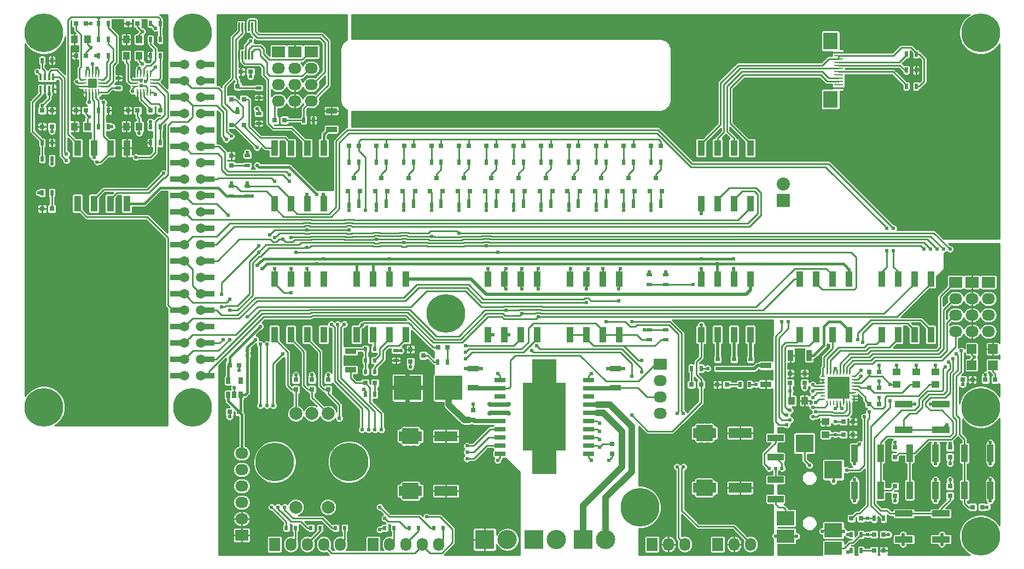
<source format=gtl>
G04 #@! TF.FileFunction,Copper,L1,Top,Signal*
%FSLAX46Y46*%
G04 Gerber Fmt 4.6, Leading zero omitted, Abs format (unit mm)*
G04 Created by KiCad (PCBNEW 4.0.2-stable) date Wednesday, August 10, 2016 'PMt' 09:29:47 PM*
%MOMM*%
G01*
G04 APERTURE LIST*
%ADD10C,0.100000*%
%ADD11R,1.700000X0.900000*%
%ADD12R,0.295000X1.000000*%
%ADD13R,1.000000X0.295000*%
%ADD14R,0.500000X0.900000*%
%ADD15R,2.800000X2.000000*%
%ADD16R,2.800000X2.200000*%
%ADD17R,2.800000X2.800000*%
%ADD18R,1.500000X1.500000*%
%ADD19R,2.750000X1.000000*%
%ADD20R,1.120000X2.440000*%
%ADD21R,3.599180X1.600200*%
%ADD22R,0.750000X0.800000*%
%ADD23R,2.032000X1.727200*%
%ADD24O,2.032000X1.727200*%
%ADD25R,0.800000X0.750000*%
%ADD26R,0.797560X0.797560*%
%ADD27R,0.700000X0.600000*%
%ADD28R,0.600000X0.700000*%
%ADD29R,1.727200X2.032000*%
%ADD30O,1.727200X2.032000*%
%ADD31R,2.032000X2.032000*%
%ADD32O,2.032000X2.032000*%
%ADD33R,0.800100X0.800100*%
%ADD34R,0.900000X0.500000*%
%ADD35C,2.000000*%
%ADD36C,6.000000*%
%ADD37R,1.000000X2.750000*%
%ADD38R,0.650000X1.060000*%
%ADD39R,0.300000X1.400000*%
%ADD40R,1.400000X0.295000*%
%ADD41R,2.300000X2.650000*%
%ADD42C,0.609600*%
%ADD43R,1.000000X1.250000*%
%ADD44R,1.250000X1.000000*%
%ADD45R,3.000000X3.000000*%
%ADD46O,3.000000X3.000000*%
%ADD47R,0.445000X1.000000*%
%ADD48R,1.680000X0.889000*%
%ADD49C,1.500000*%
%ADD50R,0.700000X0.250000*%
%ADD51R,0.250000X0.700000*%
%ADD52R,0.538800X0.996000*%
%ADD53R,0.576600X0.538800*%
%ADD54R,0.538800X0.348000*%
%ADD55R,3.450000X3.450000*%
%ADD56R,0.203200X0.538800*%
%ADD57R,1.700000X0.700000*%
%ADD58R,1.746000X1.288800*%
%ADD59R,1.288800X0.203200*%
%ADD60R,1.288800X2.203200*%
%ADD61R,0.601600X1.288800*%
%ADD62R,3.000000X1.144400*%
%ADD63R,6.609600X10.609600*%
%ADD64R,3.800000X17.800000*%
%ADD65R,4.240000X3.810000*%
%ADD66R,0.900000X1.700000*%
%ADD67R,2.500000X1.000000*%
%ADD68C,0.254000*%
%ADD69C,0.508000*%
%ADD70C,0.700000*%
%ADD71C,1.016000*%
%ADD72C,0.381000*%
%ADD73C,1.000000*%
G04 APERTURE END LIST*
D10*
D11*
X51000000Y32200000D03*
X51000000Y29300000D03*
D12*
X10000000Y75150000D03*
X10500000Y75150000D03*
X11000000Y75150000D03*
X11500000Y75150000D03*
X12000000Y72350000D03*
D13*
X12400000Y74250000D03*
X12400000Y73750000D03*
X9600000Y73250000D03*
D12*
X12000000Y75150000D03*
D13*
X12400000Y73250000D03*
D12*
X11500000Y72350000D03*
X11000000Y72350000D03*
X10500000Y72350000D03*
X10000000Y72350000D03*
D13*
X9600000Y73750000D03*
X9600000Y74250000D03*
D14*
X20000000Y80500000D03*
X21500000Y80500000D03*
X20000000Y83000000D03*
X21500000Y83000000D03*
D15*
X118300000Y3500000D03*
X125700000Y1600000D03*
D16*
X118300000Y6300000D03*
X125700000Y4400000D03*
D17*
X125700000Y13800000D03*
X121250000Y17900000D03*
D18*
X150375000Y32516046D03*
X147125000Y32516046D03*
X147125000Y30016046D03*
X150375000Y30016046D03*
D19*
X136625000Y20000000D03*
X142375000Y20000000D03*
X142375000Y24000000D03*
X136625000Y24000000D03*
D20*
X92545000Y43370000D03*
X90005000Y43370000D03*
X87465000Y43370000D03*
X84925000Y43370000D03*
X84925000Y34750000D03*
X87465000Y34750000D03*
X90005000Y34750000D03*
X92545000Y34750000D03*
D21*
X65750820Y10500000D03*
X60249180Y10500000D03*
D22*
X121250000Y28750000D03*
X121250000Y27250000D03*
D23*
X144615000Y42870000D03*
D24*
X144615000Y40330000D03*
X144615000Y37790000D03*
X144615000Y35250000D03*
D23*
X44870000Y78580000D03*
D24*
X44870000Y76040000D03*
X44870000Y73500000D03*
X44870000Y70960000D03*
D25*
X33750000Y22750000D03*
X32250000Y22750000D03*
X32250000Y30000000D03*
X33750000Y30000000D03*
X34000000Y75500000D03*
X35500000Y75500000D03*
X16500000Y83000000D03*
X18000000Y83000000D03*
X16500000Y69500000D03*
X18000000Y69500000D03*
X4750000Y69500000D03*
X3250000Y69500000D03*
X3250000Y67000000D03*
X4750000Y67000000D03*
D22*
X91500000Y17750000D03*
X91500000Y16250000D03*
X70000000Y21500000D03*
X70000000Y23000000D03*
X47500000Y26250000D03*
X47500000Y27750000D03*
X45000000Y26250000D03*
X45000000Y27750000D03*
X42500000Y26250000D03*
X42500000Y27750000D03*
D25*
X145750000Y27750000D03*
X147250000Y27750000D03*
X149250000Y27750000D03*
X150750000Y27750000D03*
D22*
X119000000Y28750000D03*
X119000000Y27250000D03*
D25*
X128750000Y19250000D03*
X127250000Y19250000D03*
X128750000Y21250000D03*
X127250000Y21250000D03*
X132000000Y3750000D03*
X133500000Y3750000D03*
X131250000Y26500000D03*
X132750000Y26500000D03*
X128500000Y6250000D03*
X130000000Y6250000D03*
X131250000Y24000000D03*
X132750000Y24000000D03*
X131250000Y29000000D03*
X132750000Y29000000D03*
D22*
X135250000Y11250000D03*
X135250000Y9750000D03*
X143750000Y17250000D03*
X143750000Y15750000D03*
X135250000Y15750000D03*
X135250000Y17250000D03*
X143750000Y9750000D03*
X143750000Y11250000D03*
D25*
X147250000Y8000000D03*
X148750000Y8000000D03*
D26*
X32500000Y62499300D03*
X32500000Y61000700D03*
X3250700Y54250000D03*
X4749300Y54250000D03*
X105249300Y27000000D03*
X103750700Y27000000D03*
X90549300Y64000000D03*
X89050700Y64000000D03*
X86249300Y64000000D03*
X84750700Y64000000D03*
X81999300Y64000000D03*
X80500700Y64000000D03*
X77749300Y64000000D03*
X76250700Y64000000D03*
X98999300Y64000000D03*
X97500700Y64000000D03*
X94749300Y64000000D03*
X93250700Y64000000D03*
X52249300Y64000000D03*
X50750700Y64000000D03*
X56499300Y64050000D03*
X55000700Y64050000D03*
X107750700Y27000000D03*
X109249300Y27000000D03*
D27*
X112865000Y30870000D03*
X112865000Y29470000D03*
X110325000Y30870000D03*
X110325000Y29470000D03*
X107785000Y30870000D03*
X107785000Y29470000D03*
D26*
X60749300Y64000000D03*
X59250700Y64000000D03*
X53250700Y27250000D03*
X54749300Y27250000D03*
X64999300Y64000000D03*
X63500700Y64000000D03*
X69249300Y64000000D03*
X67750700Y64000000D03*
D28*
X48665000Y4770000D03*
X50065000Y4770000D03*
X44855000Y4770000D03*
X46255000Y4770000D03*
X41045000Y4770000D03*
X42445000Y4770000D03*
X63905000Y4770000D03*
X65305000Y4770000D03*
X60095000Y4770000D03*
X61495000Y4770000D03*
X56285000Y4770000D03*
X57685000Y4770000D03*
X54700000Y29000000D03*
X53300000Y29000000D03*
X54700000Y30750000D03*
X53300000Y30750000D03*
X54700000Y32500000D03*
X53300000Y32500000D03*
D26*
X73499300Y64000000D03*
X72000700Y64000000D03*
X64500700Y32750000D03*
X65999300Y32750000D03*
X133499300Y1250000D03*
X132000700Y1250000D03*
D23*
X39790000Y78580000D03*
D24*
X39790000Y76040000D03*
X39790000Y73500000D03*
X39790000Y70960000D03*
D23*
X42330000Y78580000D03*
D24*
X42330000Y76040000D03*
X42330000Y73500000D03*
X42330000Y70960000D03*
D23*
X98895000Y30170000D03*
D24*
X98895000Y27630000D03*
X98895000Y25090000D03*
X98895000Y22550000D03*
D29*
X107785000Y2230000D03*
D30*
X110325000Y2230000D03*
X112865000Y2230000D03*
D29*
X97625000Y2230000D03*
D30*
X100165000Y2230000D03*
X102705000Y2230000D03*
D29*
X39205000Y2230000D03*
D30*
X41745000Y2230000D03*
X44285000Y2230000D03*
X46825000Y2230000D03*
X49365000Y2230000D03*
D29*
X54445000Y2230000D03*
D30*
X56985000Y2230000D03*
X59525000Y2230000D03*
X62065000Y2230000D03*
X64605000Y2230000D03*
D23*
X149695000Y42870000D03*
D24*
X149695000Y40330000D03*
X149695000Y37790000D03*
X149695000Y35250000D03*
D23*
X147155000Y42870000D03*
D24*
X147155000Y40330000D03*
X147155000Y37790000D03*
X147155000Y35250000D03*
D31*
X117945000Y55570000D03*
D32*
X117945000Y58110000D03*
D26*
X40749300Y68000000D03*
X39250700Y68000000D03*
D33*
X88800000Y56999240D03*
X90700000Y56999240D03*
X89750000Y58998220D03*
X84550000Y56999240D03*
X86450000Y56999240D03*
X85500000Y58998220D03*
X80300000Y56999240D03*
X82200000Y56999240D03*
X81250000Y58998220D03*
X76050000Y56999240D03*
X77950000Y56999240D03*
X77000000Y58998220D03*
X97300000Y56999240D03*
X99200000Y56999240D03*
X98250000Y58998220D03*
X93050000Y56999240D03*
X94950000Y56999240D03*
X94000000Y58998220D03*
X50550000Y56999240D03*
X52450000Y56999240D03*
X51500000Y58998220D03*
X54800000Y56999240D03*
X56700000Y56999240D03*
X55750000Y58998220D03*
X59050000Y56999240D03*
X60950000Y56999240D03*
X60000000Y58998220D03*
X63300000Y56999240D03*
X65200000Y56999240D03*
X64250000Y58998220D03*
X67550000Y56999240D03*
X69450000Y56999240D03*
X68500000Y58998220D03*
X71800000Y56999240D03*
X73700000Y56999240D03*
X72750000Y58998220D03*
X60249240Y32450000D03*
X60249240Y30550000D03*
X62248220Y31500000D03*
D34*
X35000000Y56250000D03*
X35000000Y57750000D03*
X32500000Y56250000D03*
X32500000Y57750000D03*
D14*
X45250000Y68000000D03*
X43750000Y68000000D03*
D34*
X35000000Y61000000D03*
X35000000Y62500000D03*
D14*
X137000000Y73250000D03*
X138500000Y73250000D03*
X137000000Y75750000D03*
X138500000Y75750000D03*
X137000000Y78250000D03*
X138500000Y78250000D03*
X4750000Y56750000D03*
X3250000Y56750000D03*
D34*
X99750000Y42500000D03*
X99750000Y44000000D03*
X97250000Y42500000D03*
X97250000Y44000000D03*
D14*
X89000000Y54750000D03*
X90500000Y54750000D03*
X84750000Y54750000D03*
X86250000Y54750000D03*
X89050000Y61500000D03*
X90550000Y61500000D03*
X84750000Y61500000D03*
X86250000Y61500000D03*
X105250000Y29500000D03*
X103750000Y29500000D03*
D34*
X97250000Y34000000D03*
X97250000Y35500000D03*
X99750000Y34000000D03*
X99750000Y35500000D03*
D14*
X80500000Y54750000D03*
X82000000Y54750000D03*
X76250000Y54750000D03*
X77750000Y54750000D03*
X80500000Y61500000D03*
X82000000Y61500000D03*
X76250000Y61500000D03*
X77750000Y61500000D03*
D11*
X92000000Y26550000D03*
X92000000Y29450000D03*
X70000000Y26550000D03*
X70000000Y29450000D03*
D14*
X97500000Y54750000D03*
X99000000Y54750000D03*
X93250000Y54750000D03*
X94750000Y54750000D03*
X97500000Y61500000D03*
X99000000Y61500000D03*
X93250000Y61500000D03*
X94750000Y61500000D03*
X50750000Y54750000D03*
X52250000Y54750000D03*
X55000000Y54750000D03*
X56500000Y54750000D03*
X50750000Y61500000D03*
X52250000Y61500000D03*
X55000000Y61500000D03*
X56500000Y61500000D03*
X111250000Y27000000D03*
X112750000Y27000000D03*
X59250000Y54750000D03*
X60750000Y54750000D03*
X59250000Y61500000D03*
X60750000Y61500000D03*
X54750000Y25500000D03*
X53250000Y25500000D03*
X63500000Y54750000D03*
X65000000Y54750000D03*
X67750000Y54750000D03*
X69250000Y54750000D03*
X63500000Y61500000D03*
X65000000Y61500000D03*
X67750000Y61500000D03*
X69250000Y61500000D03*
X72000000Y54750000D03*
X73500000Y54750000D03*
D34*
X58000000Y30750000D03*
X58000000Y32250000D03*
D14*
X72000000Y61500000D03*
X73500000Y61500000D03*
X66000000Y30500000D03*
X64500000Y30500000D03*
X128500000Y1250000D03*
X130000000Y1250000D03*
X130000000Y3750000D03*
X128500000Y3750000D03*
X133500000Y6250000D03*
X132000000Y6250000D03*
D20*
X46825000Y63690000D03*
X44285000Y63690000D03*
X41745000Y63690000D03*
X39205000Y63690000D03*
X39205000Y55070000D03*
X41745000Y55070000D03*
X44285000Y55070000D03*
X46825000Y55070000D03*
X105245000Y55070000D03*
X107785000Y55070000D03*
X110325000Y55070000D03*
X112865000Y55070000D03*
X112865000Y63690000D03*
X110325000Y63690000D03*
X107785000Y63690000D03*
X105245000Y63690000D03*
X16345000Y63690000D03*
X13805000Y63690000D03*
X11265000Y63690000D03*
X8725000Y63690000D03*
X8725000Y55070000D03*
X11265000Y55070000D03*
X13805000Y55070000D03*
X16345000Y55070000D03*
X79845000Y43370000D03*
X77305000Y43370000D03*
X74765000Y43370000D03*
X72225000Y43370000D03*
X72225000Y34750000D03*
X74765000Y34750000D03*
X77305000Y34750000D03*
X79845000Y34750000D03*
X112865000Y43370000D03*
X110325000Y43370000D03*
X107785000Y43370000D03*
X105245000Y43370000D03*
X105245000Y34750000D03*
X107785000Y34750000D03*
X110325000Y34750000D03*
X112865000Y34750000D03*
X46825000Y43370000D03*
X44285000Y43370000D03*
X41745000Y43370000D03*
X39205000Y43370000D03*
X39205000Y34750000D03*
X41745000Y34750000D03*
X44285000Y34750000D03*
X46825000Y34750000D03*
D35*
X47500000Y22500000D03*
X45000000Y22500000D03*
X42500000Y22500000D03*
X47500000Y8000000D03*
X42500000Y8000000D03*
D36*
X50750000Y15000000D03*
X39250000Y15000000D03*
D20*
X59525000Y43370000D03*
X56985000Y43370000D03*
X54445000Y43370000D03*
X51905000Y43370000D03*
X51905000Y34750000D03*
X54445000Y34750000D03*
X56985000Y34750000D03*
X59525000Y34750000D03*
X128105000Y43370000D03*
X125565000Y43370000D03*
X123025000Y43370000D03*
X120485000Y43370000D03*
X120485000Y34750000D03*
X123025000Y34750000D03*
X125565000Y34750000D03*
X128105000Y34750000D03*
X140805000Y43370000D03*
X138265000Y43370000D03*
X135725000Y43370000D03*
X133185000Y43370000D03*
X133185000Y34750000D03*
X135725000Y34750000D03*
X138265000Y34750000D03*
X140805000Y34750000D03*
D37*
X133000000Y10625000D03*
X133000000Y16375000D03*
X129000000Y16375000D03*
X129000000Y10625000D03*
X137500000Y16375000D03*
X137500000Y10625000D03*
X141500000Y10625000D03*
X141500000Y16375000D03*
D19*
X142375000Y7000000D03*
X136625000Y7000000D03*
X136625000Y3000000D03*
X142375000Y3000000D03*
D37*
X146000000Y16375000D03*
X146000000Y10625000D03*
X150000000Y10625000D03*
X150000000Y16375000D03*
D38*
X32050000Y25400000D03*
X33000000Y25400000D03*
X33950000Y25400000D03*
X33950000Y27600000D03*
X32050000Y27600000D03*
D39*
X33750000Y78050000D03*
X34250000Y78050000D03*
X34750000Y78050000D03*
X35250000Y78050000D03*
X35750000Y78050000D03*
X35750000Y82450000D03*
X35250000Y82450000D03*
X34750000Y82450000D03*
X34250000Y82450000D03*
X33750000Y82450000D03*
D23*
X34125000Y3650000D03*
D24*
X34125000Y6190000D03*
X34125000Y8730000D03*
X34125000Y11270000D03*
X34125000Y13810000D03*
X34125000Y16350000D03*
D21*
X65750820Y19000000D03*
X60249180Y19000000D03*
X111250820Y11000000D03*
X105749180Y11000000D03*
X111250820Y19500000D03*
X105749180Y19500000D03*
D40*
X126500000Y78500000D03*
X126500000Y78000000D03*
X126500000Y77500000D03*
X126500000Y77000000D03*
X126500000Y76500000D03*
X126500000Y76000000D03*
X126500000Y75500000D03*
X126500000Y75000000D03*
X126500000Y74500000D03*
X126500000Y74000000D03*
X126500000Y73500000D03*
X126500000Y73000000D03*
D41*
X125250000Y80275000D03*
X125250000Y71225000D03*
D42*
X124500000Y81250000D03*
X124500000Y80500000D03*
X124500000Y79750000D03*
X126000000Y81250000D03*
X126000000Y80500000D03*
X124500000Y70250000D03*
X124500000Y71000000D03*
X124500000Y71750000D03*
X126000000Y70250000D03*
X126000000Y71000000D03*
D43*
X16250000Y80500000D03*
X18250000Y80500000D03*
X121250000Y24500000D03*
X119250000Y24500000D03*
D44*
X124500000Y21250000D03*
X124500000Y19250000D03*
X138500000Y27000000D03*
X138500000Y29000000D03*
X141500000Y27000000D03*
X141500000Y29000000D03*
X135500000Y27000000D03*
X135500000Y29000000D03*
D43*
X16250000Y67000000D03*
X18250000Y67000000D03*
X8250000Y80500000D03*
X10250000Y80500000D03*
X8250000Y67000000D03*
X10250000Y67000000D03*
D25*
X8500000Y78000000D03*
X10000000Y78000000D03*
X8500000Y69500000D03*
X10000000Y69500000D03*
X8500000Y83000000D03*
X10000000Y83000000D03*
X20000000Y69500000D03*
X21500000Y69500000D03*
D45*
X79365000Y2980000D03*
D46*
X82865000Y2980000D03*
D45*
X86985000Y2980000D03*
D46*
X90485000Y2980000D03*
D45*
X71745000Y2980000D03*
D46*
X75245000Y2980000D03*
D33*
X32550000Y67249240D03*
X34450000Y67249240D03*
X33500000Y69248220D03*
X32550000Y71249240D03*
X34450000Y71249240D03*
X33500000Y73248220D03*
D34*
X36750000Y67500000D03*
X36750000Y69000000D03*
X36750000Y71500000D03*
X36750000Y73000000D03*
D14*
X4750000Y77250000D03*
X3250000Y77250000D03*
X4750000Y64500000D03*
X3250000Y64500000D03*
X3250000Y62000000D03*
X4750000Y62000000D03*
X13500000Y78000000D03*
X12000000Y78000000D03*
X13500000Y83000000D03*
X12000000Y83000000D03*
X20000000Y78000000D03*
X21500000Y78000000D03*
D34*
X15000000Y74500000D03*
X15000000Y73000000D03*
D14*
X13500000Y80500000D03*
X12000000Y80500000D03*
X20000000Y64500000D03*
X21500000Y64500000D03*
X21500000Y67000000D03*
X20000000Y67000000D03*
X13500000Y69500000D03*
X12000000Y69500000D03*
X12000000Y67000000D03*
X13500000Y67000000D03*
D47*
X3025000Y74650000D03*
X3675000Y74650000D03*
X4325000Y74650000D03*
X4975000Y74650000D03*
X3025000Y72850000D03*
X3675000Y72850000D03*
X4325000Y72850000D03*
X4975000Y72850000D03*
D43*
X16250000Y78000000D03*
X18250000Y78000000D03*
D36*
X26500000Y81500000D03*
X65750000Y38000000D03*
X148500000Y81500000D03*
X148500000Y23500000D03*
X26500000Y23500000D03*
X95750000Y8000000D03*
X3500000Y81500000D03*
X3500000Y23500000D03*
X148500000Y3500000D03*
D48*
X23920000Y76630000D03*
X29080000Y76630000D03*
X23920000Y74090000D03*
X29080000Y74090000D03*
X23920000Y71550000D03*
X29080000Y71550000D03*
X23920000Y69010000D03*
X29080000Y69010000D03*
X23920000Y66470000D03*
X29080000Y66470000D03*
X23920000Y63930000D03*
X29080000Y63930000D03*
X23920000Y61390000D03*
X29080000Y61390000D03*
X23920000Y58850000D03*
X29080000Y58850000D03*
X23920000Y56310000D03*
X29080000Y56310000D03*
X23920000Y53770000D03*
X29080000Y53770000D03*
X23920000Y51230000D03*
X29080000Y51230000D03*
X23920000Y48690000D03*
X29080000Y48690000D03*
X23920000Y46150000D03*
X29080000Y46150000D03*
D49*
X25230000Y76630000D03*
X27770000Y76630000D03*
X25230000Y74090000D03*
X25230000Y71550000D03*
X25230000Y69010000D03*
X25230000Y66470000D03*
X25230000Y63930000D03*
X25230000Y61390000D03*
X25230000Y58850000D03*
X25230000Y56310000D03*
X25230000Y53770000D03*
X25230000Y51230000D03*
X25230000Y48690000D03*
X25230000Y46150000D03*
X27770000Y74090000D03*
X27770000Y71550000D03*
X27770000Y69010000D03*
X27770000Y66470000D03*
X27770000Y63930000D03*
X27770000Y61390000D03*
X27770000Y58850000D03*
X27770000Y56310000D03*
X27770000Y53770000D03*
X27770000Y51230000D03*
X27770000Y48690000D03*
X27770000Y46150000D03*
X25230000Y43610000D03*
X25230000Y41070000D03*
X25230000Y38530000D03*
X25230000Y35990000D03*
X25230000Y33450000D03*
X25230000Y30910000D03*
X25230000Y28370000D03*
X27770000Y28370000D03*
X27770000Y30910000D03*
X27770000Y33450000D03*
X27770000Y35990000D03*
X27770000Y38530000D03*
X27770000Y41070000D03*
X27770000Y43610000D03*
D48*
X23920000Y43610000D03*
X23920000Y41070000D03*
X23920000Y38530000D03*
X23920000Y35990000D03*
X23920000Y33450000D03*
X23920000Y30910000D03*
X23920000Y28370000D03*
X29080000Y28370000D03*
X29080000Y30910000D03*
X29080000Y33450000D03*
X29080000Y35990000D03*
X29080000Y38530000D03*
X29080000Y41070000D03*
X29080000Y43610000D03*
D12*
X18000000Y75150000D03*
X18500000Y75150000D03*
X19000000Y75150000D03*
X19500000Y75150000D03*
X20000000Y72350000D03*
D13*
X20400000Y74250000D03*
X20400000Y73750000D03*
X17600000Y73250000D03*
D12*
X20000000Y75150000D03*
D13*
X20400000Y73250000D03*
D12*
X19500000Y72350000D03*
X19000000Y72350000D03*
X18500000Y72350000D03*
X18000000Y72350000D03*
D13*
X17600000Y73750000D03*
X17600000Y74250000D03*
D50*
X124100000Y28250000D03*
X124100000Y27750000D03*
X124100000Y27250000D03*
X124100000Y26750000D03*
X124100000Y26250000D03*
X124100000Y25750000D03*
X124100000Y25250000D03*
X124100000Y24750000D03*
D51*
X124750000Y24100000D03*
X125250000Y24100000D03*
X125750000Y24100000D03*
X126250000Y24100000D03*
X126750000Y24100000D03*
X127250000Y24100000D03*
X127750000Y24100000D03*
X128250000Y24100000D03*
D50*
X128900000Y24750000D03*
X128900000Y25250000D03*
X128900000Y25750000D03*
X128900000Y26250000D03*
X128900000Y26750000D03*
X128900000Y27250000D03*
X128900000Y27750000D03*
X128900000Y28250000D03*
D51*
X128250000Y28900000D03*
X127750000Y28900000D03*
X127250000Y28900000D03*
X126750000Y28900000D03*
X126250000Y28900000D03*
X125750000Y28900000D03*
X125250000Y28900000D03*
X124750000Y28900000D03*
D52*
X125875000Y27125000D03*
X125875000Y25875000D03*
X127125000Y27125000D03*
X127125000Y25875000D03*
D53*
X127936700Y27125000D03*
X127936700Y25875000D03*
X125063300Y25875000D03*
X125063300Y27125000D03*
D54*
X125875000Y24949000D03*
X127125000Y24949000D03*
X127125000Y28051000D03*
X125875000Y28051000D03*
D55*
X126500000Y26500000D03*
D56*
X126500000Y25875000D03*
X126500000Y27125000D03*
D57*
X74140000Y27715000D03*
X74140000Y26445000D03*
X74140000Y25175000D03*
X74140000Y23905000D03*
X74140000Y22635000D03*
X74140000Y21365000D03*
X74140000Y20095000D03*
X74140000Y18825000D03*
X74140000Y17555000D03*
X74140000Y16285000D03*
X87840000Y16285000D03*
X87840000Y17555000D03*
X87840000Y18825000D03*
X87840000Y20095000D03*
X87840000Y21365000D03*
X87840000Y22635000D03*
X87840000Y23905000D03*
X87840000Y25175000D03*
X87840000Y26445000D03*
X87840000Y27715000D03*
D58*
X82990000Y26000000D03*
X82990000Y24000000D03*
X82990000Y22000000D03*
X82990000Y20000000D03*
X82990000Y18000000D03*
X80990000Y26000000D03*
X80990000Y24000000D03*
X80990000Y22000000D03*
X80990000Y20000000D03*
X80990000Y18000000D03*
X78990000Y26000000D03*
X78990000Y24000000D03*
X78990000Y22000000D03*
X78990000Y20000000D03*
X78990000Y18000000D03*
D59*
X82990000Y25000000D03*
X82990000Y23000000D03*
X82990000Y21000000D03*
X82990000Y19000000D03*
X80990000Y25000000D03*
X80990000Y23000000D03*
X80990000Y21000000D03*
X80990000Y19000000D03*
X78990000Y25000000D03*
X78990000Y23000000D03*
X78990000Y21000000D03*
X78990000Y19000000D03*
D60*
X80990000Y28000000D03*
X80990000Y16000000D03*
D61*
X79790800Y28000000D03*
X82189200Y28000000D03*
X82189200Y16000000D03*
X79790800Y16000000D03*
D62*
X80990000Y29927800D03*
X80990000Y14072200D03*
D63*
X80990000Y22000000D03*
D64*
X80990000Y22000000D03*
D11*
X48000000Y69450000D03*
X48000000Y66550000D03*
D65*
X59815000Y26500000D03*
X66185000Y26500000D03*
D11*
X115250000Y29950000D03*
X115250000Y27050000D03*
D66*
X121950000Y31500000D03*
X119050000Y31500000D03*
D67*
X116750000Y18750000D03*
X116750000Y15750000D03*
X116750000Y9250000D03*
X116750000Y12250000D03*
D42*
X116750000Y3500000D03*
X120000000Y3500000D03*
X128000000Y3750000D03*
X121250000Y26500000D03*
X128000000Y1000000D03*
X60250000Y29750000D03*
X58750000Y32250000D03*
X53000000Y26250000D03*
X79990000Y29000000D03*
X81990000Y29000000D03*
X83990000Y27000000D03*
X81990000Y27000000D03*
X79990000Y27000000D03*
X77990000Y27000000D03*
X77990000Y25000000D03*
X79990000Y25000000D03*
X81990000Y25000000D03*
X83990000Y25000000D03*
X83990000Y23000000D03*
X77990000Y23000000D03*
X79990000Y23000000D03*
X81990000Y23000000D03*
X83990000Y17000000D03*
X83990000Y19000000D03*
X83990000Y21000000D03*
X81990000Y21000000D03*
X81990000Y19000000D03*
X79990000Y19000000D03*
X79990000Y21000000D03*
X77990000Y21000000D03*
X77990000Y19000000D03*
X77990000Y17000000D03*
X79990000Y17000000D03*
X79990000Y15000000D03*
X81990000Y15000000D03*
X81990000Y17000000D03*
X8612475Y73959725D03*
X10500000Y68500000D03*
X14000000Y67000000D03*
X11500000Y78000000D03*
X10750000Y83000000D03*
X10750000Y79250000D03*
X4750000Y66250000D03*
X3250000Y70250000D03*
X18750000Y76750000D03*
X18250000Y76000000D03*
X20750000Y72000000D03*
X17250000Y72500000D03*
X19250000Y74000000D03*
X127250000Y4250000D03*
X124000000Y4250000D03*
X147500000Y31250000D03*
X2750000Y56750000D03*
X142500000Y82500000D03*
X120000000Y82500000D03*
X75000000Y67500000D03*
X97500000Y67500000D03*
X52500000Y67500000D03*
X97500000Y82500000D03*
X52500000Y82500000D03*
X150500000Y75500000D03*
X148500000Y75500000D03*
X146500000Y75500000D03*
X146500000Y52000000D03*
X148500000Y52000000D03*
X150500000Y52000000D03*
X145750000Y27000000D03*
X35000000Y63000000D03*
X129750000Y17750000D03*
X129000000Y14750000D03*
X149500000Y8000000D03*
X135250000Y9000000D03*
X135250000Y18000000D03*
X141537934Y17864980D03*
X129000000Y12250000D03*
X129000000Y9000000D03*
X142500000Y3750000D03*
X136500000Y3750000D03*
X143750000Y12250000D03*
X143750000Y14750000D03*
X141500000Y14750000D03*
X141500000Y12250000D03*
X141500000Y9000000D03*
X150000000Y14750000D03*
X150000000Y12250000D03*
X150000000Y9000000D03*
X150000000Y18000000D03*
X140750000Y24000000D03*
X138250000Y24000000D03*
X139000000Y75750000D03*
X127500000Y72750000D03*
X127500000Y78750000D03*
X142500000Y2250000D03*
X136500000Y2250000D03*
X134250000Y3750000D03*
X141500000Y30000000D03*
X138500000Y30000000D03*
X135500000Y30000000D03*
X4325001Y72075575D03*
X96500000Y35500000D03*
X88250000Y28750000D03*
X70000000Y24000000D03*
X73754355Y15254355D03*
X35500000Y80250000D03*
X35500000Y74750000D03*
X4750000Y61250000D03*
X18250000Y66000000D03*
X2500000Y75500000D03*
X18750000Y81750000D03*
X20000000Y67750000D03*
X47500000Y28500000D03*
X45000000Y28500000D03*
X42500000Y28500000D03*
X73500000Y55500000D03*
X69250000Y55500000D03*
X65000000Y55500000D03*
X60750000Y55500000D03*
X56500000Y55500000D03*
X32250000Y22000000D03*
X33750000Y29250000D03*
X33000000Y26500000D03*
X52250000Y55500000D03*
X99000000Y55500000D03*
X94750000Y55500000D03*
X90500000Y55500000D03*
X86250000Y55500000D03*
X77750000Y55500000D03*
X82000000Y55500000D03*
X91000000Y15250000D03*
X88250000Y15250000D03*
X73750000Y28750000D03*
X71250000Y29500000D03*
X68750000Y29500000D03*
X90750000Y29500000D03*
X93250000Y29500000D03*
X61250000Y9500000D03*
X59250000Y9500000D03*
X60250000Y9500000D03*
X59250000Y11500000D03*
X61250000Y11500000D03*
X60250000Y11500000D03*
X61250000Y18000000D03*
X59250000Y18000000D03*
X60250000Y18000000D03*
X61250000Y20000000D03*
X59250000Y20000000D03*
X60250000Y20000000D03*
X104750000Y12000000D03*
X106750000Y12000000D03*
X105750000Y12000000D03*
X106750000Y10000000D03*
X104750000Y10000000D03*
X105750000Y10000000D03*
X106750000Y20500000D03*
X104750000Y20500000D03*
X105750000Y20500000D03*
X106750000Y18500000D03*
X104750000Y18500000D03*
X105750000Y18500000D03*
X106250000Y29500000D03*
X113750000Y27000000D03*
X122500000Y27000000D03*
X119000000Y26000000D03*
X126000000Y29500000D03*
X126500000Y26500000D03*
X127750000Y27750000D03*
X127750000Y26500000D03*
X126500000Y25250000D03*
X125250000Y25250000D03*
X127750000Y25250000D03*
X126000000Y19250000D03*
X126000000Y21250000D03*
X132750000Y25000000D03*
X132750000Y30000000D03*
X132750000Y27500000D03*
X11750000Y76000000D03*
X11000000Y76750000D03*
X10250000Y76000000D03*
X104000000Y42500000D03*
X105250000Y36250000D03*
X94500000Y22250000D03*
X89500000Y17250000D03*
X61250000Y33750000D03*
X60500000Y43370000D03*
X49250000Y21750000D03*
X147250000Y20000000D03*
X147250000Y27000000D03*
X149250000Y28500000D03*
X130000000Y29250000D03*
X131250000Y22750000D03*
X125750000Y12000000D03*
X115750000Y14000000D03*
X117750000Y14000000D03*
X127000000Y23250000D03*
X116750000Y14000000D03*
X126000000Y23250000D03*
X134500000Y24500000D03*
X134500000Y27000000D03*
X40500000Y49500000D03*
X144250000Y31000000D03*
X141750000Y48000000D03*
X55000000Y49500000D03*
X55000000Y54000000D03*
X40500000Y31750000D03*
X39000000Y23750000D03*
X40771101Y8007033D03*
X59250000Y49000000D03*
X143500000Y30500000D03*
X143787934Y17864980D03*
X143250000Y20750000D03*
X140750000Y48000000D03*
X59250000Y54000000D03*
X36750000Y47500000D03*
X37000000Y33250000D03*
X37000000Y23750000D03*
X38750000Y8000000D03*
X31000000Y39000000D03*
X31250000Y34000000D03*
X49000000Y36364990D03*
X41750000Y49750000D03*
X41500000Y58500000D03*
X144750000Y31750000D03*
X142750000Y48000000D03*
X63500000Y50000000D03*
X63500000Y54000000D03*
X56250000Y6250000D03*
X53750000Y20000000D03*
X41750000Y45000000D03*
X50000000Y36364990D03*
X143000000Y29750000D03*
X139750000Y48000000D03*
X72000000Y48500000D03*
X72000000Y54000000D03*
X54750000Y20000000D03*
X55500000Y4500000D03*
X44250000Y48250000D03*
X44250000Y45000000D03*
X32250000Y38500000D03*
X32250000Y34000000D03*
X48000000Y36364990D03*
X39250000Y58500000D03*
X39243474Y49756526D03*
X145500000Y32250000D03*
X143750000Y48000000D03*
X67750000Y50500000D03*
X67750000Y54000000D03*
X41750000Y41250000D03*
X55500000Y8000000D03*
X52750000Y20000000D03*
X39250000Y45000000D03*
X53250000Y54000000D03*
X52750000Y36250000D03*
X55750000Y20000000D03*
X62750000Y6500000D03*
X32000000Y53250000D03*
X127750000Y13750000D03*
X122000000Y14500000D03*
X130500000Y22000000D03*
X130000000Y28250000D03*
X72500000Y24000000D03*
X75500000Y24000000D03*
X72500000Y22500000D03*
X75500000Y22500000D03*
X117750000Y36750000D03*
X118500000Y20750000D03*
X122500000Y22000000D03*
X118750000Y36750000D03*
X119000000Y21500000D03*
X123000000Y22750000D03*
X99750000Y44500000D03*
X85000000Y45000000D03*
X97250000Y44500000D03*
X90000000Y45000000D03*
X68750000Y32000000D03*
X69000000Y16500000D03*
X96000000Y30750000D03*
X89500000Y19750000D03*
X11750000Y61500000D03*
X7000000Y61750000D03*
X18608002Y73358002D03*
X12750000Y70750000D03*
X10500000Y70750000D03*
X7000000Y62750000D03*
X17750000Y62250000D03*
X11265000Y62250000D03*
X73000000Y34750000D03*
X79000000Y32250000D03*
X94500000Y28250000D03*
X89500000Y21000000D03*
X79750000Y33000000D03*
X75500000Y34750000D03*
X96000000Y29000000D03*
X89500000Y18500000D03*
X68750000Y33000000D03*
X69000000Y15500000D03*
X68750000Y31000000D03*
X69000000Y17500000D03*
X118500000Y22250000D03*
X122500000Y23500000D03*
X119000000Y23000000D03*
X122500000Y26000000D03*
X123000000Y24250000D03*
X130250000Y33500000D03*
X122500000Y25000000D03*
X129500000Y34000000D03*
X45250000Y67250000D03*
X20750000Y82250000D03*
X20750000Y76250000D03*
X33500000Y69750000D03*
X36500000Y69750000D03*
X105250000Y45000000D03*
X105250000Y46500000D03*
X46750000Y46500000D03*
X46750000Y56500000D03*
X57000000Y45000000D03*
X57000000Y46500000D03*
X110250000Y45000000D03*
X110250000Y46500000D03*
X36500000Y45500000D03*
X36250000Y34000000D03*
X35000000Y31500000D03*
X35000000Y32250000D03*
X107750000Y45750000D03*
X105250000Y53500000D03*
X36500000Y63750000D03*
X45750000Y45750000D03*
X45750000Y56500000D03*
X37250000Y45000000D03*
X37000000Y36000000D03*
X36500000Y61000000D03*
X35750000Y56250000D03*
X44250000Y51000000D03*
X44250000Y56500000D03*
X50750000Y51000000D03*
X38500000Y50250000D03*
X50750000Y54000000D03*
X38000000Y33250000D03*
X38000000Y23750000D03*
X39750000Y8000000D03*
X36750000Y48500000D03*
X31000000Y41000000D03*
X22000000Y59750000D03*
X35000000Y58250000D03*
X32500000Y65500000D03*
X135000000Y51250000D03*
X135000000Y47750000D03*
X32500000Y58250000D03*
X31750000Y65000000D03*
X134000000Y51250000D03*
X134000000Y47750000D03*
X41500000Y59500000D03*
X73750000Y47500000D03*
X42500000Y47500000D03*
X76250000Y54000000D03*
X72250000Y45000000D03*
X32250000Y40250000D03*
X35000000Y37500000D03*
X101500000Y14250000D03*
X101500000Y22500000D03*
X90500000Y36750000D03*
X87500000Y39750000D03*
X87507036Y41832832D03*
X93250000Y54000000D03*
X87750000Y45000000D03*
X75007416Y41812820D03*
X75000000Y38500000D03*
X80500000Y54000000D03*
X75000000Y45000000D03*
X80007416Y41812820D03*
X80000000Y37500000D03*
X89000000Y54000000D03*
X80000000Y45000000D03*
X77507416Y41812820D03*
X77500000Y38000000D03*
X84750000Y54000000D03*
X77500000Y45000000D03*
X102500000Y14250000D03*
X102500000Y22500000D03*
X94500000Y36750000D03*
X92507036Y41812820D03*
X92500000Y40000000D03*
X97500000Y54000000D03*
X92750000Y45000000D03*
X131000000Y6250000D03*
X131000000Y3750000D03*
D68*
X118300000Y3500000D02*
X116750000Y3500000D01*
X118300000Y3500000D02*
X120000000Y3500000D01*
X128500000Y3750000D02*
X128000000Y3750000D01*
X121250000Y27250000D02*
X121250000Y26500000D01*
X128500000Y1250000D02*
X128250000Y1250000D01*
X128250000Y1250000D02*
X128000000Y1000000D01*
X60249240Y30550000D02*
X60249240Y29750760D01*
X60249240Y29750760D02*
X60250000Y29750000D01*
X58000000Y32250000D02*
X58750000Y32250000D01*
X53250000Y25500000D02*
X53250000Y26000000D01*
X53250000Y26000000D02*
X53000000Y26250000D01*
X125250000Y25250000D02*
X125554799Y24945201D01*
X125554799Y24945201D02*
X126195201Y24945201D01*
X126195201Y24945201D02*
X126500000Y25250000D01*
X127250000Y24100000D02*
X127250000Y25750000D01*
X127250000Y25750000D02*
X126500000Y26500000D01*
X128900000Y25750000D02*
X127250000Y25750000D01*
X127750000Y26500000D02*
X127750000Y27750000D01*
X127750000Y26500000D02*
X127750000Y25250000D01*
X126500000Y26500000D02*
X127750000Y26500000D01*
X126500000Y25250000D02*
X126500000Y26500000D01*
X9600000Y73750000D02*
X8822200Y73750000D01*
X8822200Y73750000D02*
X8612475Y73959725D01*
X10000000Y69000000D02*
X10500000Y68500000D01*
X10250000Y67750000D02*
X10250000Y68250000D01*
X10250000Y68250000D02*
X10500000Y68500000D01*
X13500000Y67000000D02*
X14000000Y67000000D01*
X12000000Y78000000D02*
X11500000Y78000000D01*
X10000000Y83000000D02*
X10750000Y83000000D01*
X10250000Y80500000D02*
X10250000Y79750000D01*
X10250000Y79750000D02*
X10750000Y79250000D01*
X10000000Y78000000D02*
X10000000Y78500000D01*
X10000000Y78500000D02*
X10750000Y79250000D01*
X4325001Y72075575D02*
X4325001Y71325001D01*
X4325001Y71325001D02*
X3250000Y70250000D01*
X4750000Y67000000D02*
X4750000Y66250000D01*
X3250000Y69500000D02*
X3250000Y70250000D01*
X18250000Y78000000D02*
X18250000Y77250000D01*
X18250000Y77250000D02*
X18750000Y76750000D01*
X18500000Y75150000D02*
X18500000Y75750000D01*
X18500000Y75750000D02*
X18250000Y76000000D01*
X18000000Y75150000D02*
X18000000Y75750000D01*
X18000000Y75750000D02*
X18250000Y76000000D01*
X20000000Y72350000D02*
X20400000Y72350000D01*
X20400000Y72350000D02*
X20750000Y72000000D01*
X17600000Y73250000D02*
X17250000Y72900000D01*
X17250000Y72900000D02*
X17250000Y72500000D01*
X19500000Y75150000D02*
X19500000Y74250000D01*
X19500000Y74250000D02*
X19250000Y74000000D01*
X125700000Y4400000D02*
X127100000Y4400000D01*
X127100000Y4400000D02*
X127250000Y4250000D01*
X125700000Y4400000D02*
X124150000Y4400000D01*
X124150000Y4400000D02*
X124000000Y4250000D01*
X147133692Y30016046D02*
X147133692Y30891046D01*
X147133692Y30891046D02*
X147141046Y30891046D01*
X147141046Y30891046D02*
X147500000Y31250000D01*
X147133692Y31616308D02*
X147500000Y31250000D01*
X147133692Y31641046D02*
X147133692Y31616308D01*
X147133692Y32516046D02*
X147133692Y31641046D01*
X120000000Y82500000D02*
X102250000Y82500000D01*
X75000000Y82500000D02*
X52500000Y82500000D01*
X3250000Y56750000D02*
X2750000Y56750000D01*
X102250000Y82500000D02*
X97500000Y82500000D01*
X100000000Y67500000D02*
X102250000Y69750000D01*
X102250000Y69750000D02*
X102250000Y82500000D01*
X97500000Y67500000D02*
X100000000Y67500000D01*
X142500000Y82500000D02*
X142500000Y79500000D01*
X142500000Y79500000D02*
X146500000Y75500000D01*
X142500000Y82500000D02*
X120000000Y82500000D01*
X97500000Y82500000D02*
X75000000Y82500000D01*
X75000000Y67500000D02*
X97500000Y67500000D01*
X52500000Y67500000D02*
X75000000Y67500000D01*
X150500000Y75500000D02*
X148500000Y75500000D01*
X148500000Y75500000D02*
X146500000Y75500000D01*
X148500000Y52000000D02*
X146500000Y52000000D01*
X150500000Y52000000D02*
X148500000Y52000000D01*
X145750000Y27750000D02*
X145750000Y27000000D01*
X35000000Y62500000D02*
X35000000Y63000000D01*
X129000000Y16375000D02*
X129000000Y17000000D01*
X129000000Y17000000D02*
X129750000Y17750000D01*
X129000000Y16375000D02*
X129000000Y14750000D01*
X148750000Y8000000D02*
X149500000Y8000000D01*
X135250000Y9750000D02*
X135250000Y9000000D01*
X135250000Y17250000D02*
X135250000Y18000000D01*
X141500000Y16375000D02*
X141537934Y16412934D01*
X141537934Y16412934D02*
X141537934Y17433928D01*
X141537934Y17433928D02*
X141537934Y17864980D01*
X129000000Y10625000D02*
X129000000Y12250000D01*
X129000000Y10625000D02*
X129000000Y9000000D01*
X142375000Y3000000D02*
X142375000Y3625000D01*
X142375000Y3625000D02*
X142500000Y3750000D01*
X136625000Y3000000D02*
X136625000Y3625000D01*
X136625000Y3625000D02*
X136500000Y3750000D01*
X143750000Y11250000D02*
X143750000Y12250000D01*
X143750000Y15750000D02*
X143750000Y14750000D01*
X141500000Y16375000D02*
X141500000Y14750000D01*
X141500000Y10625000D02*
X141500000Y12250000D01*
X141500000Y10625000D02*
X141500000Y9000000D01*
X150000000Y16375000D02*
X150000000Y14750000D01*
X150000000Y10625000D02*
X150000000Y12250000D01*
X150000000Y10625000D02*
X150000000Y9000000D01*
X150000000Y16375000D02*
X150000000Y18000000D01*
X142375000Y24000000D02*
X140750000Y24000000D01*
X136625000Y24000000D02*
X138250000Y24000000D01*
X138500000Y75750000D02*
X139000000Y75750000D01*
X126500000Y73000000D02*
X127250000Y73000000D01*
X127250000Y73000000D02*
X127500000Y72750000D01*
X126500000Y78500000D02*
X127250000Y78500000D01*
X127250000Y78500000D02*
X127500000Y78750000D01*
X142375000Y3000000D02*
X142375000Y2375000D01*
X142375000Y2375000D02*
X142500000Y2250000D01*
X136625000Y3000000D02*
X136625000Y2375000D01*
X136625000Y2375000D02*
X136500000Y2250000D01*
X133500000Y3750000D02*
X134250000Y3750000D01*
X141500000Y29000000D02*
X141500000Y30000000D01*
X138500000Y29000000D02*
X138500000Y30000000D01*
X135500000Y29000000D02*
X135500000Y30000000D01*
X4325000Y72850000D02*
X4325000Y72075576D01*
X4325000Y72075576D02*
X4325001Y72075575D01*
X97250000Y35500000D02*
X96500000Y35500000D01*
X99750000Y35500000D02*
X97250000Y35500000D01*
X70000000Y23000000D02*
X70000000Y24000000D01*
X74140000Y15640000D02*
X74059154Y15559154D01*
X74140000Y16285000D02*
X74140000Y15640000D01*
X74059154Y15559154D02*
X73754355Y15254355D01*
X34750000Y78050000D02*
X34750000Y79500000D01*
X34750000Y79500000D02*
X35500000Y80250000D01*
X35500000Y75500000D02*
X35500000Y74750000D01*
X39250700Y68000000D02*
X39250700Y70420700D01*
X39250700Y70420700D02*
X39790000Y70960000D01*
X4750000Y62000000D02*
X4750000Y61250000D01*
X18250000Y67000000D02*
X18250000Y66000000D01*
X18000000Y69500000D02*
X18000000Y68500000D01*
X10000000Y69500000D02*
X10000000Y69000000D01*
X10250000Y67000000D02*
X10250000Y67750000D01*
X18000000Y68500000D02*
X18250000Y68250000D01*
X18250000Y67000000D02*
X18250000Y68250000D01*
X3025000Y74650000D02*
X3025000Y74975000D01*
X3025000Y74975000D02*
X2500000Y75500000D01*
X18000000Y83000000D02*
X18000000Y82500000D01*
X18000000Y82500000D02*
X18750000Y81750000D01*
X18250000Y80500000D02*
X18250000Y81250000D01*
X18250000Y81250000D02*
X18750000Y81750000D01*
X20000000Y67000000D02*
X20000000Y67750000D01*
X26500000Y42340000D02*
X26500000Y44880000D01*
X26500000Y44880000D02*
X25230000Y46150000D01*
X27770000Y41070000D02*
X26500000Y42340000D01*
X47500000Y27750000D02*
X47500000Y28500000D01*
X45000000Y27750000D02*
X45000000Y28500000D01*
X42500000Y27750000D02*
X42500000Y28500000D01*
X73500000Y55500000D02*
X73500000Y56799240D01*
X73500000Y56799240D02*
X73700000Y56999240D01*
X73500000Y54750000D02*
X73500000Y55500000D01*
X69250000Y55500000D02*
X69250000Y56799240D01*
X69250000Y56799240D02*
X69450000Y56999240D01*
X69250000Y54750000D02*
X69250000Y55500000D01*
X65000000Y55500000D02*
X65000000Y56799240D01*
X65000000Y56799240D02*
X65200000Y56999240D01*
X65000000Y54750000D02*
X65000000Y55500000D01*
X60750000Y55500000D02*
X60750000Y56799240D01*
X60750000Y56799240D02*
X60950000Y56999240D01*
X60750000Y54750000D02*
X60750000Y55500000D01*
X56500000Y55500000D02*
X56500000Y56799240D01*
X56500000Y56799240D02*
X56700000Y56999240D01*
X56500000Y54750000D02*
X56500000Y55500000D01*
X32250000Y22750000D02*
X32250000Y22000000D01*
X33750000Y30000000D02*
X33750000Y29250000D01*
X33000000Y25400000D02*
X33000000Y26500000D01*
X52250000Y55500000D02*
X52250000Y56799240D01*
X52250000Y56799240D02*
X52450000Y56999240D01*
X52250000Y54750000D02*
X52250000Y55500000D01*
X99000000Y55500000D02*
X99000000Y56799240D01*
X99000000Y56799240D02*
X99200000Y56999240D01*
X99000000Y54750000D02*
X99000000Y55500000D01*
X94750000Y55500000D02*
X94750000Y56799240D01*
X94750000Y56799240D02*
X94950000Y56999240D01*
X94750000Y54750000D02*
X94750000Y55500000D01*
X90500000Y55500000D02*
X90500000Y56799240D01*
X90500000Y56799240D02*
X90700000Y56999240D01*
X90500000Y54750000D02*
X90500000Y55500000D01*
X86250000Y55500000D02*
X86250000Y56799240D01*
X86250000Y56799240D02*
X86450000Y56999240D01*
X86250000Y54750000D02*
X86250000Y55500000D01*
X77750000Y55500000D02*
X77750000Y56799240D01*
X77750000Y56799240D02*
X77950000Y56999240D01*
X77750000Y54750000D02*
X77750000Y55500000D01*
X82000000Y55500000D02*
X82000000Y56799240D01*
X82000000Y56799240D02*
X82200000Y56999240D01*
X82000000Y54750000D02*
X82000000Y55500000D01*
X91500000Y16250000D02*
X91500000Y15750000D01*
X91500000Y15750000D02*
X91000000Y15250000D01*
X87840000Y16285000D02*
X87840000Y15660000D01*
X87840000Y15660000D02*
X88250000Y15250000D01*
X74140000Y27715000D02*
X74140000Y28360000D01*
X74140000Y28360000D02*
X73750000Y28750000D01*
D69*
X70000000Y29450000D02*
X71200000Y29450000D01*
D68*
X71200000Y29450000D02*
X71250000Y29500000D01*
D69*
X70000000Y29450000D02*
X68800000Y29450000D01*
D68*
X68800000Y29450000D02*
X68750000Y29500000D01*
D69*
X92000000Y29450000D02*
X90800000Y29450000D01*
D68*
X90800000Y29450000D02*
X90750000Y29500000D01*
D69*
X92000000Y29450000D02*
X93200000Y29450000D01*
D68*
X93200000Y29450000D02*
X93250000Y29500000D01*
X87840000Y27715000D02*
X87840000Y28340000D01*
X87840000Y28340000D02*
X88250000Y28750000D01*
D69*
X60250000Y9500000D02*
X61250000Y9500000D01*
X60250000Y9500000D02*
X59250000Y9500000D01*
X60249180Y10500000D02*
X60249180Y9500820D01*
D68*
X60249180Y9500820D02*
X60250000Y9500000D01*
D69*
X60250000Y11500000D02*
X59250000Y11500000D01*
X60250000Y11500000D02*
X61250000Y11500000D01*
X60249180Y10500000D02*
X60249180Y11499180D01*
D68*
X60249180Y11499180D02*
X60250000Y11500000D01*
D69*
X60250000Y18000000D02*
X61250000Y18000000D01*
X60250000Y18000000D02*
X59250000Y18000000D01*
X60249180Y19000000D02*
X60249180Y18000820D01*
D68*
X60249180Y18000820D02*
X60250000Y18000000D01*
D69*
X60250000Y20000000D02*
X61250000Y20000000D01*
X60250000Y20000000D02*
X59250000Y20000000D01*
X60249180Y19000000D02*
X60249180Y19999180D01*
D68*
X60249180Y19999180D02*
X60250000Y20000000D01*
D69*
X105750000Y12000000D02*
X104750000Y12000000D01*
X105750000Y12000000D02*
X106750000Y12000000D01*
X105749180Y11000000D02*
X105749180Y11999180D01*
D68*
X105749180Y11999180D02*
X105750000Y12000000D01*
D69*
X105750000Y10000000D02*
X106750000Y10000000D01*
X105750000Y10000000D02*
X104750000Y10000000D01*
X105749180Y11000000D02*
X105749180Y10000820D01*
D68*
X105749180Y10000820D02*
X105750000Y10000000D01*
D69*
X105750000Y20500000D02*
X106750000Y20500000D01*
X105750000Y20500000D02*
X104750000Y20500000D01*
X105749180Y19500000D02*
X105749180Y20499180D01*
D68*
X105749180Y20499180D02*
X105750000Y20500000D01*
D69*
X105750000Y18500000D02*
X106750000Y18500000D01*
X105750000Y18500000D02*
X104750000Y18500000D01*
X105749180Y19500000D02*
X105749180Y18500820D01*
D68*
X105749180Y18500820D02*
X105750000Y18500000D01*
X105250000Y29500000D02*
X106250000Y29500000D01*
X112750000Y27000000D02*
X113750000Y27000000D01*
X124100000Y26750000D02*
X122750000Y26750000D01*
X122750000Y26750000D02*
X122500000Y27000000D01*
X119000000Y26000000D02*
X119000000Y24750000D01*
X119000000Y24750000D02*
X119250000Y24500000D01*
X119000000Y27250000D02*
X119000000Y26000000D01*
X126250000Y28900000D02*
X126250000Y29250000D01*
X126250000Y29250000D02*
X126000000Y29500000D01*
X125750000Y28900000D02*
X125750000Y29250000D01*
X125750000Y29250000D02*
X126000000Y29500000D01*
X29080000Y71550000D02*
X27770000Y71550000D01*
X29080000Y61390000D02*
X27770000Y61390000D01*
X29080000Y53770000D02*
X27770000Y53770000D01*
X29080000Y41070000D02*
X27770000Y41070000D01*
X29080000Y35990000D02*
X27770000Y35990000D01*
X23920000Y28370000D02*
X25230000Y28370000D01*
X23920000Y46150000D02*
X25230000Y46150000D01*
X23920000Y66470000D02*
X25230000Y66470000D01*
X124500000Y19250000D02*
X126000000Y19250000D01*
X127250000Y19250000D02*
X126000000Y19250000D01*
X127250000Y21250000D02*
X126000000Y21250000D01*
X132750000Y24000000D02*
X132750000Y25000000D01*
X132750000Y29000000D02*
X132750000Y30000000D01*
X132750000Y26500000D02*
X132750000Y27500000D01*
X12000000Y75150000D02*
X12000000Y75750000D01*
X12000000Y75750000D02*
X11750000Y76000000D01*
X11500000Y75750000D02*
X11750000Y76000000D01*
X11500000Y75150000D02*
X11500000Y75750000D01*
X11000000Y75150000D02*
X11000000Y76750000D01*
X10000000Y75150000D02*
X10000000Y75750000D01*
X10000000Y75750000D02*
X10250000Y76000000D01*
X10500000Y75150000D02*
X10500000Y75750000D01*
X10500000Y75750000D02*
X10250000Y76000000D01*
X17000000Y74500000D02*
X17000000Y75000000D01*
X17250000Y74250000D02*
X17000000Y74500000D01*
X17600000Y74250000D02*
X17250000Y74250000D01*
X17600000Y73750000D02*
X16846000Y73750000D01*
X16846000Y73750000D02*
X16500000Y74096000D01*
X16500000Y74096000D02*
X16500000Y76750000D01*
X16500000Y76750000D02*
X16250000Y77000000D01*
X16250000Y77000000D02*
X16250000Y78000000D01*
X99750000Y42500000D02*
X97250000Y42500000D01*
X104000000Y42500000D02*
X99750000Y42500000D01*
X105245000Y34750000D02*
X105245000Y36245000D01*
X105245000Y36245000D02*
X105250000Y36250000D01*
X91500000Y17750000D02*
X90000000Y17750000D01*
X90000000Y17750000D02*
X89500000Y17250000D01*
X97000000Y19750000D02*
X100750000Y19750000D01*
X94500000Y22250000D02*
X97000000Y19750000D01*
X87840000Y17555000D02*
X89195000Y17555000D01*
X89195000Y17555000D02*
X89500000Y17250000D01*
X105245000Y34750000D02*
X105245000Y32500000D01*
X105245000Y32500000D02*
X105245000Y31245000D01*
X100750000Y19750000D02*
X105249300Y24249300D01*
X105249300Y24249300D02*
X105249300Y27000000D01*
X104500000Y28500000D02*
X105249300Y27750700D01*
X105249300Y27750700D02*
X105249300Y27000000D01*
X104500000Y30500000D02*
X104500000Y28500000D01*
X105245000Y31245000D02*
X104500000Y30500000D01*
D70*
X59815000Y26500000D02*
X59815000Y28935000D01*
X59815000Y26500000D02*
X59815000Y24315000D01*
X59815000Y26500000D02*
X62500000Y26500000D01*
X59815000Y26500000D02*
X57000000Y26500000D01*
D69*
X60500000Y43370000D02*
X61880000Y43370000D01*
X59525000Y43370000D02*
X60500000Y43370000D01*
X61880000Y43370000D02*
X69630000Y43370000D01*
X88087843Y41000000D02*
X112223000Y41000000D01*
X69630000Y43370000D02*
X72000000Y41000000D01*
X72000000Y41000000D02*
X86912157Y41000000D01*
X86912157Y41000000D02*
X86932169Y41020012D01*
X86932169Y41020012D02*
X88067831Y41020012D01*
X88067831Y41020012D02*
X88087843Y41000000D01*
X112223000Y41000000D02*
X112865000Y41642000D01*
X112865000Y41642000D02*
X112865000Y43370000D01*
D68*
X49250000Y21750000D02*
X49250000Y23846000D01*
X49250000Y23846000D02*
X49000000Y24096000D01*
X47500000Y26250000D02*
X46871000Y26250000D01*
X46871000Y26250000D02*
X46250000Y26871000D01*
X44285000Y34090000D02*
X44285000Y34750000D01*
X46250000Y26871000D02*
X46250000Y32125000D01*
X46250000Y32125000D02*
X44285000Y34090000D01*
X49000000Y24096000D02*
X47500000Y25596000D01*
X47500000Y25596000D02*
X47500000Y26250000D01*
X43750000Y26871000D02*
X43750000Y32085000D01*
X41745000Y34090000D02*
X41745000Y34750000D01*
X43750000Y32085000D02*
X41745000Y34090000D01*
X45000000Y26250000D02*
X44371000Y26250000D01*
X44371000Y26250000D02*
X43750000Y26871000D01*
X45000000Y26250000D02*
X45000000Y25000000D01*
X45000000Y25000000D02*
X47500000Y22500000D01*
X42500000Y26250000D02*
X41871000Y26250000D01*
X41871000Y26250000D02*
X41250000Y26871000D01*
X41250000Y26871000D02*
X41250000Y32045000D01*
X41250000Y32045000D02*
X39205000Y34090000D01*
X39205000Y34090000D02*
X39205000Y34750000D01*
X42500000Y26250000D02*
X42500000Y22500000D01*
X147250000Y27750000D02*
X147250000Y27000000D01*
X124100000Y27750000D02*
X123496000Y27750000D01*
X123496000Y27750000D02*
X123250000Y27996000D01*
X119250000Y29750000D02*
X119000000Y29500000D01*
X123250000Y27996000D02*
X123250000Y28500000D01*
X123250000Y28500000D02*
X122000000Y29750000D01*
X122000000Y29750000D02*
X119250000Y29750000D01*
X119000000Y29500000D02*
X119000000Y28750000D01*
X121250000Y28750000D02*
X121250000Y28725000D01*
X128900000Y25250000D02*
X129504000Y25250000D01*
X129504000Y25250000D02*
X129750000Y25004000D01*
X129750000Y25004000D02*
X129750000Y19596000D01*
X129750000Y19596000D02*
X129404000Y19250000D01*
X129404000Y19250000D02*
X128750000Y19250000D01*
X128900000Y24750000D02*
X128900000Y21400000D01*
X128900000Y21400000D02*
X128750000Y21250000D01*
X122750000Y28250000D02*
X122250000Y28750000D01*
X122250000Y28750000D02*
X121250000Y28750000D01*
X122750000Y27750000D02*
X122750000Y28250000D01*
X123250000Y27250000D02*
X122750000Y27750000D01*
X124100000Y27250000D02*
X123250000Y27250000D01*
X149250000Y27750000D02*
X149250000Y28500000D01*
X127750000Y29750000D02*
X128750000Y30750000D01*
X132000000Y31250000D02*
X142250000Y31250000D01*
X128750000Y30750000D02*
X131500000Y30750000D01*
X131500000Y30750000D02*
X132000000Y31250000D01*
X127750000Y28900000D02*
X127750000Y29750000D01*
X144462600Y37790000D02*
X144615000Y37790000D01*
X142250000Y31250000D02*
X143250000Y32250000D01*
X143250000Y36577400D02*
X144462600Y37790000D01*
X143250000Y32250000D02*
X143250000Y36577400D01*
X150375000Y30016046D02*
X150375000Y29012046D01*
X150375000Y29012046D02*
X150750000Y28637046D01*
X150750000Y28637046D02*
X150750000Y27750000D01*
X132025000Y25750000D02*
X136371000Y25750000D01*
X136371000Y25750000D02*
X137621000Y27000000D01*
X137621000Y27000000D02*
X138500000Y27000000D01*
X131250000Y26500000D02*
X131275000Y26500000D01*
X131275000Y26500000D02*
X132025000Y25750000D01*
X129929894Y26500000D02*
X129679894Y26750000D01*
X129450000Y26750000D02*
X128900000Y26750000D01*
X129679894Y26750000D02*
X129450000Y26750000D01*
X131250000Y26500000D02*
X129929894Y26500000D01*
X128525000Y6250000D02*
X129275000Y7000000D01*
X131000000Y8250000D02*
X129750000Y7000000D01*
X129750000Y7000000D02*
X129275000Y7000000D01*
X131000000Y8250000D02*
X131000000Y21500000D01*
X128500000Y6250000D02*
X128525000Y6250000D01*
X131000000Y21500000D02*
X131250000Y21750000D01*
X131250000Y21750000D02*
X131250000Y22750000D01*
X128900000Y28250000D02*
X129000000Y28250000D01*
X129000000Y28250000D02*
X130000000Y29250000D01*
X140621000Y27000000D02*
X141500000Y27000000D01*
X134000000Y25250000D02*
X138853407Y25250000D01*
X140603407Y27000000D02*
X140621000Y27000000D01*
X133750000Y25000000D02*
X134000000Y25250000D01*
X133750000Y23630638D02*
X133750000Y25000000D01*
X133369362Y23250000D02*
X133750000Y23630638D01*
X138853407Y25250000D02*
X140603407Y27000000D01*
X131275000Y24000000D02*
X132025000Y23250000D01*
X132025000Y23250000D02*
X133369362Y23250000D01*
X131250000Y24000000D02*
X131275000Y24000000D01*
X131250000Y24000000D02*
X131225000Y24000000D01*
X130650000Y25034300D02*
X129434300Y26250000D01*
X131225000Y24000000D02*
X130650000Y24575000D01*
X130650000Y24575000D02*
X130650000Y25034300D01*
X129434300Y26250000D02*
X128900000Y26250000D01*
X125750000Y12000000D02*
X125750000Y13750000D01*
X125750000Y13750000D02*
X125700000Y13800000D01*
X115000000Y16246000D02*
X115000000Y14750000D01*
X115000000Y14750000D02*
X115750000Y14000000D01*
X116750000Y17996000D02*
X115000000Y16246000D01*
X116750000Y18750000D02*
X116750000Y17996000D01*
X117750000Y14000000D02*
X117750000Y14750000D01*
X117750000Y14750000D02*
X116750000Y15750000D01*
X126750000Y24100000D02*
X126750000Y23500000D01*
X126750000Y23500000D02*
X127000000Y23250000D01*
X117246000Y8000000D02*
X117954000Y8000000D01*
X117954000Y8000000D02*
X118300000Y7654000D01*
X118300000Y7654000D02*
X118300000Y6300000D01*
X116750000Y9250000D02*
X116750000Y8496000D01*
X116750000Y8496000D02*
X117246000Y8000000D01*
X116750000Y14000000D02*
X116750000Y12250000D01*
X126250000Y24100000D02*
X126250000Y23500000D01*
X126250000Y23500000D02*
X126000000Y23250000D01*
X133000000Y6750000D02*
X133500000Y6250000D01*
X131500000Y8250000D02*
X133000000Y6750000D01*
X134500000Y24500000D02*
X134500000Y23500000D01*
X131500000Y20500000D02*
X131500000Y8250000D01*
X134500000Y23500000D02*
X131500000Y20500000D01*
X133250000Y28250000D02*
X134500000Y27000000D01*
X134500000Y27000000D02*
X135500000Y27000000D01*
X131425000Y28250000D02*
X133250000Y28250000D01*
X131425000Y28250000D02*
X131250000Y28425000D01*
X129450000Y27250000D02*
X128900000Y27250000D01*
X131250000Y29000000D02*
X131250000Y28425000D01*
X131250000Y28425000D02*
X130075000Y27250000D01*
X130075000Y27250000D02*
X129450000Y27250000D01*
X50017012Y49500000D02*
X50066435Y49450577D01*
X44933565Y49450577D02*
X44982988Y49500000D01*
X50066435Y49450577D02*
X54519525Y49450577D01*
X42054801Y49114999D02*
X42390379Y49450577D01*
X54568948Y49500000D02*
X55000000Y49500000D01*
X40885001Y49114999D02*
X42054801Y49114999D01*
X44982988Y49500000D02*
X50017012Y49500000D01*
X54519525Y49450577D02*
X54568948Y49500000D01*
X42390379Y49450577D02*
X44933565Y49450577D01*
X40500000Y49500000D02*
X40885001Y49114999D01*
X140250000Y49500000D02*
X141750000Y48000000D01*
X72494183Y49592212D02*
X72586395Y49500000D01*
X71505817Y49592212D02*
X72494183Y49592212D01*
X68336395Y49500000D02*
X71413605Y49500000D01*
X63195199Y49364999D02*
X68201394Y49364999D01*
X63060198Y49500000D02*
X63195199Y49364999D01*
X55000000Y49500000D02*
X58810198Y49500000D01*
X68201394Y49364999D02*
X68336395Y49500000D01*
X71413605Y49500000D02*
X71505817Y49592212D01*
X116836395Y49500000D02*
X140250000Y49500000D01*
X59554801Y49635001D02*
X59689802Y49500000D01*
X59689802Y49500000D02*
X63060198Y49500000D01*
X58945199Y49635001D02*
X59554801Y49635001D01*
X58810198Y49500000D02*
X58945199Y49635001D01*
X72586395Y49500000D02*
X116836395Y49500000D01*
X38945198Y49114998D02*
X38560196Y49500000D01*
X39500000Y49114998D02*
X38945198Y49114998D01*
X39885002Y49500000D02*
X39500000Y49114998D01*
X40500000Y49500000D02*
X39885002Y49500000D01*
X30174000Y46150000D02*
X29080000Y46150000D01*
X30400000Y46150000D02*
X30174000Y46150000D01*
X33750000Y49500000D02*
X30400000Y46150000D01*
X38560196Y49500000D02*
X33750000Y49500000D01*
X143750000Y25750000D02*
X143000000Y25000000D01*
X143000000Y25000000D02*
X140750000Y25000000D01*
X140000000Y23750000D02*
X140750000Y23000000D01*
X142500000Y23000000D02*
X144250000Y21250000D01*
X144250000Y19500000D02*
X143750000Y19000000D01*
X143750000Y19000000D02*
X134000000Y19000000D01*
X140750000Y25000000D02*
X140000000Y24250000D01*
X144250000Y21250000D02*
X144250000Y19500000D01*
X140750000Y23000000D02*
X142500000Y23000000D01*
X134000000Y19000000D02*
X133500000Y18500000D01*
X144250000Y29250000D02*
X143750000Y28750000D01*
X143750000Y28750000D02*
X143750000Y25750000D01*
X133500000Y18500000D02*
X133496000Y18500000D01*
X133496000Y18500000D02*
X133000000Y18004000D01*
X133000000Y18004000D02*
X133000000Y16375000D01*
X140000000Y24250000D02*
X140000000Y23750000D01*
X144250000Y31000000D02*
X144250000Y29250000D01*
X133000000Y10625000D02*
X134625000Y10625000D01*
X134625000Y10625000D02*
X135250000Y11250000D01*
X133000000Y10625000D02*
X133000000Y12254000D01*
X133000000Y12254000D02*
X133000000Y16375000D01*
X55000000Y54750000D02*
X55000000Y56799240D01*
X55000000Y56799240D02*
X54800000Y56999240D01*
X55000000Y54750000D02*
X55000000Y54000000D01*
X39000000Y23750000D02*
X39000000Y30250000D01*
X39000000Y30250000D02*
X40500000Y31750000D01*
X40771101Y7575981D02*
X40771101Y8007033D01*
X48665000Y4770000D02*
X48111000Y4770000D01*
X42097082Y6250000D02*
X40771101Y7575981D01*
X46631000Y6250000D02*
X42097082Y6250000D01*
X48111000Y4770000D02*
X46631000Y6250000D01*
X29080000Y46150000D02*
X27770000Y46150000D01*
X58818948Y49000000D02*
X59250000Y49000000D01*
X45129581Y49000000D02*
X49870419Y49000000D01*
X55439802Y49000000D02*
X58818948Y49000000D01*
X55304801Y48864999D02*
X55439802Y49000000D01*
X54695199Y48864999D02*
X55304801Y48864999D01*
X49870419Y49000000D02*
X49877053Y48993366D01*
X54566832Y48993366D02*
X54695199Y48864999D01*
X49877053Y48993366D02*
X54566832Y48993366D01*
X43377053Y48993366D02*
X45122947Y48993366D01*
X37907787Y48657787D02*
X43041474Y48657787D01*
X36750000Y47500000D02*
X37907787Y48657787D01*
X43041474Y48657787D02*
X43377053Y48993366D01*
X45122947Y48993366D02*
X45129581Y49000000D01*
X63005817Y48907788D02*
X68390776Y48907788D01*
X68390776Y48907788D02*
X68482988Y49000000D01*
X68482988Y49000000D02*
X71560198Y49000000D01*
X71560198Y49000000D02*
X71695199Y49135001D01*
X72304801Y49135001D02*
X72439802Y49000000D01*
X62913605Y49000000D02*
X63005817Y48907788D01*
X72439802Y49000000D02*
X98370419Y49000000D01*
X114493366Y48993366D02*
X114500000Y49000000D01*
X114500000Y49000000D02*
X127250000Y49000000D01*
X127250000Y49000000D02*
X139750000Y49000000D01*
X139750000Y49000000D02*
X140750000Y48000000D01*
X71695199Y49135001D02*
X72304801Y49135001D01*
X98377053Y48993366D02*
X114493366Y48993366D01*
X59250000Y49000000D02*
X62913605Y49000000D01*
X98370419Y49000000D02*
X98377053Y48993366D01*
X143250000Y29000000D02*
X143250000Y26000000D01*
X143750000Y29500000D02*
X143250000Y29000000D01*
X143750000Y30250000D02*
X143750000Y29500000D01*
X143500000Y30500000D02*
X143750000Y30250000D01*
X142750000Y25500000D02*
X143250000Y26000000D01*
X143787934Y17433928D02*
X143787934Y17864980D01*
X143750000Y17250000D02*
X143787934Y17287934D01*
X143787934Y17287934D02*
X143787934Y17433928D01*
X136625000Y20000000D02*
X136625000Y21625000D01*
X138500000Y22500000D02*
X139500000Y23500000D01*
X139500000Y23500000D02*
X139500000Y24500000D01*
X139500000Y24500000D02*
X140500000Y25500000D01*
X136625000Y21625000D02*
X137500000Y22500000D01*
X137500000Y22500000D02*
X138500000Y22500000D01*
X140500000Y25500000D02*
X142750000Y25500000D01*
X143250000Y20750000D02*
X143125000Y20750000D01*
X143125000Y20750000D02*
X142375000Y20000000D01*
X136625000Y20000000D02*
X142375000Y20000000D01*
X59250000Y54750000D02*
X59250000Y56799240D01*
X59250000Y56799240D02*
X59050000Y56999240D01*
X36445201Y47195201D02*
X36750000Y47500000D01*
X35356988Y46106988D02*
X36445201Y47195201D01*
X33500000Y39250000D02*
X35356988Y41106988D01*
X31681052Y39250000D02*
X33500000Y39250000D01*
X31000000Y39000000D02*
X31431052Y39000000D01*
X35356988Y41106988D02*
X35356988Y46106988D01*
X31431052Y39000000D02*
X31681052Y39250000D01*
X59250000Y54750000D02*
X59250000Y54000000D01*
X37000000Y32750000D02*
X37000000Y33250000D01*
X37000000Y23750000D02*
X37000000Y32750000D01*
X39750000Y7000000D02*
X38750000Y8000000D01*
X41045000Y4770000D02*
X41045000Y5705000D01*
X41045000Y5705000D02*
X39750000Y7000000D01*
X29080000Y33450000D02*
X30700000Y33450000D01*
X30700000Y33450000D02*
X31250000Y34000000D01*
X29080000Y33450000D02*
X27770000Y33450000D01*
X53750000Y20000000D02*
X53750000Y23000000D01*
X49000000Y27750000D02*
X49000000Y35933938D01*
X53750000Y23000000D02*
X49000000Y27750000D01*
X49000000Y35933938D02*
X49000000Y36364990D01*
X55397013Y50042789D02*
X55304801Y50135001D01*
X41907788Y49907788D02*
X41750000Y49750000D01*
X50163605Y50000000D02*
X44836395Y50000000D01*
X59744183Y50092212D02*
X58755817Y50092212D01*
X58755817Y50092212D02*
X58706394Y50042789D01*
X58706394Y50042789D02*
X55397013Y50042789D01*
X44744183Y49907788D02*
X41907788Y49907788D01*
X44836395Y50000000D02*
X44744183Y49907788D01*
X50255817Y49907788D02*
X50163605Y50000000D01*
X59836395Y50000000D02*
X59744183Y50092212D01*
X63500000Y50000000D02*
X59836395Y50000000D01*
X51244183Y49907788D02*
X50255817Y49907788D01*
X55304801Y50135001D02*
X54695199Y50135001D01*
X51336395Y50000000D02*
X51244183Y49907788D01*
X54560198Y50000000D02*
X51336395Y50000000D01*
X54695199Y50135001D02*
X54560198Y50000000D01*
X26310201Y62849799D02*
X25230000Y63930000D01*
X30400201Y62849799D02*
X26310201Y62849799D01*
X31000000Y60250000D02*
X31000000Y62250000D01*
X31750000Y59500000D02*
X31000000Y60250000D01*
X31000000Y62250000D02*
X30400201Y62849799D01*
X40500000Y59500000D02*
X31750000Y59500000D01*
X40500000Y59500000D02*
X41500000Y58500000D01*
X144750000Y31750000D02*
X145000000Y31500000D01*
X144250000Y28500000D02*
X144250000Y22000000D01*
X145000000Y31500000D02*
X145000000Y29250000D01*
X145000000Y29250000D02*
X144250000Y28500000D01*
X144250000Y22000000D02*
X144750000Y21500000D01*
X144750000Y21500000D02*
X144750000Y19250000D01*
X144750000Y19250000D02*
X144000000Y18500000D01*
X144000000Y18500000D02*
X140379000Y18500000D01*
X140379000Y18500000D02*
X138254000Y16375000D01*
X138254000Y16375000D02*
X137500000Y16375000D01*
X137500000Y10625000D02*
X137500000Y16375000D01*
X137500000Y16375000D02*
X135875000Y16375000D01*
X135875000Y16375000D02*
X135250000Y15750000D01*
X140750000Y50000000D02*
X72732988Y50000000D01*
X140750000Y50000000D02*
X142750000Y48000000D01*
X68054801Y49864999D02*
X64066053Y49864999D01*
X71267012Y50000000D02*
X68189802Y50000000D01*
X64066053Y49864999D02*
X63931052Y50000000D01*
X71316435Y50049423D02*
X71267012Y50000000D01*
X72732988Y50000000D02*
X72683565Y50049423D01*
X68189802Y50000000D02*
X68054801Y49864999D01*
X63931052Y50000000D02*
X63500000Y50000000D01*
X72683565Y50049423D02*
X71316435Y50049423D01*
X63500000Y54750000D02*
X63500000Y56799240D01*
X63500000Y56799240D02*
X63300000Y56999240D01*
X63500000Y54750000D02*
X63500000Y54000000D01*
X58561000Y5750000D02*
X56750000Y5750000D01*
X56250000Y6250000D02*
X56554799Y5945201D01*
X56554799Y5945201D02*
X56750000Y5750000D01*
X60095000Y4770000D02*
X59541000Y4770000D01*
X59541000Y4770000D02*
X58561000Y5750000D01*
X41745000Y43370000D02*
X41745000Y44995000D01*
X41745000Y44995000D02*
X41750000Y45000000D01*
X23920000Y63930000D02*
X25230000Y63930000D01*
X54750000Y20000000D02*
X54750000Y22750000D01*
X54750000Y22750000D02*
X49500000Y28000000D01*
X49500000Y28000000D02*
X49500000Y35864990D01*
X49500000Y35864990D02*
X50000000Y36364990D01*
X132000000Y8500000D02*
X133000000Y7500000D01*
X134500000Y7000000D02*
X134000000Y7500000D01*
X134000000Y7500000D02*
X133000000Y7500000D01*
X136625000Y7000000D02*
X134500000Y7000000D01*
X44681052Y48250000D02*
X44250000Y48250000D01*
X44931052Y48500000D02*
X44681052Y48250000D01*
X54413605Y48500000D02*
X44931052Y48500000D01*
X54505817Y48407788D02*
X54413605Y48500000D01*
X55494183Y48407788D02*
X54505817Y48407788D01*
X58945199Y48364999D02*
X58810198Y48500000D01*
X59689802Y48500000D02*
X59554801Y48364999D01*
X68580158Y48450577D02*
X62816435Y48450577D01*
X68629581Y48500000D02*
X68580158Y48450577D01*
X62816435Y48450577D02*
X62767012Y48500000D01*
X58810198Y48500000D02*
X55586395Y48500000D01*
X55586395Y48500000D02*
X55494183Y48407788D01*
X72000000Y48500000D02*
X68629581Y48500000D01*
X62767012Y48500000D02*
X59689802Y48500000D01*
X59554801Y48364999D02*
X58945199Y48364999D01*
X143000000Y29750000D02*
X142695201Y29445201D01*
X142695201Y29445201D02*
X142695201Y26195201D01*
X142695201Y26195201D02*
X142500000Y26000000D01*
X142500000Y26000000D02*
X140250000Y26000000D01*
X139000000Y23750000D02*
X138250000Y23000000D01*
X138250000Y23000000D02*
X136250000Y23000000D01*
X140250000Y26000000D02*
X139000000Y24750000D01*
X139000000Y24750000D02*
X139000000Y23750000D01*
X136250000Y23000000D02*
X132000000Y18750000D01*
X132000000Y18750000D02*
X132000000Y8500000D01*
X143250000Y8629000D02*
X143283000Y8629000D01*
X143283000Y8629000D02*
X143750000Y9096000D01*
X143750000Y9096000D02*
X143750000Y9750000D01*
X142375000Y7000000D02*
X142375000Y7754000D01*
X142375000Y7754000D02*
X143250000Y8629000D01*
X142375000Y7000000D02*
X136625000Y7000000D01*
X102913605Y48500000D02*
X138250000Y48500000D01*
X138250000Y48500000D02*
X139250000Y48500000D01*
X139250000Y48500000D02*
X139750000Y48000000D01*
X72500000Y48500000D02*
X72000000Y48500000D01*
X102913605Y48500000D02*
X72500000Y48500000D01*
X72000000Y54750000D02*
X72000000Y56799240D01*
X72000000Y56799240D02*
X71800000Y56999240D01*
X43818948Y48250000D02*
X44250000Y48250000D01*
X43769524Y48200576D02*
X43818948Y48250000D01*
X38392338Y48200576D02*
X43769524Y48200576D01*
X36806524Y46821510D02*
X37013272Y46821510D01*
X35814199Y45829185D02*
X36806524Y46821510D01*
X35814199Y40814199D02*
X35814199Y45829185D01*
X33500000Y38500000D02*
X35814199Y40814199D01*
X32250000Y38500000D02*
X33500000Y38500000D01*
X37013272Y46821510D02*
X38392338Y48200576D01*
X72000000Y54750000D02*
X72000000Y54000000D01*
X56285000Y4770000D02*
X55770000Y4770000D01*
X55770000Y4770000D02*
X55500000Y4500000D01*
X44285000Y43370000D02*
X44285000Y44965000D01*
X44285000Y44965000D02*
X44250000Y45000000D01*
X26570000Y32250000D02*
X30500000Y32250000D01*
X30500000Y32250000D02*
X32250000Y34000000D01*
X25230000Y30910000D02*
X26570000Y32250000D01*
X23920000Y30910000D02*
X25230000Y30910000D01*
X48500000Y27500000D02*
X48500000Y35864990D01*
X52750000Y23250000D02*
X48500000Y27500000D01*
X48500000Y35864990D02*
X48304799Y36060191D01*
X52750000Y20000000D02*
X52750000Y23250000D01*
X48304799Y36060191D02*
X48000000Y36364990D01*
X39548273Y50061325D02*
X39243474Y49756526D01*
X50445199Y50364999D02*
X50310198Y50500000D01*
X63060198Y50500000D02*
X59982988Y50500000D01*
X44689802Y50500000D02*
X44554801Y50364999D01*
X50310198Y50500000D02*
X44689802Y50500000D01*
X44554801Y50364999D02*
X43945199Y50364999D01*
X39986948Y50500000D02*
X39548273Y50061325D01*
X43810198Y50500000D02*
X39986948Y50500000D01*
X51054801Y50364999D02*
X50445199Y50364999D01*
X54413605Y50500000D02*
X51189802Y50500000D01*
X51189802Y50500000D02*
X51054801Y50364999D01*
X67750000Y50500000D02*
X67445201Y50804799D01*
X54505817Y50592212D02*
X54413605Y50500000D01*
X55494183Y50592212D02*
X54505817Y50592212D01*
X58517012Y50500000D02*
X55586395Y50500000D01*
X63364997Y50804799D02*
X63060198Y50500000D01*
X58566435Y50549423D02*
X58517012Y50500000D01*
X59982988Y50500000D02*
X59933565Y50549423D01*
X67445201Y50804799D02*
X63364997Y50804799D01*
X55586395Y50500000D02*
X55494183Y50592212D01*
X59933565Y50549423D02*
X58566435Y50549423D01*
X43945199Y50364999D02*
X43810198Y50500000D01*
X30350000Y58850000D02*
X29080000Y58850000D01*
X30500000Y59000000D02*
X30350000Y58850000D01*
X38750000Y59000000D02*
X30500000Y59000000D01*
X39250000Y58500000D02*
X38750000Y59000000D01*
X145500000Y32250000D02*
X145500000Y29000000D01*
X145500000Y29000000D02*
X144750000Y28250000D01*
X144750000Y28250000D02*
X144750000Y22250000D01*
X144750000Y22250000D02*
X145250000Y21750000D01*
X145250000Y21750000D02*
X145250000Y19250000D01*
X145250000Y19250000D02*
X146000000Y18500000D01*
X146000000Y18500000D02*
X146000000Y16375000D01*
X146000000Y10625000D02*
X146000000Y16375000D01*
X147250000Y8000000D02*
X146596000Y8000000D01*
X146000000Y8596000D02*
X146000000Y8996000D01*
X146596000Y8000000D02*
X146000000Y8596000D01*
X146000000Y8996000D02*
X146000000Y10625000D01*
X116250000Y50500000D02*
X141250000Y50500000D01*
X141250000Y50500000D02*
X143750000Y48000000D01*
X73218436Y50500000D02*
X116250000Y50500000D01*
X73211802Y50506634D02*
X73218436Y50500000D01*
X68181052Y50500000D02*
X68187686Y50506634D01*
X67750000Y50500000D02*
X68181052Y50500000D01*
X68187686Y50506634D02*
X73211802Y50506634D01*
X67750000Y54750000D02*
X67750000Y56799240D01*
X67750000Y56799240D02*
X67550000Y56999240D01*
X67750000Y54750000D02*
X67750000Y54000000D01*
X39205000Y43370000D02*
X39205000Y42710000D01*
X39205000Y42710000D02*
X40665000Y41250000D01*
X40665000Y41250000D02*
X41750000Y41250000D01*
X57000000Y6500000D02*
X55500000Y8000000D01*
X61621000Y6500000D02*
X63351000Y4770000D01*
X61621000Y6500000D02*
X57000000Y6500000D01*
X63351000Y4770000D02*
X63905000Y4770000D01*
X39205000Y43370000D02*
X39205000Y44955000D01*
X39205000Y44955000D02*
X39250000Y45000000D01*
X29080000Y58850000D02*
X27770000Y58850000D01*
X32500000Y61000700D02*
X34999300Y61000700D01*
X34999300Y61000700D02*
X35000000Y61000000D01*
X4750000Y56750000D02*
X4750000Y54250700D01*
X4750000Y54250700D02*
X4749300Y54250000D01*
X103750700Y27000000D02*
X103750700Y29499300D01*
X103750700Y29499300D02*
X103750000Y29500000D01*
X52750000Y36250000D02*
X53054799Y36554799D01*
X59945201Y36554799D02*
X60199799Y36300201D01*
X53054799Y36554799D02*
X59945201Y36554799D01*
X60199799Y36300201D02*
X60349161Y36300201D01*
X60349161Y36300201D02*
X60500000Y36149362D01*
X60500000Y36000000D02*
X63750000Y32750000D01*
X63750000Y32750000D02*
X64000000Y32750000D01*
X60500000Y36149362D02*
X60500000Y36000000D01*
X64000000Y32750000D02*
X64500700Y32750000D01*
X52249300Y63250700D02*
X53250000Y62250000D01*
X53250000Y54000000D02*
X53250000Y62250000D01*
X51905000Y34750000D02*
X51905000Y35405000D01*
X51905000Y35405000D02*
X52750000Y36250000D01*
X52249300Y64000000D02*
X52249300Y63250700D01*
X53000000Y65000000D02*
X56500000Y65000000D01*
X52249300Y64000000D02*
X52249300Y64652780D01*
X52249300Y64652780D02*
X52596520Y65000000D01*
X52596520Y65000000D02*
X53000000Y65000000D01*
X90500000Y65000000D02*
X94750000Y65000000D01*
X94750000Y65000000D02*
X98652080Y65000000D01*
X69249300Y64000000D02*
X69249300Y64999300D01*
X69249300Y64999300D02*
X69250000Y65000000D01*
X86250000Y65000000D02*
X90500000Y65000000D01*
X64999300Y64000000D02*
X64999300Y64999300D01*
X64999300Y64999300D02*
X65000000Y65000000D01*
X82000000Y65000000D02*
X86250000Y65000000D01*
X60749300Y64000000D02*
X60749300Y64999300D01*
X60749300Y64999300D02*
X60750000Y65000000D01*
X77750000Y65000000D02*
X82000000Y65000000D01*
X56499300Y64999300D02*
X56500000Y65000000D01*
X56499300Y64050000D02*
X56499300Y64999300D01*
X73500000Y65000000D02*
X77750000Y65000000D01*
X69250000Y65000000D02*
X73500000Y65000000D01*
X73500000Y64653480D02*
X73500000Y65000000D01*
X73499300Y64000000D02*
X73499300Y64652780D01*
X73499300Y64652780D02*
X73500000Y64653480D01*
X65000000Y65000000D02*
X69250000Y65000000D01*
X94749300Y64000000D02*
X94749300Y64999300D01*
X94749300Y64999300D02*
X94750000Y65000000D01*
X60750000Y65000000D02*
X65000000Y65000000D01*
X90549300Y64000000D02*
X90549300Y64950700D01*
X90549300Y64950700D02*
X90500000Y65000000D01*
X56500000Y65000000D02*
X60750000Y65000000D01*
X86249300Y64000000D02*
X86249300Y64999300D01*
X86249300Y64999300D02*
X86250000Y65000000D01*
X81999300Y64000000D02*
X81999300Y64999300D01*
X81999300Y64999300D02*
X82000000Y65000000D01*
X77749300Y64000000D02*
X77749300Y64652780D01*
X77749300Y64652780D02*
X77750000Y64653480D01*
X77750000Y64653480D02*
X77750000Y65000000D01*
X98652080Y65000000D02*
X98999300Y64652780D01*
X98999300Y64652780D02*
X98999300Y64000000D01*
X89050700Y64000000D02*
X89050700Y61500700D01*
X89050700Y61500700D02*
X89050000Y61500000D01*
X84750000Y61500000D02*
X84750000Y63999300D01*
X84750000Y63999300D02*
X84750700Y64000000D01*
X80500700Y64000000D02*
X80500700Y61500700D01*
X80500700Y61500700D02*
X80500000Y61500000D01*
X76250700Y64000000D02*
X76250700Y61500700D01*
X76250700Y61500700D02*
X76250000Y61500000D01*
X97500700Y64000000D02*
X97500700Y61500700D01*
X97500700Y61500700D02*
X97500000Y61500000D01*
X93250700Y64000000D02*
X93250700Y61500700D01*
X93250700Y61500700D02*
X93250000Y61500000D01*
X50750700Y64000000D02*
X50750700Y61500700D01*
X50750700Y61500700D02*
X50750000Y61500000D01*
X55000700Y64050000D02*
X55000700Y61500700D01*
X55000700Y61500700D02*
X55000000Y61500000D01*
D69*
X107785000Y27034300D02*
X107750700Y27000000D01*
D68*
X109249300Y27000000D02*
X111250000Y27000000D01*
D69*
X112865000Y34750000D02*
X112865000Y30870000D01*
X110325000Y34750000D02*
X110325000Y30870000D01*
X107785000Y34750000D02*
X107785000Y30870000D01*
D68*
X59250000Y61500000D02*
X59250000Y63999300D01*
X59250000Y63999300D02*
X59250700Y64000000D01*
X55750000Y20000000D02*
X55750000Y22500000D01*
X55750000Y22500000D02*
X54000000Y24250000D01*
X54000000Y24250000D02*
X54000000Y26500000D01*
X54000000Y26500000D02*
X53250700Y27249300D01*
X53250700Y27249300D02*
X53250700Y27250000D01*
X51000000Y29300000D02*
X51000000Y28000000D01*
X51000000Y28000000D02*
X51750000Y27250000D01*
X51750000Y27250000D02*
X53250700Y27250000D01*
X66750000Y4569362D02*
X66750000Y2534298D01*
X66750000Y2534298D02*
X65099492Y883790D01*
X65099492Y883790D02*
X63258810Y883790D01*
X63258810Y883790D02*
X62065000Y2077600D01*
X62065000Y2077600D02*
X62065000Y2230000D01*
X62750000Y6500000D02*
X64819362Y6500000D01*
X64819362Y6500000D02*
X66750000Y4569362D01*
X46825000Y2230000D02*
X46825000Y2077600D01*
X46825000Y2077600D02*
X48018810Y883790D01*
X48018810Y883790D02*
X60871190Y883790D01*
X60871190Y883790D02*
X62065000Y2077600D01*
X54749300Y27250000D02*
X54749300Y25500700D01*
X54749300Y25500700D02*
X54750000Y25500000D01*
X63500000Y61500000D02*
X63500000Y63999300D01*
X63500000Y63999300D02*
X63500700Y64000000D01*
X67750000Y61500000D02*
X67750000Y63999300D01*
X67750000Y63999300D02*
X67750700Y64000000D01*
X50065000Y4770000D02*
X50065000Y2930000D01*
X50065000Y2930000D02*
X49365000Y2230000D01*
X46255000Y4770000D02*
X46255000Y4352400D01*
X46255000Y4352400D02*
X44285000Y2382400D01*
X44285000Y2382400D02*
X44285000Y2230000D01*
X42445000Y4770000D02*
X42445000Y2930000D01*
X42445000Y2930000D02*
X41745000Y2230000D01*
X65305000Y4770000D02*
X65305000Y2930000D01*
X65305000Y2930000D02*
X64605000Y2230000D01*
X61495000Y4770000D02*
X61495000Y4352400D01*
X59525000Y2382400D02*
X59525000Y2230000D01*
X61495000Y4352400D02*
X59525000Y2382400D01*
X57685000Y4770000D02*
X57685000Y2930000D01*
X57685000Y2930000D02*
X56985000Y2230000D01*
X56750000Y33000000D02*
X58435000Y33000000D01*
X58435000Y33000000D02*
X59525000Y34090000D01*
X59525000Y34090000D02*
X59525000Y34750000D01*
X56000000Y32250000D02*
X56750000Y33000000D01*
X56000000Y30904000D02*
X56000000Y32250000D01*
X54700000Y29000000D02*
X54700000Y29604000D01*
X54700000Y29604000D02*
X56000000Y30904000D01*
X54700000Y30750000D02*
X54700000Y30800000D01*
X54700000Y30800000D02*
X55500000Y31600000D01*
X55500000Y31600000D02*
X55500000Y32605000D01*
X55500000Y32605000D02*
X56985000Y34090000D01*
X56985000Y34090000D02*
X56985000Y34750000D01*
X54700000Y32500000D02*
X54700000Y34495000D01*
X54700000Y34495000D02*
X54445000Y34750000D01*
X72000000Y61500000D02*
X72000000Y63999300D01*
X72000000Y63999300D02*
X72000700Y64000000D01*
X65999300Y32750000D02*
X65999300Y30500700D01*
X65999300Y30500700D02*
X66000000Y30500000D01*
X130000000Y1250000D02*
X132000700Y1250000D01*
X26500000Y55000000D02*
X30250000Y55000000D01*
X30250000Y55000000D02*
X32000000Y53250000D01*
X25979999Y55520001D02*
X26500000Y55000000D01*
X25230000Y56310000D02*
X25979999Y55560001D01*
X25979999Y55560001D02*
X25979999Y55520001D01*
X25230000Y56310000D02*
X23920000Y56310000D01*
X130500000Y22000000D02*
X130500000Y14500000D01*
X127750000Y13750000D02*
X129750000Y13750000D01*
X130500000Y14500000D02*
X129750000Y13750000D01*
X121250000Y17900000D02*
X121250000Y15250000D01*
X121250000Y15250000D02*
X122000000Y14500000D01*
X128900000Y27750000D02*
X129500000Y27750000D01*
X129500000Y27750000D02*
X130000000Y28250000D01*
X23920000Y76630000D02*
X25230000Y76630000D01*
X23920000Y69010000D02*
X25230000Y69010000D01*
X29080000Y69010000D02*
X27770000Y69010000D01*
X29080000Y66470000D02*
X27770000Y66470000D01*
X23920000Y61390000D02*
X25230000Y61390000D01*
X23920000Y58850000D02*
X25230000Y58850000D01*
X29080000Y56310000D02*
X27770000Y56310000D01*
X50066435Y52549423D02*
X51433565Y52549423D01*
X44933565Y52549423D02*
X44982988Y52500000D01*
X50017012Y52500000D02*
X50066435Y52549423D01*
X51482988Y52500000D02*
X110955000Y52500000D01*
X26450577Y52549423D02*
X44933565Y52549423D01*
X25230000Y53770000D02*
X26450577Y52549423D01*
X110955000Y52500000D02*
X112865000Y54410000D01*
X44982988Y52500000D02*
X50017012Y52500000D01*
X112865000Y54410000D02*
X112865000Y55070000D01*
X51433565Y52549423D02*
X51482988Y52500000D01*
X23920000Y53770000D02*
X25230000Y53770000D01*
X25230000Y51230000D02*
X23920000Y51230000D01*
X29080000Y51230000D02*
X27770000Y51230000D01*
X110325000Y55730000D02*
X110325000Y55070000D01*
X44836395Y52000000D02*
X50163605Y52000000D01*
X114000000Y53500000D02*
X114000000Y56500000D01*
X111595000Y57000000D02*
X110325000Y55730000D01*
X51336395Y52000000D02*
X112500000Y52000000D01*
X51244183Y52092212D02*
X51336395Y52000000D01*
X50255817Y52092212D02*
X51244183Y52092212D01*
X50163605Y52000000D02*
X50255817Y52092212D01*
X113500000Y57000000D02*
X111595000Y57000000D01*
X44744183Y52092212D02*
X44836395Y52000000D01*
X30250000Y50000000D02*
X32250000Y52000000D01*
X26540000Y50000000D02*
X30250000Y50000000D01*
X43663605Y52000000D02*
X43755817Y52092212D01*
X25230000Y48690000D02*
X26540000Y50000000D01*
X112500000Y52000000D02*
X114000000Y53500000D01*
X114000000Y56500000D02*
X113500000Y57000000D01*
X32250000Y52000000D02*
X43663605Y52000000D01*
X43755817Y52092212D02*
X44744183Y52092212D01*
X23920000Y48690000D02*
X25230000Y48690000D01*
X114500000Y53250000D02*
X114500000Y56750000D01*
X29080000Y48690000D02*
X30174000Y48690000D01*
X50310198Y51500000D02*
X50445199Y51635001D01*
X30174000Y48690000D02*
X32984000Y51500000D01*
X107785000Y55730000D02*
X107785000Y55070000D01*
X44554801Y51635001D02*
X44689802Y51500000D01*
X109555000Y57500000D02*
X107785000Y55730000D01*
X113750000Y57500000D02*
X109555000Y57500000D01*
X112750000Y51500000D02*
X114500000Y53250000D01*
X73218436Y51500000D02*
X112750000Y51500000D01*
X44689802Y51500000D02*
X50310198Y51500000D01*
X73210425Y51508011D02*
X73218436Y51500000D01*
X68789575Y51508011D02*
X73210425Y51508011D01*
X68781564Y51500000D02*
X68789575Y51508011D01*
X51189802Y51500000D02*
X68781564Y51500000D01*
X114500000Y56750000D02*
X113750000Y57500000D01*
X51054801Y51635001D02*
X51189802Y51500000D01*
X50445199Y51635001D02*
X51054801Y51635001D01*
X43945199Y51635001D02*
X44554801Y51635001D01*
X43810198Y51500000D02*
X43945199Y51635001D01*
X32984000Y51500000D02*
X43810198Y51500000D01*
X29080000Y48690000D02*
X27770000Y48690000D01*
X25230000Y43610000D02*
X23920000Y43610000D01*
X27770000Y43610000D02*
X29080000Y43610000D01*
X37500000Y78250000D02*
X37500000Y79000000D01*
X38387601Y77362399D02*
X37500000Y78250000D01*
X44870000Y78580000D02*
X44717600Y78580000D01*
X44717600Y78580000D02*
X43499999Y77362399D01*
X37500000Y79000000D02*
X37000000Y79500000D01*
X43499999Y77362399D02*
X38387601Y77362399D01*
X37000000Y79500000D02*
X35746000Y79500000D01*
X35746000Y79500000D02*
X35250000Y79004000D01*
X35250000Y79004000D02*
X35250000Y78050000D01*
X37000000Y78750000D02*
X37000000Y78000000D01*
X38000000Y77000000D02*
X37000000Y78000000D01*
X38000000Y77000000D02*
X38000000Y75250000D01*
X38000000Y75250000D02*
X38427610Y74822390D01*
X36750000Y79000000D02*
X37000000Y78750000D01*
X36150000Y79000000D02*
X36750000Y79000000D01*
X35750000Y78050000D02*
X35750000Y78600000D01*
X35750000Y78600000D02*
X36150000Y79000000D01*
X44870000Y76040000D02*
X44717600Y76040000D01*
X44717600Y76040000D02*
X43499990Y74822390D01*
X43499990Y74822390D02*
X38427610Y74822390D01*
X35750000Y82450000D02*
X35750000Y81500000D01*
X36500000Y80750000D02*
X35750000Y81500000D01*
X36500000Y80750000D02*
X46250000Y80750000D01*
X46250000Y80750000D02*
X47000000Y80000000D01*
X47000000Y80000000D02*
X47000000Y75477600D01*
X47000000Y75477600D02*
X45022400Y73500000D01*
X45022400Y73500000D02*
X44870000Y73500000D01*
X36250000Y83394362D02*
X36250000Y81750000D01*
X36750000Y81250000D02*
X36250000Y81750000D01*
X35250000Y82450000D02*
X35250000Y83404000D01*
X35250000Y83404000D02*
X35346000Y83500000D01*
X35346000Y83500000D02*
X36144362Y83500000D01*
X36144362Y83500000D02*
X36250000Y83394362D01*
X36750000Y81250000D02*
X46500000Y81250000D01*
X46500000Y81250000D02*
X47500000Y80250000D01*
X47500000Y80250000D02*
X47500000Y73437600D01*
X47500000Y73437600D02*
X45022400Y70960000D01*
X45022400Y70960000D02*
X44870000Y70960000D01*
X43750000Y68000000D02*
X43750000Y69840000D01*
X43750000Y69840000D02*
X44870000Y70960000D01*
X40749300Y68000000D02*
X43750000Y68000000D01*
D70*
X74140000Y23905000D02*
X75405000Y23905000D01*
X75405000Y23905000D02*
X75500000Y24000000D01*
X74140000Y23905000D02*
X72595000Y23905000D01*
X72595000Y23905000D02*
X72500000Y24000000D01*
X74140000Y22635000D02*
X72635000Y22635000D01*
X72635000Y22635000D02*
X72500000Y22500000D01*
X74140000Y22635000D02*
X75365000Y22635000D01*
X75365000Y22635000D02*
X75500000Y22500000D01*
D71*
X89198000Y22635000D02*
X90115000Y22635000D01*
X86985000Y8235000D02*
X86985000Y2980000D01*
X90115000Y22635000D02*
X93000000Y19750000D01*
X93000000Y19750000D02*
X93000000Y14250000D01*
X93000000Y14250000D02*
X86985000Y8235000D01*
D70*
X89198000Y22635000D02*
X87840000Y22635000D01*
D71*
X89198000Y23905000D02*
X91095000Y23905000D01*
X94500000Y20500000D02*
X94500000Y13500000D01*
X94500000Y13500000D02*
X90485000Y9485000D01*
X90485000Y9485000D02*
X90485000Y2980000D01*
X91095000Y23905000D02*
X94500000Y20500000D01*
D70*
X87840000Y23905000D02*
X89198000Y23905000D01*
D68*
X74140000Y26445000D02*
X75498000Y26445000D01*
X75498000Y26445000D02*
X75750000Y26697000D01*
X75750000Y26697000D02*
X75750000Y30750000D01*
X75750000Y30750000D02*
X76500000Y31500000D01*
X95500000Y27500000D02*
X98170000Y30170000D01*
X98170000Y30170000D02*
X98895000Y30170000D01*
X76500000Y31500000D02*
X86500000Y31500000D01*
X86500000Y31500000D02*
X90500000Y27500000D01*
X90500000Y27500000D02*
X95500000Y27500000D01*
D70*
X74140000Y26445000D02*
X70105000Y26445000D01*
X70105000Y26445000D02*
X70000000Y26550000D01*
D68*
X95450000Y26550000D02*
X96910000Y25090000D01*
X96910000Y25090000D02*
X98895000Y25090000D01*
X92000000Y26550000D02*
X95450000Y26550000D01*
D70*
X87840000Y26445000D02*
X91895000Y26445000D01*
X91895000Y26445000D02*
X92000000Y26550000D01*
D68*
X126750000Y30250000D02*
X128250000Y31750000D01*
X131500000Y32250000D02*
X141750000Y32250000D01*
X128250000Y31750000D02*
X131000000Y31750000D01*
X131000000Y31750000D02*
X131500000Y32250000D01*
X126750000Y28900000D02*
X126750000Y30250000D01*
X141750000Y32250000D02*
X142250000Y32750000D01*
X142250000Y32750000D02*
X142250000Y40657400D01*
X142250000Y40657400D02*
X144462600Y42870000D01*
X144462600Y42870000D02*
X144615000Y42870000D01*
X127250000Y30000000D02*
X128500000Y31250000D01*
X131750000Y31750000D02*
X142000000Y31750000D01*
X128500000Y31250000D02*
X131250000Y31250000D01*
X131250000Y31250000D02*
X131750000Y31750000D01*
X127250000Y28900000D02*
X127250000Y30000000D01*
X142000000Y31750000D02*
X142750000Y32500000D01*
X142750000Y32500000D02*
X142750000Y38617400D01*
X142750000Y38617400D02*
X144462600Y40330000D01*
X144462600Y40330000D02*
X144615000Y40330000D01*
X128250000Y29504000D02*
X129000000Y30254000D01*
X132250000Y30750000D02*
X142500000Y30750000D01*
X129000000Y30254000D02*
X131754000Y30254000D01*
X131754000Y30254000D02*
X132250000Y30750000D01*
X142500000Y30750000D02*
X144615000Y32865000D01*
X144615000Y32865000D02*
X144615000Y35250000D01*
X128250000Y28900000D02*
X128250000Y29504000D01*
X116750000Y34500000D02*
X117750000Y35500000D01*
X117750000Y35500000D02*
X117750000Y36750000D01*
X116750000Y27250000D02*
X116750000Y34500000D01*
X117250000Y20750000D02*
X116750000Y21250000D01*
X118500000Y20750000D02*
X117250000Y20750000D01*
X116750000Y21250000D02*
X116750000Y27250000D01*
X123500000Y22250000D02*
X123250000Y22000000D01*
X122500000Y22000000D02*
X123250000Y22000000D01*
X125413606Y22250000D02*
X123500000Y22250000D01*
X128250000Y22500000D02*
X127907789Y22157789D01*
X127907789Y22157789D02*
X125505817Y22157789D01*
X125505817Y22157789D02*
X125413606Y22250000D01*
X128250000Y24100000D02*
X128250000Y22500000D01*
X117250000Y34250000D02*
X118750000Y35750000D01*
X118750000Y35750000D02*
X118750000Y36750000D01*
X117250000Y27250000D02*
X117250000Y34250000D01*
X119000000Y21500000D02*
X117750000Y21500000D01*
X117750000Y21500000D02*
X117250000Y22000000D01*
X117250000Y22000000D02*
X117250000Y27250000D01*
X127750000Y24100000D02*
X127750000Y23060198D01*
X127750000Y23060198D02*
X127304801Y22614999D01*
X127304801Y22614999D02*
X125695199Y22614999D01*
X125695199Y22614999D02*
X125560198Y22750000D01*
X125560198Y22750000D02*
X123000000Y22750000D01*
X89750000Y58998220D02*
X89750000Y59652270D01*
X89750000Y59652270D02*
X90550000Y60452270D01*
X90550000Y60452270D02*
X90550000Y61500000D01*
X86250000Y60402270D02*
X86250000Y61500000D01*
X85500000Y58998220D02*
X85500000Y59652270D01*
X85500000Y59652270D02*
X86250000Y60402270D01*
X81250000Y59750000D02*
X82000000Y60500000D01*
X82000000Y60500000D02*
X82000000Y61500000D01*
X81250000Y58998220D02*
X81250000Y59750000D01*
X77000000Y59750000D02*
X77750000Y60500000D01*
X77750000Y60500000D02*
X77750000Y61500000D01*
X77000000Y58998220D02*
X77000000Y59750000D01*
X99000000Y60402270D02*
X99000000Y61500000D01*
X98250000Y58998220D02*
X98250000Y59652270D01*
X98250000Y59652270D02*
X99000000Y60402270D01*
X94750000Y60402270D02*
X94750000Y61500000D01*
X94000000Y58998220D02*
X94000000Y59652270D01*
X94000000Y59652270D02*
X94750000Y60402270D01*
X52250000Y60402270D02*
X52250000Y61500000D01*
X51500000Y58998220D02*
X51500000Y59652270D01*
X51500000Y59652270D02*
X52250000Y60402270D01*
X56500000Y60402270D02*
X56500000Y61500000D01*
X55750000Y58998220D02*
X55750000Y59652270D01*
X55750000Y59652270D02*
X56500000Y60402270D01*
X60750000Y60402270D02*
X60750000Y61500000D01*
X60000000Y58998220D02*
X60000000Y59652270D01*
X60000000Y59652270D02*
X60750000Y60402270D01*
X65000000Y60402270D02*
X65000000Y61500000D01*
X64250000Y58998220D02*
X64250000Y59652270D01*
X64250000Y59652270D02*
X65000000Y60402270D01*
X68500000Y59750000D02*
X69250000Y60500000D01*
X69250000Y60500000D02*
X69250000Y61500000D01*
X68500000Y58998220D02*
X68500000Y59750000D01*
X73500000Y60402270D02*
X73500000Y61500000D01*
X72750000Y58998220D02*
X72750000Y59652270D01*
X72750000Y59652270D02*
X73500000Y60402270D01*
X63902270Y30500000D02*
X64500000Y30500000D01*
X62248220Y31500000D02*
X62902270Y31500000D01*
X62902270Y31500000D02*
X63902270Y30500000D01*
X126500000Y75500000D02*
X134950000Y75500000D01*
X134950000Y75500000D02*
X137000000Y73450000D01*
X137000000Y73450000D02*
X137000000Y73250000D01*
X137000000Y75750000D02*
X136750000Y75750000D01*
X136750000Y75750000D02*
X136000000Y76500000D01*
X136000000Y76500000D02*
X126500000Y76500000D01*
X126500000Y77000000D02*
X135950000Y77000000D01*
X135950000Y77000000D02*
X137000000Y78050000D01*
X137000000Y78050000D02*
X137000000Y78250000D01*
X99750000Y44000000D02*
X99750000Y44500000D01*
X84925000Y43370000D02*
X84925000Y44925000D01*
X84925000Y44925000D02*
X85000000Y45000000D01*
X97250000Y44000000D02*
X97250000Y44500000D01*
X90005000Y43370000D02*
X90005000Y44995000D01*
X90005000Y44995000D02*
X90000000Y45000000D01*
X77429362Y32500000D02*
X69250000Y32500000D01*
X69250000Y32500000D02*
X68750000Y32000000D01*
X78500000Y35750000D02*
X78500000Y33570638D01*
X78500000Y33570638D02*
X77429362Y32500000D01*
X96000000Y34000000D02*
X95250000Y34750000D01*
X95250000Y34750000D02*
X92545000Y34750000D01*
X97250000Y34000000D02*
X96000000Y34000000D01*
X70000000Y16500000D02*
X69000000Y16500000D01*
X70055556Y16555556D02*
X70000000Y16500000D01*
X74140000Y18825000D02*
X72325000Y18825000D01*
X72325000Y18825000D02*
X70055556Y16555556D01*
X78500000Y35750000D02*
X79250000Y36500000D01*
X90005000Y35410000D02*
X90005000Y34750000D01*
X79250000Y36500000D02*
X88915000Y36500000D01*
X88915000Y36500000D02*
X90005000Y35410000D01*
X90005000Y34750000D02*
X92545000Y34750000D01*
X93250000Y33000000D02*
X98046000Y33000000D01*
X93250000Y33000000D02*
X95500000Y30750000D01*
X95500000Y30750000D02*
X96000000Y30750000D01*
X93250000Y33000000D02*
X88555000Y33000000D01*
X88555000Y33000000D02*
X87465000Y34090000D01*
X87465000Y34090000D02*
X87465000Y34750000D01*
X99750000Y34000000D02*
X99046000Y34000000D01*
X99046000Y34000000D02*
X98046000Y33000000D01*
X87840000Y20095000D02*
X89155000Y20095000D01*
X89155000Y20095000D02*
X89500000Y19750000D01*
X84925000Y34750000D02*
X87465000Y34750000D01*
X34250000Y78050000D02*
X34250000Y77096000D01*
X37000000Y76750000D02*
X37500000Y76250000D01*
X34250000Y77096000D02*
X34596000Y76750000D01*
X34596000Y76750000D02*
X37000000Y76750000D01*
X37500000Y76250000D02*
X37500000Y75000000D01*
X37500000Y75000000D02*
X38250000Y74250000D01*
X44285000Y64350000D02*
X44285000Y63690000D01*
X38250000Y74250000D02*
X38250000Y67500000D01*
X38250000Y67500000D02*
X39000000Y66750000D01*
X39000000Y66750000D02*
X41885000Y66750000D01*
X41885000Y66750000D02*
X44285000Y64350000D01*
X34450000Y71249240D02*
X35104050Y71249240D01*
X35104050Y71249240D02*
X35250000Y71103290D01*
X41745000Y64350000D02*
X41745000Y63690000D01*
X35250000Y71103290D02*
X35250000Y67000000D01*
X40845000Y65250000D02*
X41745000Y64350000D01*
X35250000Y67000000D02*
X37000000Y65250000D01*
X37000000Y65250000D02*
X40845000Y65250000D01*
X34450000Y67249240D02*
X34450000Y67050000D01*
X34450000Y67050000D02*
X37810000Y63690000D01*
X37810000Y63690000D02*
X39205000Y63690000D01*
X126500000Y74000000D02*
X124750000Y74000000D01*
X124750000Y74000000D02*
X123750000Y75000000D01*
X123750000Y75000000D02*
X111750000Y75000000D01*
X111750000Y75000000D02*
X109750000Y73000000D01*
X109750000Y73000000D02*
X109750000Y67465000D01*
X109750000Y67465000D02*
X112865000Y64350000D01*
X112865000Y64350000D02*
X112865000Y63690000D01*
X110325000Y63690000D02*
X110325000Y65164000D01*
X110325000Y65164000D02*
X109250000Y66239000D01*
X109250000Y66239000D02*
X109250000Y73250000D01*
X109250000Y73250000D02*
X111500000Y75500000D01*
X111500000Y75500000D02*
X124000000Y75500000D01*
X124000000Y75500000D02*
X125000000Y74500000D01*
X125000000Y74500000D02*
X126500000Y74500000D01*
X126500000Y76000000D02*
X111250000Y76000000D01*
X111250000Y76000000D02*
X108750000Y73500000D01*
X108750000Y73500000D02*
X108750000Y66129000D01*
X108750000Y66129000D02*
X107785000Y65164000D01*
X107785000Y65164000D02*
X107785000Y63690000D01*
X12275000Y61500000D02*
X13805000Y63030000D01*
X11750000Y61500000D02*
X12275000Y61500000D01*
X6250000Y62500000D02*
X7000000Y61750000D01*
X6250000Y74250000D02*
X6250000Y62500000D01*
X19500000Y72350000D02*
X19500000Y73104000D01*
X19500000Y73104000D02*
X19245998Y73358002D01*
X19245998Y73358002D02*
X18608002Y73358002D01*
X12750000Y65500000D02*
X12750000Y70750000D01*
X13805000Y63690000D02*
X13805000Y64445000D01*
X13805000Y64445000D02*
X12750000Y65500000D01*
X10500000Y72350000D02*
X10500000Y70750000D01*
X4975000Y74650000D02*
X5850000Y74650000D01*
X5850000Y74650000D02*
X6250000Y74250000D01*
X13805000Y63030000D02*
X13805000Y63690000D01*
X6750000Y74500000D02*
X6750000Y63000000D01*
X7000000Y62750000D02*
X6750000Y63000000D01*
X20750000Y67750000D02*
X20750000Y63000000D01*
X17750000Y62250000D02*
X20000000Y62250000D01*
X20000000Y62250000D02*
X20750000Y63000000D01*
X11265000Y62250000D02*
X11265000Y63690000D01*
X11265000Y62216000D02*
X11265000Y62250000D01*
X21250000Y68250000D02*
X20750000Y67750000D01*
X21619362Y68250000D02*
X21250000Y68250000D01*
X22250000Y71752500D02*
X22250000Y68880638D01*
X22250000Y68880638D02*
X21619362Y68250000D01*
X20400000Y73250000D02*
X20752500Y73250000D01*
X20752500Y73250000D02*
X22250000Y71752500D01*
X11000000Y72350000D02*
X11000000Y71250000D01*
X11000000Y71250000D02*
X11250000Y71000000D01*
X11250000Y71000000D02*
X11250000Y63705000D01*
X11250000Y63705000D02*
X11265000Y63690000D01*
X4325000Y74650000D02*
X4325000Y75404000D01*
X4325000Y75404000D02*
X4671000Y75750000D01*
X4671000Y75750000D02*
X5500000Y75750000D01*
X5500000Y75750000D02*
X6750000Y74500000D01*
X12296000Y84000000D02*
X11704000Y84000000D01*
X7750000Y84000000D02*
X11704000Y84000000D01*
X11704000Y84000000D02*
X12000000Y83704000D01*
X7250000Y83500000D02*
X7750000Y84000000D01*
X7250000Y65825000D02*
X7250000Y83500000D01*
X8725000Y63690000D02*
X8725000Y64350000D01*
X8725000Y64350000D02*
X7250000Y65825000D01*
X12000000Y83000000D02*
X12000000Y83704000D01*
X12000000Y83704000D02*
X12296000Y84000000D01*
X12296000Y84000000D02*
X21204000Y84000000D01*
X21204000Y84000000D02*
X21500000Y83704000D01*
X21500000Y83704000D02*
X21500000Y83000000D01*
X21500000Y80500000D02*
X21500000Y83000000D01*
X12000000Y83000000D02*
X12000000Y80500000D01*
X73000000Y34750000D02*
X72225000Y34750000D01*
X92750000Y32000000D02*
X79250000Y32000000D01*
X79250000Y32000000D02*
X79000000Y32250000D01*
X94500000Y30250000D02*
X92750000Y32000000D01*
X94500000Y28250000D02*
X94500000Y30250000D01*
X87840000Y21365000D02*
X89135000Y21365000D01*
X89135000Y21365000D02*
X89500000Y21000000D01*
X79750000Y33000000D02*
X80250000Y32500000D01*
X80250000Y32500000D02*
X93000000Y32500000D01*
X93000000Y32500000D02*
X96000000Y29500000D01*
X96000000Y29500000D02*
X96000000Y29000000D01*
X74765000Y34750000D02*
X75500000Y34750000D01*
X87840000Y18825000D02*
X89175000Y18825000D01*
X89175000Y18825000D02*
X89500000Y18500000D01*
X68750000Y33000000D02*
X76215000Y33000000D01*
X76215000Y33000000D02*
X77305000Y34090000D01*
X77305000Y34090000D02*
X77305000Y34750000D01*
X70000000Y15500000D02*
X69000000Y15500000D01*
X70020324Y15520324D02*
X70000000Y15500000D01*
X72055000Y17555000D02*
X70020324Y15520324D01*
X74140000Y17555000D02*
X72055000Y17555000D01*
X69750000Y32000000D02*
X77755000Y32000000D01*
X77755000Y32000000D02*
X79845000Y34090000D01*
X79845000Y34090000D02*
X79845000Y34750000D01*
X68750000Y31000000D02*
X69750000Y32000000D01*
X70000000Y17500000D02*
X69000000Y17500000D01*
X70218586Y17718586D02*
X70000000Y17500000D01*
X74140000Y20095000D02*
X72595000Y20095000D01*
X72595000Y20095000D02*
X70218586Y17718586D01*
X117750000Y22750000D02*
X118250000Y22250000D01*
X118500000Y22250000D02*
X118250000Y22250000D01*
X120485000Y34750000D02*
X120485000Y33985000D01*
X120485000Y33985000D02*
X120000000Y33500000D01*
X120000000Y33500000D02*
X118309045Y33500000D01*
X118309045Y33500000D02*
X117750000Y32940955D01*
X117750000Y32940955D02*
X117750000Y22750000D01*
X122500000Y23500000D02*
X124150000Y23500000D01*
X124150000Y23500000D02*
X124154000Y23496000D01*
X124154000Y23496000D02*
X124371000Y23496000D01*
X124371000Y23496000D02*
X124750000Y23875000D01*
X124750000Y23875000D02*
X124750000Y24100000D01*
X119000000Y23000000D02*
X118750000Y23000000D01*
X118750000Y23000000D02*
X118219799Y23530201D01*
X118219799Y32719799D02*
X118500000Y33000000D01*
X118219799Y23530201D02*
X118219799Y32719799D01*
X123025000Y34090000D02*
X123025000Y34750000D01*
X118500000Y33000000D02*
X121935000Y33000000D01*
X121935000Y33000000D02*
X123025000Y34090000D01*
X124100000Y26250000D02*
X122750000Y26250000D01*
X122750000Y26250000D02*
X122500000Y26000000D01*
X124250000Y31250000D02*
X125565000Y32565000D01*
X124250000Y29750000D02*
X124250000Y31250000D01*
X124100000Y29600000D02*
X124250000Y29750000D01*
X125565000Y32565000D02*
X125565000Y34750000D01*
X124100000Y28250000D02*
X124100000Y29600000D01*
X131000000Y33250000D02*
X132345000Y33250000D01*
X133185000Y34090000D02*
X133185000Y34750000D01*
X132345000Y33250000D02*
X133185000Y34090000D01*
X130500000Y32750000D02*
X131000000Y33250000D01*
X126500000Y32750000D02*
X130500000Y32750000D01*
X124750000Y31000000D02*
X126500000Y32750000D01*
X124750000Y28900000D02*
X124750000Y31000000D01*
X125250000Y28900000D02*
X125250000Y30750000D01*
X131250000Y32750000D02*
X134385000Y32750000D01*
X125250000Y30750000D02*
X126750000Y32250000D01*
X134385000Y32750000D02*
X135725000Y34090000D01*
X126750000Y32250000D02*
X130750000Y32250000D01*
X130750000Y32250000D02*
X131250000Y32750000D01*
X135725000Y34090000D02*
X135725000Y34750000D01*
X124100000Y24750000D02*
X123500000Y24750000D01*
X123500000Y24750000D02*
X123000000Y24250000D01*
X131750000Y36500000D02*
X137175000Y36500000D01*
X137175000Y36500000D02*
X138265000Y35410000D01*
X138265000Y35410000D02*
X138265000Y34750000D01*
X130250000Y35000000D02*
X131750000Y36500000D01*
X130250000Y33500000D02*
X130250000Y35000000D01*
X123500000Y25750000D02*
X123250000Y25750000D01*
X123250000Y25750000D02*
X122500000Y25000000D01*
X129500000Y34000000D02*
X129500000Y35000000D01*
X129500000Y35000000D02*
X131500000Y37000000D01*
X131500000Y37000000D02*
X139215000Y37000000D01*
X139215000Y37000000D02*
X140805000Y35410000D01*
X140805000Y35410000D02*
X140805000Y34750000D01*
X124100000Y25750000D02*
X123500000Y25750000D01*
X45250000Y68000000D02*
X45250000Y67250000D01*
X9250000Y76250000D02*
X9250000Y81250000D01*
X8500000Y83000000D02*
X8500000Y82000000D01*
X8500000Y82000000D02*
X9250000Y81250000D01*
X9000000Y76000000D02*
X9250000Y76250000D01*
X9000000Y74497500D02*
X9000000Y76000000D01*
X9600000Y74250000D02*
X9247500Y74250000D01*
X9247500Y74250000D02*
X9000000Y74497500D01*
X18500000Y72350000D02*
X18500000Y71250000D01*
X18500000Y71250000D02*
X20000000Y69750000D01*
X20000000Y69750000D02*
X20000000Y69500000D01*
X21250000Y70500000D02*
X21500000Y70250000D01*
X21500000Y70250000D02*
X21500000Y69500000D01*
X20096000Y70500000D02*
X21250000Y70500000D01*
X19000000Y71596000D02*
X20096000Y70500000D01*
X19000000Y72350000D02*
X19000000Y71596000D01*
X3675000Y75575000D02*
X3250000Y76000000D01*
X3250000Y76000000D02*
X3250000Y77250000D01*
X3675000Y74650000D02*
X3675000Y75575000D01*
X3250000Y64500000D02*
X3250000Y64750000D01*
X3250000Y64750000D02*
X1750000Y66250000D01*
X1750000Y66250000D02*
X1750000Y70821000D01*
X1750000Y70821000D02*
X3025000Y72096000D01*
X3025000Y72096000D02*
X3025000Y72850000D01*
X3250000Y64500000D02*
X3250000Y62000000D01*
X12400000Y74250000D02*
X12752500Y74250000D01*
X12752500Y74250000D02*
X13250000Y74747500D01*
X13250000Y74747500D02*
X13250000Y77000000D01*
X13250000Y77000000D02*
X13500000Y77250000D01*
X13500000Y77250000D02*
X13500000Y78000000D01*
X20750000Y82250000D02*
X20000000Y83000000D01*
X20000000Y75150000D02*
X20000000Y75500000D01*
X20000000Y75500000D02*
X20750000Y76250000D01*
X14750000Y77000000D02*
X14750000Y81046000D01*
X14750000Y81046000D02*
X13500000Y82296000D01*
X13500000Y82296000D02*
X13500000Y83000000D01*
X14219799Y76469799D02*
X14750000Y77000000D01*
X13500000Y73250000D02*
X14219799Y73969799D01*
X14219799Y73969799D02*
X14219799Y76469799D01*
X12400000Y73250000D02*
X13500000Y73250000D01*
X20400000Y74250000D02*
X21250000Y74250000D01*
X21250000Y74250000D02*
X21500000Y74500000D01*
X21500000Y74500000D02*
X21500000Y78000000D01*
X20750000Y77250000D02*
X20750000Y79046000D01*
X19500000Y76500000D02*
X20000000Y76500000D01*
X20750000Y77250000D02*
X20000000Y76500000D01*
X19000000Y75150000D02*
X19000000Y76000000D01*
X19000000Y76000000D02*
X19500000Y76500000D01*
X20750000Y79046000D02*
X20000000Y79796000D01*
X20000000Y79796000D02*
X20000000Y80500000D01*
X13350000Y72350000D02*
X14000000Y73000000D01*
X14000000Y73000000D02*
X15000000Y73000000D01*
X12000000Y72350000D02*
X13350000Y72350000D01*
X14250000Y77250000D02*
X14250000Y79046000D01*
X14250000Y79046000D02*
X13500000Y79796000D01*
X13500000Y79796000D02*
X13500000Y80500000D01*
X13750000Y76750000D02*
X14250000Y77250000D01*
X13750000Y74346000D02*
X13750000Y76750000D01*
X12400000Y73750000D02*
X13154000Y73750000D01*
X13154000Y73750000D02*
X13750000Y74346000D01*
X21154000Y73750000D02*
X20400000Y73750000D01*
X22707211Y72196789D02*
X21154000Y73750000D01*
X21500000Y67200000D02*
X22707211Y68407211D01*
X21500000Y67000000D02*
X21500000Y67200000D01*
X22707211Y68407211D02*
X22707211Y72196789D01*
X21500000Y64500000D02*
X21500000Y67000000D01*
X12000000Y69500000D02*
X12000000Y71000000D01*
X11500000Y72350000D02*
X11500000Y71500000D01*
X11500000Y71500000D02*
X12000000Y71000000D01*
X12000000Y67000000D02*
X12000000Y69500000D01*
X32750000Y80900000D02*
X32750000Y74500000D01*
X31500000Y70594170D02*
X31500000Y73250000D01*
X31500000Y73250000D02*
X32750000Y74500000D01*
X33500000Y69248220D02*
X32845950Y69248220D01*
X32845950Y69248220D02*
X31500000Y70594170D01*
X33500000Y69750000D02*
X33500000Y69248220D01*
X36750000Y69000000D02*
X36750000Y69500000D01*
X36750000Y69500000D02*
X36500000Y69750000D01*
X33750000Y81900000D02*
X32750000Y80900000D01*
X33750000Y82450000D02*
X33750000Y81900000D01*
X33500000Y74250000D02*
X33500000Y73902270D01*
X33250000Y74500000D02*
X33250000Y80496000D01*
X33250000Y74500000D02*
X33500000Y74250000D01*
X36750000Y73000000D02*
X33748220Y73000000D01*
X33748220Y73000000D02*
X33500000Y73248220D01*
X33250000Y80496000D02*
X34250000Y81496000D01*
X34250000Y81496000D02*
X34250000Y82450000D01*
X33500000Y73248220D02*
X33500000Y73902270D01*
X126500000Y77500000D02*
X126500000Y78000000D01*
X105245000Y63690000D02*
X105245000Y64350000D01*
X108250000Y73750000D02*
X111000000Y76500000D01*
X124000000Y76500000D02*
X125000000Y77500000D01*
X105245000Y64350000D02*
X108250000Y67355000D01*
X108250000Y67355000D02*
X108250000Y73750000D01*
X111000000Y76500000D02*
X124000000Y76500000D01*
X125000000Y77500000D02*
X126500000Y77500000D01*
X138500000Y73250000D02*
X139004000Y73250000D01*
X139750000Y77504000D02*
X139004000Y78250000D01*
X139004000Y73250000D02*
X139004000Y73254000D01*
X139004000Y73254000D02*
X139750000Y74000000D01*
X139750000Y74000000D02*
X139750000Y77504000D01*
X139004000Y78250000D02*
X138500000Y78250000D01*
X126500000Y78000000D02*
X135000000Y78000000D01*
X138500000Y78450000D02*
X138500000Y78250000D01*
X135000000Y78000000D02*
X136250000Y79250000D01*
X136250000Y79250000D02*
X137700000Y79250000D01*
X137700000Y79250000D02*
X138500000Y78450000D01*
D72*
X105250000Y45000000D02*
X105250000Y43375000D01*
X105250000Y43375000D02*
X105245000Y43370000D01*
X105250000Y46500000D02*
X110250000Y46500000D01*
X67250000Y46500000D02*
X105250000Y46500000D01*
X46750000Y46500000D02*
X37500000Y46500000D01*
X37500000Y46500000D02*
X36804799Y45804799D01*
X36804799Y45804799D02*
X36500000Y45500000D01*
X46750000Y46500000D02*
X47000000Y46500000D01*
X47000000Y46500000D02*
X57000000Y46500000D01*
X46825000Y55070000D02*
X46825000Y56425000D01*
X46825000Y56425000D02*
X46750000Y56500000D01*
X66750000Y46500000D02*
X67250000Y46500000D01*
X57000000Y45000000D02*
X57000000Y43385000D01*
X57000000Y43385000D02*
X56985000Y43370000D01*
X57000000Y46500000D02*
X66750000Y46500000D01*
X110250000Y45000000D02*
X110250000Y43445000D01*
X110250000Y43445000D02*
X110325000Y43370000D01*
X35000000Y32250000D02*
X35000000Y32750000D01*
X35000000Y32750000D02*
X36250000Y34000000D01*
X35000000Y25744000D02*
X35000000Y32250000D01*
X33950000Y25400000D02*
X34656000Y25400000D01*
X34656000Y25400000D02*
X35000000Y25744000D01*
X33750000Y22750000D02*
X32050000Y24450000D01*
X32050000Y24450000D02*
X32050000Y25400000D01*
X33750000Y22750000D02*
X33950000Y22950000D01*
X33950000Y22950000D02*
X33950000Y25400000D01*
X34125000Y16350000D02*
X34125000Y22375000D01*
X34125000Y22375000D02*
X33750000Y22750000D01*
D68*
X29080000Y74090000D02*
X27770000Y74090000D01*
X29080000Y76630000D02*
X27770000Y76630000D01*
D72*
X107750000Y45750000D02*
X107750000Y43405000D01*
X107750000Y43405000D02*
X107785000Y43370000D01*
X54500000Y45750000D02*
X105250000Y45750000D01*
X105250000Y45750000D02*
X107750000Y45750000D01*
X105250000Y53500000D02*
X105250000Y55065000D01*
X105250000Y55065000D02*
X105245000Y55070000D01*
X45750000Y56500000D02*
X41500000Y60750000D01*
X41500000Y60750000D02*
X36750000Y60750000D01*
X36750000Y60750000D02*
X36500000Y61000000D01*
X45750000Y45750000D02*
X38000000Y45750000D01*
X45750000Y45750000D02*
X52000000Y45750000D01*
X16325000Y55070000D02*
X19070000Y55070000D01*
X19070000Y55070000D02*
X21500000Y57500000D01*
X21500000Y57500000D02*
X30500000Y57500000D01*
X30500000Y57500000D02*
X31750000Y56250000D01*
X31750000Y56250000D02*
X32500000Y56250000D01*
X35000000Y56250000D02*
X32500000Y56250000D01*
X35750000Y56250000D02*
X35000000Y56250000D01*
D68*
X33000760Y67249240D02*
X36500000Y63750000D01*
D72*
X32986922Y67249240D02*
X33000760Y67249240D01*
X51905000Y45655000D02*
X52000000Y45750000D01*
D68*
X33105510Y71249240D02*
X32550000Y71249240D01*
X32986922Y67249240D02*
X34281051Y68543369D01*
X34281051Y70073699D02*
X33105510Y71249240D01*
X34281051Y68543369D02*
X34281051Y70073699D01*
X32550000Y67249240D02*
X32986922Y67249240D01*
D72*
X52000000Y45750000D02*
X54500000Y45750000D01*
X51905000Y45655000D02*
X51905000Y43370000D01*
X54500000Y45750000D02*
X54445000Y45695000D01*
X54445000Y45695000D02*
X54445000Y43370000D01*
X107750000Y45750000D02*
X127250000Y45750000D01*
X128000000Y45000000D02*
X127695201Y45304799D01*
X127695201Y45304799D02*
X127250000Y45750000D01*
X128105000Y43370000D02*
X128105000Y44895000D01*
X128105000Y44895000D02*
X128000000Y45000000D01*
X37250000Y45000000D02*
X38000000Y45750000D01*
X32250000Y30000000D02*
X32250000Y31250000D01*
X32250000Y31250000D02*
X37000000Y36000000D01*
X32050000Y27600000D02*
X32050000Y29800000D01*
X32050000Y29800000D02*
X32250000Y30000000D01*
D68*
X19500000Y53000000D02*
X10135000Y53000000D01*
X22749799Y39304701D02*
X22749799Y49750000D01*
X19500000Y53000000D02*
X19500000Y52999799D01*
X19500000Y52999799D02*
X22749799Y49750000D01*
X10135000Y53000000D02*
X8725000Y54410000D01*
X8725000Y54410000D02*
X8725000Y55070000D01*
X23920000Y38530000D02*
X23524500Y38530000D01*
X23524500Y38530000D02*
X22749799Y39304701D01*
X44250000Y51000000D02*
X50750000Y51000000D01*
X39250000Y51000000D02*
X44250000Y51000000D01*
X44285000Y55070000D02*
X44285000Y56465000D01*
X44285000Y56465000D02*
X44250000Y56500000D01*
X39250000Y51000000D02*
X38500000Y50250000D01*
X31000000Y42750000D02*
X31000000Y41431052D01*
X36750000Y48500000D02*
X31000000Y42750000D01*
X31000000Y41431052D02*
X31000000Y41000000D01*
X50750000Y54750000D02*
X50750000Y56799240D01*
X50750000Y56799240D02*
X50550000Y56999240D01*
X50750000Y54000000D02*
X50750000Y54750000D01*
X38000000Y33250000D02*
X38000000Y32250000D01*
X38000000Y23750000D02*
X38000000Y32250000D01*
X40000000Y7500000D02*
X39750000Y7750000D01*
X39750000Y7750000D02*
X39750000Y8000000D01*
X40250000Y7250000D02*
X40000000Y7500000D01*
X41750000Y5750000D02*
X40250000Y7250000D01*
X43321000Y5750000D02*
X41750000Y5750000D01*
X44855000Y4770000D02*
X44301000Y4770000D01*
X44301000Y4770000D02*
X43321000Y5750000D01*
X23920000Y38530000D02*
X25230000Y38530000D01*
X22000000Y59750000D02*
X21695201Y59445201D01*
X21695201Y59445201D02*
X21000000Y58750000D01*
X11265000Y55070000D02*
X11265000Y55730000D01*
X12785000Y57250000D02*
X19500000Y57250000D01*
X11265000Y55730000D02*
X12785000Y57250000D01*
X19500000Y57250000D02*
X21000000Y58750000D01*
X41745000Y55070000D02*
X41745000Y54410000D01*
X41745000Y54410000D02*
X42686001Y53468999D01*
X42686001Y53468999D02*
X47689801Y53468999D01*
X47689801Y53468999D02*
X48750000Y54529198D01*
X48750000Y54529198D02*
X48750000Y64750000D01*
X103787815Y61250000D02*
X125000000Y61250000D01*
X48750000Y64750000D02*
X50500000Y66500000D01*
X50500000Y66500000D02*
X98537815Y66500000D01*
X98537815Y66500000D02*
X103787815Y61250000D01*
X125000000Y61250000D02*
X135000000Y51250000D01*
X35000000Y58250000D02*
X35000000Y57750000D01*
X31750000Y67500000D02*
X31750000Y66250000D01*
X31750000Y66250000D02*
X32500000Y65500000D01*
X31750000Y69500000D02*
X31750000Y67500000D01*
X31000000Y70250000D02*
X31750000Y69500000D01*
X31000000Y72500000D02*
X31000000Y70250000D01*
X30541001Y72958999D02*
X31000000Y72500000D01*
X35000000Y57750000D02*
X39725000Y57750000D01*
X41745000Y55730000D02*
X41745000Y55070000D01*
X39725000Y57750000D02*
X41745000Y55730000D01*
X135000000Y47750000D02*
X135000000Y45250000D01*
X30541001Y72958999D02*
X26361001Y72958999D01*
X135725000Y43370000D02*
X135725000Y44525000D01*
X135725000Y44525000D02*
X135000000Y45250000D01*
X25230000Y74090000D02*
X26361001Y72958999D01*
X23920000Y74090000D02*
X25230000Y74090000D01*
X13805000Y55070000D02*
X13805000Y55730000D01*
X13805000Y55730000D02*
X14825000Y56750000D01*
X14825000Y56750000D02*
X19750000Y56750000D01*
X19750000Y56750000D02*
X22000000Y59000000D01*
X22000000Y59000000D02*
X22250000Y59000000D01*
X22749799Y59500000D02*
X22749799Y67178661D01*
X26530000Y68530000D02*
X26530000Y70250000D01*
X22250000Y59000000D02*
X22250000Y59000201D01*
X22250000Y59000201D02*
X22749799Y59500000D01*
X23321138Y67750000D02*
X25750000Y67750000D01*
X22749799Y67178661D02*
X23321138Y67750000D01*
X25750000Y67750000D02*
X26530000Y68530000D01*
X103641222Y60750000D02*
X124500000Y60750000D01*
X40608366Y53006634D02*
X45122947Y53006634D01*
X50750000Y66000000D02*
X98391222Y66000000D01*
X49250000Y64500000D02*
X50750000Y66000000D01*
X49250000Y54250000D02*
X49250000Y64500000D01*
X48000000Y53000000D02*
X49250000Y54250000D01*
X45122947Y53006634D02*
X45129581Y53000000D01*
X45129581Y53000000D02*
X48000000Y53000000D01*
X39205000Y54410000D02*
X40608366Y53006634D01*
X133695201Y51554799D02*
X134000000Y51250000D01*
X124500000Y60750000D02*
X133695201Y51554799D01*
X98391222Y66000000D02*
X103641222Y60750000D01*
X39205000Y55070000D02*
X39205000Y54410000D01*
X32500000Y57750000D02*
X32500000Y58250000D01*
X31750000Y65000000D02*
X31250000Y65500000D01*
X26530000Y70250000D02*
X25230000Y71550000D01*
X31250000Y65500000D02*
X31250000Y69250000D01*
X31250000Y69250000D02*
X30250000Y70250000D01*
X30250000Y70250000D02*
X26530000Y70250000D01*
X37935000Y57000000D02*
X33954000Y57000000D01*
X33954000Y57000000D02*
X33204000Y57750000D01*
X33204000Y57750000D02*
X32500000Y57750000D01*
X39205000Y55070000D02*
X39205000Y55730000D01*
X39205000Y55730000D02*
X37935000Y57000000D01*
X134000000Y47750000D02*
X134000000Y45250000D01*
X133185000Y43370000D02*
X133185000Y44435000D01*
X133185000Y44435000D02*
X134000000Y45250000D01*
X23920000Y71550000D02*
X25230000Y71550000D01*
X41000000Y60000000D02*
X41500000Y59500000D01*
X38000000Y60000000D02*
X41000000Y60000000D01*
X31500000Y63000000D02*
X30570000Y63930000D01*
X32000000Y60000000D02*
X38000000Y60000000D01*
X30570000Y63930000D02*
X30174000Y63930000D01*
X30174000Y63930000D02*
X29080000Y63930000D01*
X31500000Y60608778D02*
X31500000Y60500000D01*
X31500000Y60608778D02*
X31500000Y63000000D01*
X31500000Y60500000D02*
X32000000Y60000000D01*
X73750000Y47500000D02*
X128500000Y47500000D01*
X128500000Y47500000D02*
X129250000Y46750000D01*
X129250000Y46750000D02*
X129250000Y42049198D01*
X123025000Y42710000D02*
X123025000Y43370000D01*
X129250000Y42049198D02*
X128950802Y41750000D01*
X128950802Y41750000D02*
X123985000Y41750000D01*
X123985000Y41750000D02*
X123025000Y42710000D01*
X69750000Y47500000D02*
X73750000Y47500000D01*
X42500000Y47500000D02*
X69750000Y47500000D01*
X76250000Y54750000D02*
X76250000Y56799240D01*
X76250000Y56799240D02*
X76050000Y56999240D01*
X76250000Y54000000D02*
X76250000Y54750000D01*
X72225000Y43370000D02*
X72225000Y44975000D01*
X72225000Y44975000D02*
X72250000Y45000000D01*
X29080000Y63930000D02*
X27770000Y63930000D01*
X119740638Y45000000D02*
X124595000Y45000000D01*
X71250000Y39000000D02*
X74560198Y39000000D01*
X60328844Y39078844D02*
X62750000Y41500000D01*
X124595000Y45000000D02*
X125565000Y44030000D01*
X113740638Y39000000D02*
X119740638Y45000000D01*
X74695199Y39135001D02*
X80597987Y39135001D01*
X68750000Y41500000D02*
X71250000Y39000000D01*
X62750000Y41500000D02*
X68750000Y41500000D01*
X80597987Y39135001D02*
X80732988Y39000000D01*
X35000000Y37500000D02*
X36578844Y39078844D01*
X74560198Y39000000D02*
X74695199Y39135001D01*
X36578844Y39078844D02*
X60328844Y39078844D01*
X125565000Y44030000D02*
X125565000Y43370000D01*
X80732988Y39000000D02*
X113740638Y39000000D01*
X31750000Y39750000D02*
X26550000Y39750000D01*
X32250000Y40250000D02*
X31750000Y39750000D01*
X26550000Y39750000D02*
X25979999Y40320001D01*
X25979999Y40320001D02*
X25230000Y41070000D01*
X23920000Y41070000D02*
X25230000Y41070000D01*
X87500000Y39750000D02*
X71250000Y39750000D01*
X69000000Y42000000D02*
X71250000Y39750000D01*
X61500000Y42000000D02*
X69000000Y42000000D01*
X59500000Y40000000D02*
X36500000Y40000000D01*
X59500000Y40000000D02*
X61500000Y42000000D01*
X101750000Y14000000D02*
X101750000Y3185000D01*
X101500000Y14250000D02*
X101750000Y14000000D01*
X101750000Y34794362D02*
X101750000Y22750000D01*
X101750000Y22750000D02*
X101500000Y22500000D01*
X98000000Y36250000D02*
X100294362Y36250000D01*
X100294362Y36250000D02*
X101750000Y34794362D01*
X95250000Y36250000D02*
X98000000Y36250000D01*
X95000000Y36000000D02*
X95250000Y36250000D01*
X94250000Y36000000D02*
X95000000Y36000000D01*
X93500000Y36750000D02*
X94250000Y36000000D01*
X90500000Y36750000D02*
X93500000Y36750000D01*
X36500000Y40000000D02*
X33750000Y37250000D01*
X33750000Y37250000D02*
X26490000Y37250000D01*
X26490000Y37250000D02*
X25230000Y35990000D01*
X87465000Y41874868D02*
X87507036Y41832832D01*
X87465000Y43370000D02*
X87465000Y41874868D01*
X101750000Y3185000D02*
X102705000Y2230000D01*
X93250000Y54750000D02*
X93250000Y56799240D01*
X93250000Y56799240D02*
X93050000Y56999240D01*
X93250000Y54000000D02*
X93250000Y54750000D01*
X87465000Y43370000D02*
X87465000Y44715000D01*
X87465000Y44715000D02*
X87750000Y45000000D01*
X23920000Y35990000D02*
X25230000Y35990000D01*
X71750000Y38500000D02*
X74568948Y38500000D01*
X67750000Y34500000D02*
X71750000Y38500000D01*
X44681854Y38621633D02*
X60128367Y38621633D01*
X64250000Y34500000D02*
X67750000Y34500000D01*
X33250000Y34750000D02*
X37000000Y38500000D01*
X26530000Y34750000D02*
X33250000Y34750000D01*
X25230000Y33450000D02*
X26530000Y34750000D01*
X37000000Y38500000D02*
X44560221Y38500000D01*
X44560221Y38500000D02*
X44681854Y38621633D01*
X60128367Y38621633D02*
X64250000Y34500000D01*
X74568948Y38500000D02*
X75000000Y38500000D01*
X75000000Y38500000D02*
X77060198Y38500000D01*
X74765000Y41896000D02*
X74848180Y41812820D01*
X74848180Y41812820D02*
X75007416Y41812820D01*
X74765000Y43370000D02*
X74765000Y41896000D01*
X114801000Y38500000D02*
X80586395Y38500000D01*
X77195199Y38635001D02*
X77060198Y38500000D01*
X80451394Y38635001D02*
X77195199Y38635001D01*
X80586395Y38500000D02*
X80451394Y38635001D01*
X119671000Y43370000D02*
X114801000Y38500000D01*
X120485000Y43370000D02*
X119671000Y43370000D01*
X80500000Y54750000D02*
X80500000Y56799240D01*
X80500000Y56799240D02*
X80300000Y56999240D01*
X80500000Y54000000D02*
X80500000Y54750000D01*
X74765000Y43370000D02*
X74765000Y44765000D01*
X74765000Y44765000D02*
X75000000Y45000000D01*
X23920000Y33450000D02*
X25230000Y33450000D01*
X74718404Y37195201D02*
X79695201Y37195201D01*
X72250000Y37500000D02*
X74413605Y37500000D01*
X74413605Y37500000D02*
X74718404Y37195201D01*
X68250000Y33500000D02*
X72250000Y37500000D01*
X63795955Y33500000D02*
X68250000Y33500000D01*
X59588744Y37707211D02*
X63795955Y33500000D01*
X44853407Y37500000D02*
X45060618Y37707211D01*
X45060618Y37707211D02*
X59588744Y37707211D01*
X37511500Y37500000D02*
X44853407Y37500000D01*
X29080000Y29068500D02*
X37511500Y37500000D01*
X29080000Y28370000D02*
X29080000Y29068500D01*
X79695201Y37195201D02*
X80000000Y37500000D01*
X79845000Y41896000D02*
X79928180Y41812820D01*
X79845000Y43370000D02*
X79845000Y41896000D01*
X79928180Y41812820D02*
X80007416Y41812820D01*
X80000000Y37500000D02*
X135595000Y37500000D01*
X135595000Y37500000D02*
X140805000Y42710000D01*
X140805000Y42710000D02*
X140805000Y43370000D01*
X89000000Y54000000D02*
X89000000Y54750000D01*
X79845000Y43370000D02*
X79845000Y44845000D01*
X79845000Y44845000D02*
X80000000Y45000000D01*
X89000000Y54750000D02*
X89000000Y56799240D01*
X89000000Y56799240D02*
X88800000Y56999240D01*
X29080000Y28370000D02*
X27770000Y28370000D01*
X64000000Y34000000D02*
X59835578Y38164422D01*
X74864997Y37695201D02*
X74560198Y38000000D01*
X44871236Y38164422D02*
X44706814Y38000000D01*
X37264000Y38000000D02*
X30174000Y30910000D01*
X72000000Y38000000D02*
X68000000Y34000000D01*
X77195201Y37695201D02*
X74864997Y37695201D01*
X68000000Y34000000D02*
X64000000Y34000000D01*
X77500000Y38000000D02*
X77195201Y37695201D01*
X74560198Y38000000D02*
X72000000Y38000000D01*
X30174000Y30910000D02*
X29080000Y30910000D01*
X44706814Y38000000D02*
X37264000Y38000000D01*
X59835578Y38164422D02*
X44871236Y38164422D01*
X77500000Y38000000D02*
X79560198Y38000000D01*
X77388180Y41812820D02*
X77507416Y41812820D01*
X77305000Y43370000D02*
X77305000Y41896000D01*
X77305000Y41896000D02*
X77388180Y41812820D01*
X80304801Y38135001D02*
X80439802Y38000000D01*
X80439802Y38000000D02*
X133555000Y38000000D01*
X133555000Y38000000D02*
X138265000Y42710000D01*
X138265000Y42710000D02*
X138265000Y43370000D01*
X79695199Y38135001D02*
X80304801Y38135001D01*
X79560198Y38000000D02*
X79695199Y38135001D01*
X84750000Y54750000D02*
X84750000Y56799240D01*
X84750000Y56799240D02*
X84550000Y56999240D01*
X84750000Y54000000D02*
X84750000Y54750000D01*
X77305000Y43370000D02*
X77305000Y44805000D01*
X77305000Y44805000D02*
X77500000Y45000000D01*
X29080000Y30910000D02*
X27770000Y30910000D01*
X92500000Y40000000D02*
X88189802Y40000000D01*
X59250000Y40500000D02*
X36250000Y40500000D01*
X88189802Y40000000D02*
X87804801Y40385001D01*
X87195199Y40385001D02*
X87060198Y40250000D01*
X87804801Y40385001D02*
X87195199Y40385001D01*
X87060198Y40250000D02*
X71500000Y40250000D01*
X33500000Y37750000D02*
X31000000Y37750000D01*
X71500000Y40250000D02*
X69250000Y42500000D01*
X69250000Y42500000D02*
X61250000Y42500000D01*
X61250000Y42500000D02*
X59250000Y40500000D01*
X31000000Y37750000D02*
X30220000Y38530000D01*
X36250000Y40500000D02*
X33500000Y37750000D01*
X30220000Y38530000D02*
X29080000Y38530000D01*
X102500000Y14250000D02*
X102250000Y14000000D01*
X110247400Y5000000D02*
X112865000Y2382400D01*
X102250000Y14000000D02*
X102250000Y7500000D01*
X104750000Y5000000D02*
X110247400Y5000000D01*
X102250000Y7500000D02*
X104750000Y5000000D01*
X112865000Y2382400D02*
X112865000Y2230000D01*
X102250000Y34940955D02*
X102250000Y22750000D01*
X102250000Y22750000D02*
X102500000Y22500000D01*
X98000000Y36750000D02*
X100440955Y36750000D01*
X100440955Y36750000D02*
X102250000Y34940955D01*
X94500000Y36750000D02*
X98000000Y36750000D01*
X92545000Y41850784D02*
X92507036Y41812820D01*
X92545000Y43370000D02*
X92545000Y41850784D01*
X97500000Y54750000D02*
X97500000Y56799240D01*
X97500000Y56799240D02*
X97300000Y56999240D01*
X97500000Y54000000D02*
X97500000Y54750000D01*
X92545000Y43370000D02*
X92545000Y44795000D01*
X92545000Y44795000D02*
X92750000Y45000000D01*
X29080000Y38530000D02*
X27770000Y38530000D01*
D69*
X115250000Y29950000D02*
X113949000Y29950000D01*
X113949000Y29950000D02*
X113469000Y29470000D01*
X113469000Y29470000D02*
X112865000Y29470000D01*
X110325000Y29470000D02*
X112865000Y29470000D01*
X107785000Y29470000D02*
X110325000Y29470000D01*
D68*
X53300000Y30750000D02*
X53300000Y32500000D01*
X53300000Y29000000D02*
X53300000Y30750000D01*
X53300000Y32500000D02*
X51300000Y32500000D01*
X51300000Y32500000D02*
X51000000Y32200000D01*
D72*
X46825000Y63690000D02*
X46825000Y65775000D01*
X46825000Y65775000D02*
X47600000Y66550000D01*
X47600000Y66550000D02*
X48000000Y66550000D01*
D70*
X74140000Y21365000D02*
X70135000Y21365000D01*
X70135000Y21365000D02*
X70000000Y21500000D01*
X70000000Y21500000D02*
X69250000Y21500000D01*
D73*
X68580000Y21500000D02*
X69250000Y21500000D01*
X68580000Y21500000D02*
X66185000Y23895000D01*
X66185000Y23895000D02*
X66185000Y26500000D01*
D72*
X126765000Y36750000D02*
X128105000Y35410000D01*
X124250000Y33096000D02*
X124250000Y36000000D01*
X126765000Y36750000D02*
X125000000Y36750000D01*
X125000000Y36750000D02*
X124250000Y36000000D01*
X121950000Y31500000D02*
X122654000Y31500000D01*
X122654000Y31500000D02*
X124250000Y33096000D01*
X128105000Y35410000D02*
X128105000Y34750000D01*
D68*
X127354000Y1600000D02*
X128254000Y2500000D01*
X129975000Y3750000D02*
X128725000Y2500000D01*
X130000000Y3750000D02*
X129975000Y3750000D01*
X128725000Y2500000D02*
X128254000Y2500000D01*
X130000000Y3750000D02*
X131000000Y3750000D01*
X130000000Y6250000D02*
X131000000Y6250000D01*
X132000000Y6250000D02*
X131000000Y6250000D01*
X132000000Y3750000D02*
X131000000Y3750000D01*
X125700000Y1600000D02*
X127354000Y1600000D01*
G36*
X59637378Y37011999D02*
X53054799Y37011999D01*
X53012752Y37007876D01*
X52970697Y37004197D01*
X52968390Y37003527D01*
X52965995Y37003292D01*
X52925586Y36991092D01*
X52885009Y36979303D01*
X52882870Y36978194D01*
X52880574Y36977501D01*
X52843303Y36957684D01*
X52805790Y36938239D01*
X52803914Y36936741D01*
X52801788Y36935611D01*
X52769015Y36908882D01*
X52739246Y36885117D01*
X52692170Y36885446D01*
X52569846Y36862111D01*
X52454384Y36815462D01*
X52350182Y36747274D01*
X52261208Y36660145D01*
X52190853Y36557394D01*
X52141796Y36442934D01*
X52115905Y36321125D01*
X52115635Y36301797D01*
X51345000Y36301797D01*
X51292417Y36297604D01*
X51203231Y36269984D01*
X51125270Y36218612D01*
X51064707Y36147554D01*
X51026339Y36062436D01*
X51013203Y35970000D01*
X51013203Y33530000D01*
X51017396Y33477417D01*
X51045016Y33388231D01*
X51096388Y33310270D01*
X51167446Y33249707D01*
X51252564Y33211339D01*
X51345000Y33198203D01*
X52465000Y33198203D01*
X52517583Y33202396D01*
X52606769Y33230016D01*
X52684730Y33281388D01*
X52745293Y33352446D01*
X52783661Y33437564D01*
X52796797Y33530000D01*
X52796797Y35613854D01*
X52798952Y35613809D01*
X52921590Y35635433D01*
X53037692Y35680466D01*
X53142836Y35747192D01*
X53233017Y35833071D01*
X53304800Y35934830D01*
X53355451Y36048593D01*
X53366585Y36097599D01*
X53582189Y36097599D01*
X53566339Y36062436D01*
X53553203Y35970000D01*
X53553203Y33530000D01*
X53557396Y33477417D01*
X53585016Y33388231D01*
X53636388Y33310270D01*
X53707446Y33249707D01*
X53792564Y33211339D01*
X53885000Y33198203D01*
X54242800Y33198203D01*
X54242800Y33139816D01*
X54180270Y33098612D01*
X54119707Y33027554D01*
X54081339Y32942436D01*
X54068203Y32850000D01*
X54068203Y32150000D01*
X54072396Y32097417D01*
X54100016Y32008231D01*
X54151388Y31930270D01*
X54222446Y31869707D01*
X54307564Y31831339D01*
X54400000Y31818203D01*
X55000000Y31818203D01*
X55042800Y31821616D01*
X55042800Y31789378D01*
X54685219Y31431797D01*
X54400000Y31431797D01*
X54347417Y31427604D01*
X54258231Y31399984D01*
X54180270Y31348612D01*
X54119707Y31277554D01*
X54081339Y31192436D01*
X54068203Y31100000D01*
X54068203Y30400000D01*
X54072396Y30347417D01*
X54100016Y30258231D01*
X54151388Y30180270D01*
X54222446Y30119707D01*
X54307564Y30081339D01*
X54400000Y30068203D01*
X54517625Y30068203D01*
X54376711Y29927289D01*
X54349909Y29894661D01*
X54322758Y29862303D01*
X54321600Y29860197D01*
X54320074Y29858339D01*
X54300130Y29821144D01*
X54279771Y29784110D01*
X54279043Y29781815D01*
X54277909Y29779700D01*
X54265558Y29739303D01*
X54252791Y29699057D01*
X54252524Y29696674D01*
X54251819Y29694369D01*
X54247540Y29652243D01*
X54246413Y29642197D01*
X54180270Y29598612D01*
X54119707Y29527554D01*
X54081339Y29442436D01*
X54068203Y29350000D01*
X54068203Y28650000D01*
X54072396Y28597417D01*
X54100016Y28508231D01*
X54151388Y28430270D01*
X54222446Y28369707D01*
X54307564Y28331339D01*
X54400000Y28318203D01*
X55000000Y28318203D01*
X55052583Y28322396D01*
X55141769Y28350016D01*
X55219730Y28401388D01*
X55250527Y28437522D01*
X57364800Y28437522D01*
X57364800Y26583050D01*
X57447350Y26500500D01*
X59814500Y26500500D01*
X59814500Y28652650D01*
X59815500Y28652650D01*
X59815500Y26500500D01*
X62182650Y26500500D01*
X62265200Y26583050D01*
X62265200Y28437522D01*
X62252511Y28501316D01*
X62227620Y28561408D01*
X62191483Y28615490D01*
X62145490Y28661483D01*
X62091408Y28697619D01*
X62031316Y28722511D01*
X61967522Y28735200D01*
X59898050Y28735200D01*
X59815500Y28652650D01*
X59814500Y28652650D01*
X59731950Y28735200D01*
X57662478Y28735200D01*
X57598684Y28722511D01*
X57538592Y28697619D01*
X57484510Y28661483D01*
X57438517Y28615490D01*
X57402380Y28561408D01*
X57377489Y28501316D01*
X57364800Y28437522D01*
X55250527Y28437522D01*
X55280293Y28472446D01*
X55318661Y28557564D01*
X55331797Y28650000D01*
X55331797Y29350000D01*
X55327604Y29402583D01*
X55299984Y29491769D01*
X55273913Y29531335D01*
X56323289Y30580711D01*
X56350095Y30613344D01*
X56377242Y30645697D01*
X56378399Y30647802D01*
X56379927Y30649662D01*
X56389196Y30666950D01*
X57219800Y30666950D01*
X57219800Y30467478D01*
X57232489Y30403684D01*
X57257381Y30343592D01*
X57293517Y30289510D01*
X57339510Y30243517D01*
X57393592Y30207380D01*
X57453684Y30182489D01*
X57517478Y30169800D01*
X57916950Y30169800D01*
X57999500Y30252350D01*
X57999500Y30749500D01*
X58000500Y30749500D01*
X58000500Y30252350D01*
X58083050Y30169800D01*
X58482522Y30169800D01*
X58546316Y30182489D01*
X58606408Y30207380D01*
X58660490Y30243517D01*
X58706483Y30289510D01*
X58742619Y30343592D01*
X58767511Y30403684D01*
X58780200Y30467478D01*
X58780200Y30666950D01*
X58697650Y30749500D01*
X58000500Y30749500D01*
X57999500Y30749500D01*
X57302350Y30749500D01*
X57219800Y30666950D01*
X56389196Y30666950D01*
X56399880Y30686874D01*
X56420229Y30723890D01*
X56420957Y30726185D01*
X56422091Y30728300D01*
X56434442Y30768697D01*
X56447209Y30808943D01*
X56447476Y30811326D01*
X56448181Y30813631D01*
X56452460Y30855757D01*
X56457155Y30897616D01*
X56457188Y30902306D01*
X56457198Y30902404D01*
X56457189Y30902495D01*
X56457200Y30904000D01*
X56457200Y31032522D01*
X57219800Y31032522D01*
X57219800Y30833050D01*
X57302350Y30750500D01*
X57999500Y30750500D01*
X57999500Y31247650D01*
X58000500Y31247650D01*
X58000500Y30750500D01*
X58697650Y30750500D01*
X58780200Y30833050D01*
X58780200Y30950050D01*
X59517393Y30950050D01*
X59517393Y30149950D01*
X59521586Y30097367D01*
X59549206Y30008181D01*
X59600578Y29930220D01*
X59633186Y29902428D01*
X59615905Y29821125D01*
X59614166Y29696608D01*
X59636646Y29574124D01*
X59682488Y29458339D01*
X59749947Y29353663D01*
X59836453Y29264084D01*
X59938710Y29193013D01*
X60052825Y29143157D01*
X60174450Y29116417D01*
X60298952Y29113809D01*
X60421590Y29135433D01*
X60537692Y29180466D01*
X60642836Y29247192D01*
X60733017Y29333071D01*
X60804800Y29434830D01*
X60855451Y29548593D01*
X60883041Y29670028D01*
X60885027Y29812265D01*
X60867578Y29900388D01*
X60869020Y29901338D01*
X60929583Y29972396D01*
X60967951Y30057514D01*
X60981087Y30149950D01*
X60981087Y30950050D01*
X60976894Y31002633D01*
X60949274Y31091819D01*
X60897902Y31169780D01*
X60826844Y31230343D01*
X60741726Y31268711D01*
X60649290Y31281847D01*
X59849190Y31281847D01*
X59796607Y31277654D01*
X59707421Y31250034D01*
X59629460Y31198662D01*
X59568897Y31127604D01*
X59530529Y31042486D01*
X59517393Y30950050D01*
X58780200Y30950050D01*
X58780200Y31032522D01*
X58767511Y31096316D01*
X58742619Y31156408D01*
X58706483Y31210490D01*
X58660490Y31256483D01*
X58606408Y31292620D01*
X58546316Y31317511D01*
X58482522Y31330200D01*
X58083050Y31330200D01*
X58000500Y31247650D01*
X57999500Y31247650D01*
X57916950Y31330200D01*
X57517478Y31330200D01*
X57453684Y31317511D01*
X57393592Y31292620D01*
X57339510Y31256483D01*
X57293517Y31210490D01*
X57257381Y31156408D01*
X57232489Y31096316D01*
X57219800Y31032522D01*
X56457200Y31032522D01*
X56457200Y32060622D01*
X56939378Y32542800D01*
X57224285Y32542800D01*
X57218203Y32500000D01*
X57218203Y32000000D01*
X57222396Y31947417D01*
X57250016Y31858231D01*
X57301388Y31780270D01*
X57372446Y31719707D01*
X57457564Y31681339D01*
X57550000Y31668203D01*
X58450000Y31668203D01*
X58488475Y31671271D01*
X58552825Y31643157D01*
X58674450Y31616417D01*
X58798952Y31613809D01*
X58921590Y31635433D01*
X59037692Y31680466D01*
X59142836Y31747192D01*
X59233017Y31833071D01*
X59304800Y31934830D01*
X59355451Y32048593D01*
X59383041Y32170028D01*
X59385027Y32312265D01*
X59374200Y32366950D01*
X59518990Y32366950D01*
X59518990Y32017428D01*
X59531679Y31953634D01*
X59556571Y31893542D01*
X59592707Y31839460D01*
X59638700Y31793467D01*
X59692782Y31757330D01*
X59752874Y31732439D01*
X59816668Y31719750D01*
X60166190Y31719750D01*
X60248740Y31802300D01*
X60248740Y32449500D01*
X60249740Y32449500D01*
X60249740Y31802300D01*
X60332290Y31719750D01*
X60681812Y31719750D01*
X60745606Y31732439D01*
X60805698Y31757330D01*
X60859780Y31793467D01*
X60905773Y31839460D01*
X60941909Y31893542D01*
X60966801Y31953634D01*
X60979490Y32017428D01*
X60979490Y32366950D01*
X60896940Y32449500D01*
X60249740Y32449500D01*
X60248740Y32449500D01*
X59601540Y32449500D01*
X59518990Y32366950D01*
X59374200Y32366950D01*
X59360839Y32434423D01*
X59313384Y32549557D01*
X59244470Y32653280D01*
X59156722Y32741643D01*
X59053482Y32811279D01*
X58940395Y32858817D01*
X58964150Y32882572D01*
X59518990Y32882572D01*
X59518990Y32533050D01*
X59601540Y32450500D01*
X60248740Y32450500D01*
X60248740Y33097700D01*
X60249740Y33097700D01*
X60249740Y32450500D01*
X60896940Y32450500D01*
X60979490Y32533050D01*
X60979490Y32882572D01*
X60966801Y32946366D01*
X60941909Y33006458D01*
X60905773Y33060540D01*
X60859780Y33106533D01*
X60805698Y33142670D01*
X60745606Y33167561D01*
X60681812Y33180250D01*
X60332290Y33180250D01*
X60249740Y33097700D01*
X60248740Y33097700D01*
X60166190Y33180250D01*
X59816668Y33180250D01*
X59752874Y33167561D01*
X59692782Y33142670D01*
X59638700Y33106533D01*
X59592707Y33060540D01*
X59556571Y33006458D01*
X59531679Y32946366D01*
X59518990Y32882572D01*
X58964150Y32882572D01*
X59279781Y33198203D01*
X60085000Y33198203D01*
X60137583Y33202396D01*
X60226769Y33230016D01*
X60304730Y33281388D01*
X60365293Y33352446D01*
X60403661Y33437564D01*
X60416797Y33530000D01*
X60416797Y35436625D01*
X63426711Y32426711D01*
X63459339Y32399909D01*
X63491697Y32372758D01*
X63493803Y32371600D01*
X63495661Y32370074D01*
X63532856Y32350130D01*
X63569890Y32329771D01*
X63572185Y32329043D01*
X63574300Y32327909D01*
X63614656Y32315571D01*
X63654943Y32302791D01*
X63657331Y32302523D01*
X63659631Y32301820D01*
X63701708Y32297546D01*
X63743616Y32292845D01*
X63748306Y32292812D01*
X63748404Y32292802D01*
X63748495Y32292811D01*
X63750000Y32292800D01*
X63776124Y32292800D01*
X63801936Y32209451D01*
X63853308Y32131490D01*
X63873000Y32114706D01*
X63873000Y31175849D01*
X63225559Y31823289D01*
X63192931Y31850091D01*
X63160573Y31877242D01*
X63158467Y31878400D01*
X63156609Y31879926D01*
X63119414Y31899870D01*
X63082380Y31920229D01*
X63080085Y31920957D01*
X63077970Y31922091D01*
X63037573Y31934442D01*
X62997327Y31947209D01*
X62994944Y31947476D01*
X62992639Y31948181D01*
X62976095Y31949861D01*
X62975874Y31952633D01*
X62948254Y32041819D01*
X62896882Y32119780D01*
X62825824Y32180343D01*
X62740706Y32218711D01*
X62648270Y32231847D01*
X61848170Y32231847D01*
X61795587Y32227654D01*
X61706401Y32200034D01*
X61628440Y32148662D01*
X61567877Y32077604D01*
X61529509Y31992486D01*
X61516373Y31900050D01*
X61516373Y31099950D01*
X61520566Y31047367D01*
X61548186Y30958181D01*
X61599558Y30880220D01*
X61670616Y30819657D01*
X61755734Y30781289D01*
X61848170Y30768153D01*
X62648270Y30768153D01*
X62700853Y30772346D01*
X62790039Y30799966D01*
X62868000Y30851338D01*
X62884727Y30870964D01*
X63578981Y30176710D01*
X63611644Y30149880D01*
X63643967Y30122758D01*
X63646072Y30121601D01*
X63647932Y30120073D01*
X63685126Y30100131D01*
X63722160Y30079771D01*
X63724457Y30079042D01*
X63726571Y30077909D01*
X63766953Y30065562D01*
X63807213Y30052791D01*
X63809596Y30052524D01*
X63811901Y30051819D01*
X63854027Y30047540D01*
X63873000Y30045412D01*
X63873000Y28671885D01*
X63845270Y28653612D01*
X63784707Y28582554D01*
X63746339Y28497436D01*
X63733203Y28405000D01*
X63733203Y24595000D01*
X63737396Y24542417D01*
X63765016Y24453231D01*
X63816388Y24375270D01*
X63887446Y24314707D01*
X63972564Y24276339D01*
X64065000Y24263203D01*
X65354800Y24263203D01*
X65354800Y23895000D01*
X65362281Y23818707D01*
X65368967Y23742284D01*
X65370185Y23738092D01*
X65370611Y23733747D01*
X65392777Y23660330D01*
X65414171Y23586691D01*
X65416180Y23582816D01*
X65417442Y23578635D01*
X65453460Y23510896D01*
X65488736Y23442841D01*
X65491458Y23439431D01*
X65493509Y23435574D01*
X65541988Y23376133D01*
X65589821Y23316213D01*
X65595812Y23310138D01*
X65595914Y23310013D01*
X65596030Y23309917D01*
X65597960Y23307960D01*
X67992960Y20912960D01*
X68052205Y20864296D01*
X68110964Y20814991D01*
X68114790Y20812888D01*
X68118163Y20810117D01*
X68185738Y20773884D01*
X68252949Y20736934D01*
X68257111Y20735614D01*
X68260958Y20733551D01*
X68334294Y20711130D01*
X68407392Y20687942D01*
X68411730Y20687455D01*
X68415905Y20686179D01*
X68492213Y20678428D01*
X68568409Y20669881D01*
X68576940Y20669821D01*
X68577101Y20669805D01*
X68577251Y20669819D01*
X68580000Y20669800D01*
X69250000Y20669800D01*
X69411253Y20685611D01*
X69566365Y20732442D01*
X69633622Y20768203D01*
X69815383Y20768203D01*
X69867041Y20739804D01*
X69870450Y20738723D01*
X69873603Y20737032D01*
X69933704Y20718657D01*
X69993578Y20699664D01*
X69997131Y20699265D01*
X70000554Y20698219D01*
X70063076Y20691868D01*
X70125503Y20684866D01*
X70132494Y20684817D01*
X70132626Y20684804D01*
X70132749Y20684816D01*
X70135000Y20684800D01*
X73062759Y20684800D01*
X73009707Y20622554D01*
X72977994Y20552200D01*
X72595000Y20552200D01*
X72552957Y20548078D01*
X72510897Y20544398D01*
X72508590Y20543728D01*
X72506196Y20543493D01*
X72465800Y20531296D01*
X72425210Y20519504D01*
X72423071Y20518395D01*
X72420775Y20517702D01*
X72383504Y20497885D01*
X72345991Y20478440D01*
X72344115Y20476942D01*
X72341989Y20475812D01*
X72309216Y20449083D01*
X72276257Y20422772D01*
X72272915Y20419477D01*
X72272841Y20419416D01*
X72272784Y20419347D01*
X72271711Y20418289D01*
X69810622Y17957200D01*
X69440925Y17957200D01*
X69406722Y17991643D01*
X69303482Y18061279D01*
X69188683Y18109536D01*
X69066697Y18134577D01*
X68942170Y18135446D01*
X68819846Y18112111D01*
X68704384Y18065462D01*
X68600182Y17997274D01*
X68511208Y17910145D01*
X68440853Y17807394D01*
X68391796Y17692934D01*
X68365905Y17571125D01*
X68364166Y17446608D01*
X68386646Y17324124D01*
X68432488Y17208339D01*
X68499947Y17103663D01*
X68586453Y17014084D01*
X68605568Y17000799D01*
X68600182Y16997274D01*
X68511208Y16910145D01*
X68440853Y16807394D01*
X68391796Y16692934D01*
X68365905Y16571125D01*
X68364166Y16446608D01*
X68386646Y16324124D01*
X68432488Y16208339D01*
X68499947Y16103663D01*
X68586453Y16014084D01*
X68605568Y16000799D01*
X68600182Y15997274D01*
X68511208Y15910145D01*
X68440853Y15807394D01*
X68391796Y15692934D01*
X68365905Y15571125D01*
X68364166Y15446608D01*
X68386646Y15324124D01*
X68432488Y15208339D01*
X68499947Y15103663D01*
X68586453Y15014084D01*
X68688710Y14943013D01*
X68802825Y14893157D01*
X68924450Y14866417D01*
X69048952Y14863809D01*
X69171590Y14885433D01*
X69287692Y14930466D01*
X69392836Y14997192D01*
X69440729Y15042800D01*
X70000000Y15042800D01*
X70042043Y15046922D01*
X70084103Y15050602D01*
X70086410Y15051272D01*
X70088804Y15051507D01*
X70129200Y15063704D01*
X70169790Y15075496D01*
X70171929Y15076605D01*
X70174225Y15077298D01*
X70211496Y15097115D01*
X70249009Y15116560D01*
X70250885Y15118058D01*
X70253011Y15119188D01*
X70285784Y15145917D01*
X70318743Y15172228D01*
X70322085Y15175523D01*
X70322159Y15175584D01*
X70322216Y15175653D01*
X70323289Y15176711D01*
X70343613Y15197034D01*
X70343618Y15197040D01*
X72244378Y17097800D01*
X72979310Y17097800D01*
X72990016Y17063231D01*
X73041388Y16985270D01*
X73112446Y16924707D01*
X73124434Y16919303D01*
X73070270Y16883612D01*
X73009707Y16812554D01*
X72971339Y16727436D01*
X72958203Y16635000D01*
X72958203Y15935000D01*
X72962396Y15882417D01*
X72990016Y15793231D01*
X73041388Y15715270D01*
X73112446Y15654707D01*
X73197564Y15616339D01*
X73229481Y15611803D01*
X73195208Y15561749D01*
X73146151Y15447289D01*
X73120260Y15325480D01*
X73118521Y15200963D01*
X73141001Y15078479D01*
X73186843Y14962694D01*
X73254302Y14858018D01*
X73340808Y14768439D01*
X73443065Y14697368D01*
X73557180Y14647512D01*
X73678805Y14620772D01*
X73803307Y14618164D01*
X73925945Y14639788D01*
X74042047Y14684821D01*
X74147191Y14751547D01*
X74237372Y14837426D01*
X74309155Y14939185D01*
X74359806Y15052948D01*
X74387396Y15174383D01*
X74388337Y15241759D01*
X74463290Y15316711D01*
X74490120Y15349374D01*
X74517242Y15381697D01*
X74518399Y15383802D01*
X74519927Y15385662D01*
X74539869Y15422856D01*
X74560229Y15459890D01*
X74560958Y15462187D01*
X74562091Y15464301D01*
X74574438Y15504683D01*
X74587209Y15544943D01*
X74587476Y15547326D01*
X74588181Y15549631D01*
X74592460Y15591757D01*
X74593744Y15603203D01*
X74967191Y15603203D01*
X77123000Y13447394D01*
X77123000Y627000D01*
X65489280Y627000D01*
X67073289Y2211009D01*
X67100072Y2243615D01*
X67127242Y2275995D01*
X67128401Y2278104D01*
X67129926Y2279960D01*
X67149858Y2317134D01*
X67170229Y2354188D01*
X67170957Y2356483D01*
X67172091Y2358598D01*
X67184442Y2398995D01*
X67197209Y2439241D01*
X67197476Y2441624D01*
X67198181Y2443929D01*
X67202460Y2486055D01*
X67207155Y2527914D01*
X67207188Y2532604D01*
X67207198Y2532702D01*
X67207189Y2532793D01*
X67207200Y2534298D01*
X67207200Y2896950D01*
X69914800Y2896950D01*
X69914800Y1447478D01*
X69927489Y1383684D01*
X69952381Y1323592D01*
X69988517Y1269510D01*
X70034510Y1223517D01*
X70088592Y1187380D01*
X70148684Y1162489D01*
X70212478Y1149800D01*
X71661950Y1149800D01*
X71744500Y1232350D01*
X71744500Y2979500D01*
X69997350Y2979500D01*
X69914800Y2896950D01*
X67207200Y2896950D01*
X67207200Y4512522D01*
X69914800Y4512522D01*
X69914800Y3063050D01*
X69997350Y2980500D01*
X71744500Y2980500D01*
X71744500Y4727650D01*
X71745500Y4727650D01*
X71745500Y2980500D01*
X71765500Y2980500D01*
X71765500Y2979500D01*
X71745500Y2979500D01*
X71745500Y1232350D01*
X71828050Y1149800D01*
X73277522Y1149800D01*
X73341316Y1162489D01*
X73401408Y1187380D01*
X73455490Y1223517D01*
X73501483Y1269510D01*
X73537619Y1323592D01*
X73562511Y1383684D01*
X73575200Y1447478D01*
X73575200Y2231761D01*
X73720588Y1958327D01*
X73946344Y1681522D01*
X74221565Y1453839D01*
X74535769Y1283950D01*
X74876987Y1178325D01*
X75232223Y1140989D01*
X75587945Y1173362D01*
X75930605Y1274212D01*
X76247150Y1439698D01*
X76525524Y1663516D01*
X76755123Y1937141D01*
X76927201Y2250152D01*
X77035206Y2590624D01*
X77075022Y2945590D01*
X77075200Y2971144D01*
X77075200Y2988856D01*
X77040344Y3344344D01*
X76937104Y3686291D01*
X76769412Y4001673D01*
X76543656Y4278478D01*
X76268435Y4506161D01*
X75954231Y4676050D01*
X75613013Y4781675D01*
X75257777Y4819011D01*
X74902055Y4786638D01*
X74559395Y4685788D01*
X74242850Y4520302D01*
X73964476Y4296484D01*
X73734877Y4022859D01*
X73575200Y3732405D01*
X73575200Y4512522D01*
X73562511Y4576316D01*
X73537619Y4636408D01*
X73501483Y4690490D01*
X73455490Y4736483D01*
X73401408Y4772620D01*
X73341316Y4797511D01*
X73277522Y4810200D01*
X71828050Y4810200D01*
X71745500Y4727650D01*
X71744500Y4727650D01*
X71661950Y4810200D01*
X70212478Y4810200D01*
X70148684Y4797511D01*
X70088592Y4772620D01*
X70034510Y4736483D01*
X69988517Y4690490D01*
X69952381Y4636408D01*
X69927489Y4576316D01*
X69914800Y4512522D01*
X67207200Y4512522D01*
X67207200Y4569362D01*
X67203078Y4611405D01*
X67199398Y4653465D01*
X67198728Y4655772D01*
X67198493Y4658166D01*
X67186282Y4698609D01*
X67174503Y4739152D01*
X67173397Y4741287D01*
X67172702Y4743587D01*
X67152867Y4780893D01*
X67133440Y4818371D01*
X67131942Y4820247D01*
X67130812Y4822373D01*
X67104078Y4855152D01*
X67077771Y4888106D01*
X67074473Y4891451D01*
X67074416Y4891521D01*
X67074351Y4891574D01*
X67073289Y4892652D01*
X65142651Y6823289D01*
X65110023Y6850091D01*
X65077665Y6877242D01*
X65075559Y6878400D01*
X65073701Y6879926D01*
X65036506Y6899870D01*
X64999472Y6920229D01*
X64997177Y6920957D01*
X64995062Y6922091D01*
X64954665Y6934442D01*
X64914419Y6947209D01*
X64912036Y6947476D01*
X64909731Y6948181D01*
X64867605Y6952460D01*
X64825746Y6957155D01*
X64821056Y6957188D01*
X64820958Y6957198D01*
X64820867Y6957189D01*
X64819362Y6957200D01*
X63190925Y6957200D01*
X63156722Y6991643D01*
X63053482Y7061279D01*
X62938683Y7109536D01*
X62816697Y7134577D01*
X62692170Y7135446D01*
X62569846Y7112111D01*
X62454384Y7065462D01*
X62350182Y6997274D01*
X62261208Y6910145D01*
X62190853Y6807394D01*
X62141796Y6692934D01*
X62130025Y6637553D01*
X61944289Y6823289D01*
X61911661Y6850091D01*
X61879303Y6877242D01*
X61877197Y6878400D01*
X61875339Y6879926D01*
X61838144Y6899870D01*
X61801110Y6920229D01*
X61798815Y6920957D01*
X61796700Y6922091D01*
X61756303Y6934442D01*
X61716057Y6947209D01*
X61713674Y6947476D01*
X61711369Y6948181D01*
X61669243Y6952460D01*
X61627384Y6957155D01*
X61622694Y6957188D01*
X61622596Y6957198D01*
X61622505Y6957189D01*
X61621000Y6957200D01*
X57189378Y6957200D01*
X56134329Y8012249D01*
X56135027Y8062265D01*
X56110839Y8184423D01*
X56063384Y8299557D01*
X55994470Y8403280D01*
X55906722Y8491643D01*
X55803482Y8561279D01*
X55688683Y8609536D01*
X55566697Y8634577D01*
X55442170Y8635446D01*
X55319846Y8612111D01*
X55204384Y8565462D01*
X55100182Y8497274D01*
X55011208Y8410145D01*
X54940853Y8307394D01*
X54891796Y8192934D01*
X54865905Y8071125D01*
X54864166Y7946608D01*
X54886646Y7824124D01*
X54932488Y7708339D01*
X54999947Y7603663D01*
X55086453Y7514084D01*
X55188710Y7443013D01*
X55302825Y7393157D01*
X55424450Y7366417D01*
X55488343Y7365079D01*
X56013910Y6839512D01*
X55954384Y6815462D01*
X55850182Y6747274D01*
X55761208Y6660145D01*
X55690853Y6557394D01*
X55641796Y6442934D01*
X55615905Y6321125D01*
X55614166Y6196608D01*
X55636646Y6074124D01*
X55682488Y5958339D01*
X55749947Y5853663D01*
X55836453Y5764084D01*
X55938710Y5693013D01*
X56052825Y5643157D01*
X56174450Y5616417D01*
X56238343Y5615079D01*
X56401625Y5451797D01*
X55985000Y5451797D01*
X55932417Y5447604D01*
X55843231Y5419984D01*
X55765270Y5368612D01*
X55704707Y5297554D01*
X55667159Y5214255D01*
X55640787Y5206293D01*
X55600210Y5194504D01*
X55598071Y5193395D01*
X55595775Y5192702D01*
X55558504Y5172885D01*
X55520991Y5153440D01*
X55519115Y5151942D01*
X55516989Y5150812D01*
X55497674Y5135059D01*
X55442170Y5135446D01*
X55319846Y5112111D01*
X55204384Y5065462D01*
X55100182Y4997274D01*
X55011208Y4910145D01*
X54940853Y4807394D01*
X54891796Y4692934D01*
X54865905Y4571125D01*
X54864166Y4446608D01*
X54886646Y4324124D01*
X54932488Y4208339D01*
X54999947Y4103663D01*
X55086453Y4014084D01*
X55188710Y3943013D01*
X55302825Y3893157D01*
X55424450Y3866417D01*
X55548952Y3863809D01*
X55671590Y3885433D01*
X55787692Y3930466D01*
X55892836Y3997192D01*
X55983017Y4083071D01*
X55986637Y4088203D01*
X56585000Y4088203D01*
X56637583Y4092396D01*
X56726769Y4120016D01*
X56804730Y4171388D01*
X56865293Y4242446D01*
X56903661Y4327564D01*
X56916797Y4420000D01*
X56916797Y5120000D01*
X56912604Y5172583D01*
X56884984Y5261769D01*
X56864536Y5292800D01*
X57102564Y5292800D01*
X57066339Y5212436D01*
X57053203Y5120000D01*
X57053203Y4420000D01*
X57057396Y4367417D01*
X57085016Y4278231D01*
X57136388Y4200270D01*
X57207446Y4139707D01*
X57227800Y4130532D01*
X57227800Y3557479D01*
X57225047Y3558331D01*
X56993334Y3582685D01*
X56761304Y3561569D01*
X56537795Y3495786D01*
X56331319Y3387843D01*
X56149742Y3241851D01*
X55999980Y3063372D01*
X55887736Y2859202D01*
X55817287Y2637119D01*
X55791316Y2405582D01*
X55791200Y2388914D01*
X55791200Y2071086D01*
X55813936Y1839209D01*
X55881277Y1616164D01*
X55990659Y1410447D01*
X56047307Y1340990D01*
X55640397Y1340990D01*
X55640397Y3246000D01*
X55636204Y3298583D01*
X55608584Y3387769D01*
X55557212Y3465730D01*
X55486154Y3526293D01*
X55401036Y3564661D01*
X55308600Y3577797D01*
X53581400Y3577797D01*
X53528817Y3573604D01*
X53439631Y3545984D01*
X53361670Y3494612D01*
X53301107Y3423554D01*
X53262739Y3338436D01*
X53249603Y3246000D01*
X53249603Y1340990D01*
X50303334Y1340990D01*
X50350020Y1396628D01*
X50462264Y1600798D01*
X50532713Y1822881D01*
X50558684Y2054418D01*
X50558800Y2071086D01*
X50558800Y2388914D01*
X50536064Y2620791D01*
X50491450Y2768559D01*
X50499429Y2794656D01*
X50512209Y2834943D01*
X50512477Y2837331D01*
X50513180Y2839631D01*
X50517449Y2881663D01*
X50522155Y2923616D01*
X50522188Y2928317D01*
X50522197Y2928404D01*
X50522189Y2928485D01*
X50522200Y2930000D01*
X50522200Y4130184D01*
X50584730Y4171388D01*
X50645293Y4242446D01*
X50683661Y4327564D01*
X50696797Y4420000D01*
X50696797Y5120000D01*
X50692604Y5172583D01*
X50664984Y5261769D01*
X50613612Y5339730D01*
X50542554Y5400293D01*
X50457436Y5438661D01*
X50365000Y5451797D01*
X49765000Y5451797D01*
X49712417Y5447604D01*
X49623231Y5419984D01*
X49545270Y5368612D01*
X49484707Y5297554D01*
X49446339Y5212436D01*
X49433203Y5120000D01*
X49433203Y4420000D01*
X49437396Y4367417D01*
X49465016Y4278231D01*
X49516388Y4200270D01*
X49587446Y4139707D01*
X49607800Y4130532D01*
X49607800Y3557479D01*
X49605047Y3558331D01*
X49373334Y3582685D01*
X49141304Y3561569D01*
X48917795Y3495786D01*
X48711319Y3387843D01*
X48529742Y3241851D01*
X48379980Y3063372D01*
X48267736Y2859202D01*
X48197287Y2637119D01*
X48171316Y2405582D01*
X48171200Y2388914D01*
X48171200Y2071086D01*
X48193936Y1839209D01*
X48261277Y1616164D01*
X48370659Y1410447D01*
X48427307Y1340990D01*
X48208188Y1340990D01*
X47928553Y1620625D01*
X47992713Y1822881D01*
X48018684Y2054418D01*
X48018800Y2071086D01*
X48018800Y2388914D01*
X47996064Y2620791D01*
X47928723Y2843836D01*
X47819341Y3049553D01*
X47672086Y3230106D01*
X47492564Y3378619D01*
X47287616Y3489434D01*
X47065047Y3558331D01*
X46833334Y3582685D01*
X46601304Y3561569D01*
X46377795Y3495786D01*
X46171319Y3387843D01*
X45989742Y3241851D01*
X45839980Y3063372D01*
X45727736Y2859202D01*
X45657287Y2637119D01*
X45631316Y2405582D01*
X45631200Y2388914D01*
X45631200Y2071086D01*
X45653936Y1839209D01*
X45721277Y1616164D01*
X45830659Y1410447D01*
X45977914Y1229894D01*
X46157436Y1081381D01*
X46362384Y970566D01*
X46584953Y901669D01*
X46816666Y877315D01*
X47048696Y898431D01*
X47272205Y964214D01*
X47285078Y970944D01*
X47629022Y627000D01*
X30627000Y627000D01*
X30627000Y3566950D01*
X32778800Y3566950D01*
X32778800Y2753878D01*
X32791489Y2690084D01*
X32816380Y2629992D01*
X32852517Y2575910D01*
X32898510Y2529917D01*
X32952592Y2493781D01*
X33012684Y2468889D01*
X33076478Y2456200D01*
X34041950Y2456200D01*
X34124500Y2538750D01*
X34124500Y3649500D01*
X34125500Y3649500D01*
X34125500Y2538750D01*
X34208050Y2456200D01*
X35173522Y2456200D01*
X35237316Y2468889D01*
X35297408Y2493781D01*
X35351490Y2529917D01*
X35397483Y2575910D01*
X35433620Y2629992D01*
X35458511Y2690084D01*
X35471200Y2753878D01*
X35471200Y3246000D01*
X38009603Y3246000D01*
X38009603Y1214000D01*
X38013796Y1161417D01*
X38041416Y1072231D01*
X38092788Y994270D01*
X38163846Y933707D01*
X38248964Y895339D01*
X38341400Y882203D01*
X40068600Y882203D01*
X40121183Y886396D01*
X40210369Y914016D01*
X40288330Y965388D01*
X40348893Y1036446D01*
X40387261Y1121564D01*
X40400397Y1214000D01*
X40400397Y3246000D01*
X40396204Y3298583D01*
X40368584Y3387769D01*
X40317212Y3465730D01*
X40246154Y3526293D01*
X40161036Y3564661D01*
X40068600Y3577797D01*
X38341400Y3577797D01*
X38288817Y3573604D01*
X38199631Y3545984D01*
X38121670Y3494612D01*
X38061107Y3423554D01*
X38022739Y3338436D01*
X38009603Y3246000D01*
X35471200Y3246000D01*
X35471200Y3566950D01*
X35388650Y3649500D01*
X34125500Y3649500D01*
X34124500Y3649500D01*
X32861350Y3649500D01*
X32778800Y3566950D01*
X30627000Y3566950D01*
X30627000Y4546122D01*
X32778800Y4546122D01*
X32778800Y3733050D01*
X32861350Y3650500D01*
X34124500Y3650500D01*
X34124500Y4761250D01*
X34125500Y4761250D01*
X34125500Y3650500D01*
X35388650Y3650500D01*
X35471200Y3733050D01*
X35471200Y4546122D01*
X35458511Y4609916D01*
X35433620Y4670008D01*
X35397483Y4724090D01*
X35351490Y4770083D01*
X35297408Y4806219D01*
X35237316Y4831111D01*
X35173522Y4843800D01*
X34208050Y4843800D01*
X34125500Y4761250D01*
X34124500Y4761250D01*
X34041950Y4843800D01*
X33076478Y4843800D01*
X33012684Y4831111D01*
X32952592Y4806219D01*
X32898510Y4770083D01*
X32852517Y4724090D01*
X32816380Y4670008D01*
X32791489Y4609916D01*
X32778800Y4546122D01*
X30627000Y4546122D01*
X30627000Y6002755D01*
X32793576Y6002755D01*
X32801640Y5957590D01*
X32869481Y5733613D01*
X32979714Y5527175D01*
X33128103Y5346209D01*
X33308945Y5197669D01*
X33515291Y5087264D01*
X33739211Y5019236D01*
X33972100Y4996200D01*
X34124500Y4996200D01*
X34124500Y6189500D01*
X34125500Y6189500D01*
X34125500Y4996200D01*
X34277900Y4996200D01*
X34510789Y5019236D01*
X34734709Y5087264D01*
X34941055Y5197669D01*
X35121897Y5346209D01*
X35270286Y5527175D01*
X35380519Y5733613D01*
X35448360Y5957590D01*
X35456424Y6002755D01*
X35388650Y6189500D01*
X34125500Y6189500D01*
X34124500Y6189500D01*
X32861350Y6189500D01*
X32793576Y6002755D01*
X30627000Y6002755D01*
X30627000Y6377245D01*
X32793576Y6377245D01*
X32861350Y6190500D01*
X34124500Y6190500D01*
X34124500Y7383800D01*
X34125500Y7383800D01*
X34125500Y6190500D01*
X35388650Y6190500D01*
X35456424Y6377245D01*
X35448360Y6422410D01*
X35380519Y6646387D01*
X35270286Y6852825D01*
X35121897Y7033791D01*
X34941055Y7182331D01*
X34734709Y7292736D01*
X34510789Y7360764D01*
X34277900Y7383800D01*
X34125500Y7383800D01*
X34124500Y7383800D01*
X33972100Y7383800D01*
X33739211Y7360764D01*
X33515291Y7292736D01*
X33308945Y7182331D01*
X33128103Y7033791D01*
X32979714Y6852825D01*
X32869481Y6646387D01*
X32801640Y6422410D01*
X32793576Y6377245D01*
X30627000Y6377245D01*
X30627000Y8738334D01*
X32772315Y8738334D01*
X32793431Y8506304D01*
X32859214Y8282795D01*
X32967157Y8076319D01*
X33113149Y7894742D01*
X33291628Y7744980D01*
X33495798Y7632736D01*
X33717881Y7562287D01*
X33949418Y7536316D01*
X33966086Y7536200D01*
X34283914Y7536200D01*
X34515791Y7558936D01*
X34738836Y7626277D01*
X34944553Y7735659D01*
X35125106Y7882914D01*
X35177798Y7946608D01*
X38114166Y7946608D01*
X38136646Y7824124D01*
X38182488Y7708339D01*
X38249947Y7603663D01*
X38336453Y7514084D01*
X38438710Y7443013D01*
X38552825Y7393157D01*
X38674450Y7366417D01*
X38738343Y7365079D01*
X39426711Y6676710D01*
X39426717Y6676705D01*
X40587800Y5515621D01*
X40587800Y5409816D01*
X40525270Y5368612D01*
X40464707Y5297554D01*
X40426339Y5212436D01*
X40413203Y5120000D01*
X40413203Y4420000D01*
X40417396Y4367417D01*
X40445016Y4278231D01*
X40496388Y4200270D01*
X40567446Y4139707D01*
X40652564Y4101339D01*
X40745000Y4088203D01*
X41345000Y4088203D01*
X41397583Y4092396D01*
X41486769Y4120016D01*
X41564730Y4171388D01*
X41625293Y4242446D01*
X41663661Y4327564D01*
X41676797Y4420000D01*
X41676797Y5120000D01*
X41672604Y5172583D01*
X41644984Y5261769D01*
X41608239Y5317533D01*
X41614656Y5315571D01*
X41654943Y5302791D01*
X41657331Y5302523D01*
X41659631Y5301820D01*
X41701663Y5297551D01*
X41743616Y5292845D01*
X41748317Y5292812D01*
X41748404Y5292803D01*
X41748485Y5292811D01*
X41750000Y5292800D01*
X41862564Y5292800D01*
X41826339Y5212436D01*
X41813203Y5120000D01*
X41813203Y4420000D01*
X41817396Y4367417D01*
X41845016Y4278231D01*
X41896388Y4200270D01*
X41967446Y4139707D01*
X41987800Y4130532D01*
X41987800Y3557479D01*
X41985047Y3558331D01*
X41753334Y3582685D01*
X41521304Y3561569D01*
X41297795Y3495786D01*
X41091319Y3387843D01*
X40909742Y3241851D01*
X40759980Y3063372D01*
X40647736Y2859202D01*
X40577287Y2637119D01*
X40551316Y2405582D01*
X40551200Y2388914D01*
X40551200Y2071086D01*
X40573936Y1839209D01*
X40641277Y1616164D01*
X40750659Y1410447D01*
X40897914Y1229894D01*
X41077436Y1081381D01*
X41282384Y970566D01*
X41504953Y901669D01*
X41736666Y877315D01*
X41968696Y898431D01*
X42192205Y964214D01*
X42398681Y1072157D01*
X42580258Y1218149D01*
X42730020Y1396628D01*
X42842264Y1600798D01*
X42912713Y1822881D01*
X42938684Y2054418D01*
X42938800Y2071086D01*
X42938800Y2388914D01*
X43091200Y2388914D01*
X43091200Y2071086D01*
X43113936Y1839209D01*
X43181277Y1616164D01*
X43290659Y1410447D01*
X43437914Y1229894D01*
X43617436Y1081381D01*
X43822384Y970566D01*
X44044953Y901669D01*
X44276666Y877315D01*
X44508696Y898431D01*
X44732205Y964214D01*
X44938681Y1072157D01*
X45120258Y1218149D01*
X45270020Y1396628D01*
X45382264Y1600798D01*
X45452713Y1822881D01*
X45478684Y2054418D01*
X45478800Y2071086D01*
X45478800Y2388914D01*
X45456064Y2620791D01*
X45389718Y2840540D01*
X46578289Y4029111D01*
X46605095Y4061744D01*
X46632242Y4094097D01*
X46633399Y4096202D01*
X46634927Y4098062D01*
X46636729Y4101422D01*
X46696769Y4120016D01*
X46774730Y4171388D01*
X46835293Y4242446D01*
X46873661Y4327564D01*
X46886797Y4420000D01*
X46886797Y5120000D01*
X46882604Y5172583D01*
X46854984Y5261769D01*
X46803612Y5339730D01*
X46732554Y5400293D01*
X46647436Y5438661D01*
X46555000Y5451797D01*
X45955000Y5451797D01*
X45902417Y5447604D01*
X45813231Y5419984D01*
X45735270Y5368612D01*
X45674707Y5297554D01*
X45636339Y5212436D01*
X45623203Y5120000D01*
X45623203Y4420000D01*
X45627104Y4371082D01*
X44745967Y3489945D01*
X44525047Y3558331D01*
X44293334Y3582685D01*
X44061304Y3561569D01*
X43837795Y3495786D01*
X43631319Y3387843D01*
X43449742Y3241851D01*
X43299980Y3063372D01*
X43187736Y2859202D01*
X43117287Y2637119D01*
X43091316Y2405582D01*
X43091200Y2388914D01*
X42938800Y2388914D01*
X42916064Y2620791D01*
X42871450Y2768559D01*
X42879429Y2794656D01*
X42892209Y2834943D01*
X42892477Y2837331D01*
X42893180Y2839631D01*
X42897449Y2881663D01*
X42902155Y2923616D01*
X42902188Y2928317D01*
X42902197Y2928404D01*
X42902189Y2928485D01*
X42902200Y2930000D01*
X42902200Y4130184D01*
X42964730Y4171388D01*
X43025293Y4242446D01*
X43063661Y4327564D01*
X43076797Y4420000D01*
X43076797Y5120000D01*
X43072604Y5172583D01*
X43044984Y5261769D01*
X43024536Y5292800D01*
X43131622Y5292800D01*
X43977711Y4446711D01*
X44010339Y4419909D01*
X44042697Y4392758D01*
X44044803Y4391600D01*
X44046661Y4390074D01*
X44083856Y4370130D01*
X44120890Y4349771D01*
X44123185Y4349043D01*
X44125300Y4347909D01*
X44165656Y4335571D01*
X44205943Y4322791D01*
X44208331Y4322523D01*
X44210631Y4321820D01*
X44242520Y4318581D01*
X44255016Y4278231D01*
X44306388Y4200270D01*
X44377446Y4139707D01*
X44462564Y4101339D01*
X44555000Y4088203D01*
X45155000Y4088203D01*
X45207583Y4092396D01*
X45296769Y4120016D01*
X45374730Y4171388D01*
X45435293Y4242446D01*
X45473661Y4327564D01*
X45486797Y4420000D01*
X45486797Y5120000D01*
X45482604Y5172583D01*
X45454984Y5261769D01*
X45403612Y5339730D01*
X45332554Y5400293D01*
X45247436Y5438661D01*
X45155000Y5451797D01*
X44555000Y5451797D01*
X44502417Y5447604D01*
X44413231Y5419984D01*
X44343526Y5374052D01*
X43924778Y5792800D01*
X46441622Y5792800D01*
X47787711Y4446711D01*
X47820339Y4419909D01*
X47852697Y4392758D01*
X47854803Y4391600D01*
X47856661Y4390074D01*
X47893856Y4370130D01*
X47930890Y4349771D01*
X47933185Y4349043D01*
X47935300Y4347909D01*
X47975656Y4335571D01*
X48015943Y4322791D01*
X48018331Y4322523D01*
X48020631Y4321820D01*
X48052520Y4318581D01*
X48065016Y4278231D01*
X48116388Y4200270D01*
X48187446Y4139707D01*
X48272564Y4101339D01*
X48365000Y4088203D01*
X48965000Y4088203D01*
X49017583Y4092396D01*
X49106769Y4120016D01*
X49184730Y4171388D01*
X49245293Y4242446D01*
X49283661Y4327564D01*
X49296797Y4420000D01*
X49296797Y5120000D01*
X49292604Y5172583D01*
X49264984Y5261769D01*
X49213612Y5339730D01*
X49142554Y5400293D01*
X49057436Y5438661D01*
X48965000Y5451797D01*
X48365000Y5451797D01*
X48312417Y5447604D01*
X48223231Y5419984D01*
X48153526Y5374052D01*
X46954289Y6573289D01*
X46921661Y6600091D01*
X46889303Y6627242D01*
X46887197Y6628400D01*
X46885339Y6629926D01*
X46848144Y6649870D01*
X46811110Y6670229D01*
X46808815Y6670957D01*
X46806700Y6672091D01*
X46766303Y6684442D01*
X46726057Y6697209D01*
X46723674Y6697476D01*
X46721369Y6698181D01*
X46679243Y6702460D01*
X46637384Y6707155D01*
X46632694Y6707188D01*
X46632596Y6707198D01*
X46632505Y6707189D01*
X46631000Y6707200D01*
X42828812Y6707200D01*
X42859448Y6712602D01*
X43102659Y6806938D01*
X43322915Y6946716D01*
X43511827Y7126614D01*
X43662198Y7339780D01*
X43768302Y7578092D01*
X43826096Y7832475D01*
X43826873Y7888153D01*
X46168052Y7888153D01*
X46215143Y7631573D01*
X46311174Y7389026D01*
X46452487Y7169752D01*
X46633700Y6982100D01*
X46847909Y6833221D01*
X47086957Y6728784D01*
X47341737Y6672767D01*
X47602545Y6667303D01*
X47859448Y6712602D01*
X48102659Y6806938D01*
X48322915Y6946716D01*
X48511827Y7126614D01*
X48662198Y7339780D01*
X48768302Y7578092D01*
X48826096Y7832475D01*
X48830257Y8130433D01*
X48779588Y8386330D01*
X48680180Y8627513D01*
X48535819Y8844793D01*
X48352004Y9029896D01*
X48135736Y9175770D01*
X47895254Y9276859D01*
X47639717Y9329314D01*
X47378857Y9331135D01*
X47122612Y9282254D01*
X46880742Y9184532D01*
X46662459Y9041691D01*
X46476077Y8859173D01*
X46328697Y8643929D01*
X46225931Y8404158D01*
X46171694Y8148993D01*
X46168052Y7888153D01*
X43826873Y7888153D01*
X43830257Y8130433D01*
X43779588Y8386330D01*
X43680180Y8627513D01*
X43535819Y8844793D01*
X43352004Y9029896D01*
X43135736Y9175770D01*
X42895254Y9276859D01*
X42639717Y9329314D01*
X42378857Y9331135D01*
X42122612Y9282254D01*
X41880742Y9184532D01*
X41662459Y9041691D01*
X41476077Y8859173D01*
X41328697Y8643929D01*
X41239725Y8436341D01*
X41177823Y8498676D01*
X41074583Y8568312D01*
X40959784Y8616569D01*
X40837798Y8641610D01*
X40713271Y8642479D01*
X40590947Y8619144D01*
X40475485Y8572495D01*
X40371283Y8504307D01*
X40282309Y8417178D01*
X40258418Y8382286D01*
X40244470Y8403280D01*
X40156722Y8491643D01*
X40053482Y8561279D01*
X39938683Y8609536D01*
X39816697Y8634577D01*
X39692170Y8635446D01*
X39569846Y8612111D01*
X39454384Y8565462D01*
X39350182Y8497274D01*
X39261208Y8410145D01*
X39250398Y8394358D01*
X39244470Y8403280D01*
X39156722Y8491643D01*
X39053482Y8561279D01*
X38938683Y8609536D01*
X38816697Y8634577D01*
X38692170Y8635446D01*
X38569846Y8612111D01*
X38454384Y8565462D01*
X38350182Y8497274D01*
X38261208Y8410145D01*
X38190853Y8307394D01*
X38141796Y8192934D01*
X38115905Y8071125D01*
X38114166Y7946608D01*
X35177798Y7946608D01*
X35273619Y8062436D01*
X35384434Y8267384D01*
X35453331Y8489953D01*
X35477685Y8721666D01*
X35456569Y8953696D01*
X35390786Y9177205D01*
X35282843Y9383681D01*
X35136851Y9565258D01*
X34958372Y9715020D01*
X34754202Y9827264D01*
X34532119Y9897713D01*
X34300582Y9923684D01*
X34283914Y9923800D01*
X33966086Y9923800D01*
X33734209Y9901064D01*
X33511164Y9833723D01*
X33305447Y9724341D01*
X33124894Y9577086D01*
X32976381Y9397564D01*
X32865566Y9192616D01*
X32796669Y8970047D01*
X32772315Y8738334D01*
X30627000Y8738334D01*
X30627000Y11278334D01*
X32772315Y11278334D01*
X32793431Y11046304D01*
X32859214Y10822795D01*
X32967157Y10616319D01*
X33113149Y10434742D01*
X33291628Y10284980D01*
X33495798Y10172736D01*
X33717881Y10102287D01*
X33949418Y10076316D01*
X33966086Y10076200D01*
X34283914Y10076200D01*
X34515791Y10098936D01*
X34738836Y10166277D01*
X34944553Y10275659D01*
X35125106Y10422914D01*
X35273619Y10602436D01*
X35384434Y10807384D01*
X35453331Y11029953D01*
X35477685Y11261666D01*
X35474188Y11300100D01*
X58117793Y11300100D01*
X58117793Y9699900D01*
X58121986Y9647317D01*
X58149606Y9558131D01*
X58200978Y9480170D01*
X58272036Y9419607D01*
X58357154Y9381239D01*
X58449590Y9368103D01*
X58628574Y9368103D01*
X58636646Y9324124D01*
X58682488Y9208339D01*
X58749947Y9103663D01*
X58836453Y9014084D01*
X58938710Y8943013D01*
X59052825Y8893157D01*
X59174450Y8866417D01*
X59298952Y8863809D01*
X59421590Y8885433D01*
X59499881Y8915800D01*
X60000998Y8915800D01*
X60052825Y8893157D01*
X60174450Y8866417D01*
X60298952Y8863809D01*
X60421590Y8885433D01*
X60499881Y8915800D01*
X61000998Y8915800D01*
X61052825Y8893157D01*
X61174450Y8866417D01*
X61298952Y8863809D01*
X61421590Y8885433D01*
X61537692Y8930466D01*
X61642836Y8997192D01*
X61733017Y9083071D01*
X61804800Y9184830D01*
X61855451Y9298593D01*
X61871244Y9368103D01*
X62048770Y9368103D01*
X62101353Y9372296D01*
X62190539Y9399916D01*
X62268500Y9451288D01*
X62329063Y9522346D01*
X62367431Y9607464D01*
X62380567Y9699900D01*
X62380567Y10416950D01*
X63621030Y10416950D01*
X63621030Y9667378D01*
X63633719Y9603584D01*
X63658610Y9543492D01*
X63694747Y9489410D01*
X63740740Y9443417D01*
X63794822Y9407281D01*
X63854914Y9382389D01*
X63918708Y9369700D01*
X65667770Y9369700D01*
X65750320Y9452250D01*
X65750320Y10499500D01*
X65751320Y10499500D01*
X65751320Y9452250D01*
X65833870Y9369700D01*
X67582932Y9369700D01*
X67646726Y9382389D01*
X67706818Y9407281D01*
X67760900Y9443417D01*
X67806893Y9489410D01*
X67843030Y9543492D01*
X67867921Y9603584D01*
X67880610Y9667378D01*
X67880610Y10416950D01*
X67798060Y10499500D01*
X65751320Y10499500D01*
X65750320Y10499500D01*
X63703580Y10499500D01*
X63621030Y10416950D01*
X62380567Y10416950D01*
X62380567Y11300100D01*
X62377974Y11332622D01*
X63621030Y11332622D01*
X63621030Y10583050D01*
X63703580Y10500500D01*
X65750320Y10500500D01*
X65750320Y11547750D01*
X65751320Y11547750D01*
X65751320Y10500500D01*
X67798060Y10500500D01*
X67880610Y10583050D01*
X67880610Y11332622D01*
X67867921Y11396416D01*
X67843030Y11456508D01*
X67806893Y11510590D01*
X67760900Y11556583D01*
X67706818Y11592719D01*
X67646726Y11617611D01*
X67582932Y11630300D01*
X65833870Y11630300D01*
X65751320Y11547750D01*
X65750320Y11547750D01*
X65667770Y11630300D01*
X63918708Y11630300D01*
X63854914Y11617611D01*
X63794822Y11592719D01*
X63740740Y11556583D01*
X63694747Y11510590D01*
X63658610Y11456508D01*
X63633719Y11396416D01*
X63621030Y11332622D01*
X62377974Y11332622D01*
X62376374Y11352683D01*
X62348754Y11441869D01*
X62297382Y11519830D01*
X62226324Y11580393D01*
X62141206Y11618761D01*
X62048770Y11631897D01*
X61871239Y11631897D01*
X61860839Y11684423D01*
X61813384Y11799557D01*
X61744470Y11903280D01*
X61656722Y11991643D01*
X61553482Y12061279D01*
X61438683Y12109536D01*
X61316697Y12134577D01*
X61192170Y12135446D01*
X61069846Y12112111D01*
X61000763Y12084200D01*
X60498955Y12084200D01*
X60438683Y12109536D01*
X60316697Y12134577D01*
X60192170Y12135446D01*
X60069846Y12112111D01*
X60000763Y12084200D01*
X59498955Y12084200D01*
X59438683Y12109536D01*
X59316697Y12134577D01*
X59192170Y12135446D01*
X59069846Y12112111D01*
X58954384Y12065462D01*
X58850182Y11997274D01*
X58761208Y11910145D01*
X58690853Y11807394D01*
X58641796Y11692934D01*
X58628822Y11631897D01*
X58449590Y11631897D01*
X58397007Y11627704D01*
X58307821Y11600084D01*
X58229860Y11548712D01*
X58169297Y11477654D01*
X58130929Y11392536D01*
X58117793Y11300100D01*
X35474188Y11300100D01*
X35456569Y11493696D01*
X35390786Y11717205D01*
X35282843Y11923681D01*
X35136851Y12105258D01*
X34958372Y12255020D01*
X34754202Y12367264D01*
X34532119Y12437713D01*
X34300582Y12463684D01*
X34283914Y12463800D01*
X33966086Y12463800D01*
X33734209Y12441064D01*
X33511164Y12373723D01*
X33305447Y12264341D01*
X33124894Y12117086D01*
X32976381Y11937564D01*
X32865566Y11732616D01*
X32796669Y11510047D01*
X32772315Y11278334D01*
X30627000Y11278334D01*
X30627000Y13818334D01*
X32772315Y13818334D01*
X32793431Y13586304D01*
X32859214Y13362795D01*
X32967157Y13156319D01*
X33113149Y12974742D01*
X33291628Y12824980D01*
X33495798Y12712736D01*
X33717881Y12642287D01*
X33949418Y12616316D01*
X33966086Y12616200D01*
X34283914Y12616200D01*
X34515791Y12638936D01*
X34738836Y12706277D01*
X34944553Y12815659D01*
X35125106Y12962914D01*
X35273619Y13142436D01*
X35384434Y13347384D01*
X35453331Y13569953D01*
X35477685Y13801666D01*
X35456569Y14033696D01*
X35390786Y14257205D01*
X35282843Y14463681D01*
X35136851Y14645258D01*
X35047792Y14719988D01*
X35915423Y14719988D01*
X36033317Y14077631D01*
X36273734Y13470407D01*
X36627516Y12921445D01*
X37081188Y12451654D01*
X37617469Y12078930D01*
X38215932Y11817467D01*
X38853783Y11677227D01*
X39506726Y11663549D01*
X40149890Y11776957D01*
X40758777Y12013128D01*
X41310196Y12363069D01*
X41783142Y12813450D01*
X42159602Y13347116D01*
X42425236Y13943740D01*
X42569926Y14580596D01*
X42571872Y14719988D01*
X47415423Y14719988D01*
X47533317Y14077631D01*
X47773734Y13470407D01*
X48127516Y12921445D01*
X48581188Y12451654D01*
X49117469Y12078930D01*
X49715932Y11817467D01*
X50353783Y11677227D01*
X51006726Y11663549D01*
X51649890Y11776957D01*
X52258777Y12013128D01*
X52810196Y12363069D01*
X53283142Y12813450D01*
X53659602Y13347116D01*
X53925236Y13943740D01*
X54069926Y14580596D01*
X54080342Y15326543D01*
X53953491Y15967191D01*
X53704619Y16570999D01*
X53343207Y17114968D01*
X52883020Y17578378D01*
X52341587Y17943579D01*
X51739532Y18196660D01*
X51099785Y18327982D01*
X50446715Y18332541D01*
X49805197Y18210165D01*
X49199666Y17965515D01*
X48653188Y17607909D01*
X48186576Y17150969D01*
X47817604Y16612099D01*
X47560326Y16011824D01*
X47424541Y15373010D01*
X47415423Y14719988D01*
X42571872Y14719988D01*
X42580342Y15326543D01*
X42453491Y15967191D01*
X42204619Y16570999D01*
X41843207Y17114968D01*
X41383020Y17578378D01*
X40841587Y17943579D01*
X40239532Y18196660D01*
X39599785Y18327982D01*
X38946715Y18332541D01*
X38305197Y18210165D01*
X37699666Y17965515D01*
X37153188Y17607909D01*
X36686576Y17150969D01*
X36317604Y16612099D01*
X36060326Y16011824D01*
X35924541Y15373010D01*
X35915423Y14719988D01*
X35047792Y14719988D01*
X34958372Y14795020D01*
X34754202Y14907264D01*
X34532119Y14977713D01*
X34300582Y15003684D01*
X34283914Y15003800D01*
X33966086Y15003800D01*
X33734209Y14981064D01*
X33511164Y14913723D01*
X33305447Y14804341D01*
X33124894Y14657086D01*
X32976381Y14477564D01*
X32865566Y14272616D01*
X32796669Y14050047D01*
X32772315Y13818334D01*
X30627000Y13818334D01*
X30627000Y29968922D01*
X31729300Y31071222D01*
X31729300Y30681509D01*
X31708231Y30674984D01*
X31630270Y30623612D01*
X31569707Y30552554D01*
X31531339Y30467436D01*
X31518203Y30375000D01*
X31518203Y29625000D01*
X31522396Y29572417D01*
X31529300Y29550124D01*
X31529300Y28394446D01*
X31505270Y28378612D01*
X31444707Y28307554D01*
X31406339Y28222436D01*
X31393203Y28130000D01*
X31393203Y27070000D01*
X31397396Y27017417D01*
X31425016Y26928231D01*
X31476388Y26850270D01*
X31547446Y26789707D01*
X31632564Y26751339D01*
X31725000Y26738203D01*
X32375000Y26738203D01*
X32412479Y26741192D01*
X32391796Y26692934D01*
X32365905Y26571125D01*
X32364166Y26446608D01*
X32386646Y26324124D01*
X32413488Y26256327D01*
X32375000Y26261797D01*
X31725000Y26261797D01*
X31672417Y26257604D01*
X31583231Y26229984D01*
X31505270Y26178612D01*
X31444707Y26107554D01*
X31406339Y26022436D01*
X31393203Y25930000D01*
X31393203Y24870000D01*
X31397396Y24817417D01*
X31425016Y24728231D01*
X31476388Y24650270D01*
X31529300Y24605173D01*
X31529300Y24450000D01*
X31533992Y24402150D01*
X31538186Y24354216D01*
X31538950Y24351587D01*
X31539217Y24348862D01*
X31553110Y24302845D01*
X31566537Y24256629D01*
X31567798Y24254195D01*
X31568589Y24251577D01*
X31591157Y24209132D01*
X31613304Y24166407D01*
X31615012Y24164267D01*
X31616298Y24161849D01*
X31646695Y24124579D01*
X31676705Y24086986D01*
X31680469Y24083168D01*
X31680527Y24083097D01*
X31680593Y24083042D01*
X31681809Y24081809D01*
X32306821Y23456797D01*
X31850000Y23456797D01*
X31797417Y23452604D01*
X31708231Y23424984D01*
X31630270Y23373612D01*
X31569707Y23302554D01*
X31531339Y23217436D01*
X31518203Y23125000D01*
X31518203Y22375000D01*
X31522396Y22322417D01*
X31550016Y22233231D01*
X31601388Y22155270D01*
X31628821Y22131889D01*
X31615905Y22071125D01*
X31614166Y21946608D01*
X31636646Y21824124D01*
X31682488Y21708339D01*
X31749947Y21603663D01*
X31836453Y21514084D01*
X31938710Y21443013D01*
X32052825Y21393157D01*
X32174450Y21366417D01*
X32298952Y21363809D01*
X32421590Y21385433D01*
X32537692Y21430466D01*
X32642836Y21497192D01*
X32733017Y21583071D01*
X32804800Y21684830D01*
X32855451Y21798593D01*
X32883041Y21920028D01*
X32885027Y22062265D01*
X32871840Y22128864D01*
X32930293Y22197446D01*
X32968661Y22282564D01*
X32981797Y22375000D01*
X32981797Y22781822D01*
X33018203Y22745416D01*
X33018203Y22375000D01*
X33022396Y22322417D01*
X33050016Y22233231D01*
X33101388Y22155270D01*
X33172446Y22094707D01*
X33257564Y22056339D01*
X33350000Y22043203D01*
X33604300Y22043203D01*
X33604300Y17481842D01*
X33511164Y17453723D01*
X33305447Y17344341D01*
X33124894Y17197086D01*
X32976381Y17017564D01*
X32865566Y16812616D01*
X32796669Y16590047D01*
X32772315Y16358334D01*
X32793431Y16126304D01*
X32859214Y15902795D01*
X32967157Y15696319D01*
X33113149Y15514742D01*
X33291628Y15364980D01*
X33495798Y15252736D01*
X33717881Y15182287D01*
X33949418Y15156316D01*
X33966086Y15156200D01*
X34283914Y15156200D01*
X34515791Y15178936D01*
X34738836Y15246277D01*
X34944553Y15355659D01*
X35125106Y15502914D01*
X35273619Y15682436D01*
X35384434Y15887384D01*
X35453331Y16109953D01*
X35477685Y16341666D01*
X35456569Y16573696D01*
X35390786Y16797205D01*
X35282843Y17003681D01*
X35136851Y17185258D01*
X34958372Y17335020D01*
X34754202Y17447264D01*
X34645700Y17481683D01*
X34645700Y22375000D01*
X34641009Y22422846D01*
X34636814Y22470784D01*
X34636050Y22473413D01*
X34635783Y22476138D01*
X34621890Y22522155D01*
X34608463Y22568371D01*
X34607202Y22570805D01*
X34606411Y22573423D01*
X34583843Y22615868D01*
X34561696Y22658593D01*
X34559988Y22660733D01*
X34558702Y22663151D01*
X34528305Y22700421D01*
X34498295Y22738014D01*
X34494535Y22741827D01*
X34494473Y22741903D01*
X34494403Y22741961D01*
X34493190Y22743191D01*
X34481797Y22754584D01*
X34481797Y23125000D01*
X34477604Y23177583D01*
X34470700Y23199876D01*
X34470700Y24605554D01*
X34494730Y24621388D01*
X34555293Y24692446D01*
X34593661Y24777564D01*
X34606797Y24870000D01*
X34606797Y24879300D01*
X34656000Y24879300D01*
X34703850Y24883992D01*
X34751784Y24888186D01*
X34754413Y24888950D01*
X34757138Y24889217D01*
X34803155Y24903110D01*
X34849371Y24916537D01*
X34851805Y24917798D01*
X34854423Y24918589D01*
X34896868Y24941157D01*
X34939593Y24963304D01*
X34941733Y24965012D01*
X34944151Y24966298D01*
X34981421Y24996695D01*
X35019014Y25026705D01*
X35022832Y25030469D01*
X35022903Y25030527D01*
X35022958Y25030593D01*
X35024191Y25031809D01*
X35368190Y25375809D01*
X35398690Y25412941D01*
X35429637Y25449822D01*
X35430958Y25452225D01*
X35432693Y25454337D01*
X35455387Y25496661D01*
X35478594Y25538874D01*
X35479423Y25541488D01*
X35480715Y25543897D01*
X35494768Y25589864D01*
X35509321Y25635740D01*
X35509626Y25638461D01*
X35510427Y25641080D01*
X35515286Y25688917D01*
X35520649Y25736730D01*
X35520687Y25742089D01*
X35520696Y25742182D01*
X35520688Y25742268D01*
X35520700Y25744000D01*
X35520700Y31136490D01*
X35554800Y31184830D01*
X35605451Y31298593D01*
X35633041Y31420028D01*
X35635027Y31562265D01*
X35610839Y31684423D01*
X35563384Y31799557D01*
X35520700Y31863801D01*
X35520700Y31886490D01*
X35554800Y31934830D01*
X35605451Y32048593D01*
X35633041Y32170028D01*
X35635027Y32312265D01*
X35610839Y32434423D01*
X35563384Y32549557D01*
X35552428Y32566046D01*
X36361159Y33374778D01*
X36377938Y33377736D01*
X36365905Y33321125D01*
X36364166Y33196608D01*
X36386646Y33074124D01*
X36432488Y32958339D01*
X36499947Y32853663D01*
X36542800Y32809288D01*
X36542800Y24191082D01*
X36511208Y24160145D01*
X36440853Y24057394D01*
X36391796Y23942934D01*
X36365905Y23821125D01*
X36364166Y23696608D01*
X36386646Y23574124D01*
X36432488Y23458339D01*
X36499947Y23353663D01*
X36586453Y23264084D01*
X36688710Y23193013D01*
X36802825Y23143157D01*
X36924450Y23116417D01*
X37048952Y23113809D01*
X37171590Y23135433D01*
X37287692Y23180466D01*
X37392836Y23247192D01*
X37483017Y23333071D01*
X37498799Y23355444D01*
X37499947Y23353663D01*
X37586453Y23264084D01*
X37688710Y23193013D01*
X37802825Y23143157D01*
X37924450Y23116417D01*
X38048952Y23113809D01*
X38171590Y23135433D01*
X38287692Y23180466D01*
X38392836Y23247192D01*
X38483017Y23333071D01*
X38498799Y23355444D01*
X38499947Y23353663D01*
X38586453Y23264084D01*
X38688710Y23193013D01*
X38802825Y23143157D01*
X38924450Y23116417D01*
X39048952Y23113809D01*
X39171590Y23135433D01*
X39287692Y23180466D01*
X39392836Y23247192D01*
X39483017Y23333071D01*
X39554800Y23434830D01*
X39605451Y23548593D01*
X39633041Y23670028D01*
X39635027Y23812265D01*
X39610839Y23934423D01*
X39563384Y24049557D01*
X39494470Y24153280D01*
X39457200Y24190811D01*
X39457200Y30060622D01*
X40511178Y31114600D01*
X40548952Y31113809D01*
X40671590Y31135433D01*
X40787692Y31180466D01*
X40792800Y31183708D01*
X40792800Y26871000D01*
X40796922Y26828957D01*
X40800602Y26786897D01*
X40801272Y26784590D01*
X40801507Y26782196D01*
X40813704Y26741800D01*
X40825496Y26701210D01*
X40826605Y26699071D01*
X40827298Y26696775D01*
X40847115Y26659504D01*
X40866560Y26621991D01*
X40868058Y26620115D01*
X40869188Y26617989D01*
X40895917Y26585216D01*
X40922228Y26552257D01*
X40925523Y26548915D01*
X40925584Y26548841D01*
X40925653Y26548784D01*
X40926711Y26547711D01*
X41547711Y25926711D01*
X41580344Y25899905D01*
X41612697Y25872758D01*
X41614802Y25871601D01*
X41616662Y25870073D01*
X41653874Y25850120D01*
X41690890Y25829771D01*
X41693185Y25829043D01*
X41695300Y25827909D01*
X41735697Y25815558D01*
X41775943Y25802791D01*
X41778326Y25802524D01*
X41780631Y25801819D01*
X41797179Y25800138D01*
X41797396Y25797417D01*
X41825016Y25708231D01*
X41876388Y25630270D01*
X41947446Y25569707D01*
X42032564Y25531339D01*
X42042800Y25529884D01*
X42042800Y23750008D01*
X41880742Y23684532D01*
X41662459Y23541691D01*
X41476077Y23359173D01*
X41328697Y23143929D01*
X41225931Y22904158D01*
X41171694Y22648993D01*
X41168052Y22388153D01*
X41215143Y22131573D01*
X41311174Y21889026D01*
X41452487Y21669752D01*
X41633700Y21482100D01*
X41847909Y21333221D01*
X42086957Y21228784D01*
X42341737Y21172767D01*
X42602545Y21167303D01*
X42859448Y21212602D01*
X43102659Y21306938D01*
X43322915Y21446716D01*
X43511827Y21626614D01*
X43662198Y21839780D01*
X43751372Y22040068D01*
X43811174Y21889026D01*
X43952487Y21669752D01*
X44133700Y21482100D01*
X44347909Y21333221D01*
X44586957Y21228784D01*
X44841737Y21172767D01*
X45102545Y21167303D01*
X45359448Y21212602D01*
X45602659Y21306938D01*
X45822915Y21446716D01*
X46011827Y21626614D01*
X46162198Y21839780D01*
X46251372Y22040068D01*
X46311174Y21889026D01*
X46452487Y21669752D01*
X46633700Y21482100D01*
X46847909Y21333221D01*
X47086957Y21228784D01*
X47341737Y21172767D01*
X47602545Y21167303D01*
X47859448Y21212602D01*
X48102659Y21306938D01*
X48322915Y21446716D01*
X48511827Y21626614D01*
X48615236Y21773206D01*
X48614166Y21696608D01*
X48636646Y21574124D01*
X48682488Y21458339D01*
X48749947Y21353663D01*
X48836453Y21264084D01*
X48938710Y21193013D01*
X49052825Y21143157D01*
X49174450Y21116417D01*
X49298952Y21113809D01*
X49421590Y21135433D01*
X49537692Y21180466D01*
X49642836Y21247192D01*
X49733017Y21333071D01*
X49804800Y21434830D01*
X49855451Y21548593D01*
X49883041Y21670028D01*
X49885027Y21812265D01*
X49860839Y21934423D01*
X49813384Y22049557D01*
X49744470Y22153280D01*
X49707200Y22190811D01*
X49707200Y23846000D01*
X49703078Y23888043D01*
X49699398Y23930103D01*
X49698728Y23932410D01*
X49698493Y23934804D01*
X49686296Y23975200D01*
X49674504Y24015790D01*
X49673395Y24017929D01*
X49672702Y24020225D01*
X49652885Y24057496D01*
X49633440Y24095009D01*
X49631942Y24096885D01*
X49630812Y24099011D01*
X49604078Y24131790D01*
X49577771Y24164744D01*
X49574477Y24168085D01*
X49574416Y24168159D01*
X49574347Y24168216D01*
X49573289Y24169289D01*
X48116108Y25626470D01*
X48155293Y25672446D01*
X48193661Y25757564D01*
X48206797Y25850000D01*
X48206797Y26650000D01*
X48202604Y26702583D01*
X48174984Y26791769D01*
X48123612Y26869730D01*
X48052554Y26930293D01*
X47967436Y26968661D01*
X47875000Y26981797D01*
X47125000Y26981797D01*
X47072417Y26977604D01*
X46983231Y26949984D01*
X46905270Y26898612D01*
X46888565Y26879013D01*
X46707200Y27060378D01*
X46707200Y32125000D01*
X46703077Y32167047D01*
X46699398Y32209102D01*
X46698728Y32211409D01*
X46698493Y32213804D01*
X46686293Y32254213D01*
X46674504Y32294790D01*
X46673395Y32296929D01*
X46672702Y32299225D01*
X46652885Y32336496D01*
X46633440Y32374009D01*
X46631942Y32375885D01*
X46630812Y32378011D01*
X46604083Y32410784D01*
X46577772Y32443743D01*
X46574477Y32447085D01*
X46574416Y32447159D01*
X46574347Y32447216D01*
X46573289Y32448289D01*
X45176797Y33844781D01*
X45176797Y35970000D01*
X45933203Y35970000D01*
X45933203Y33530000D01*
X45937396Y33477417D01*
X45965016Y33388231D01*
X46016388Y33310270D01*
X46087446Y33249707D01*
X46172564Y33211339D01*
X46265000Y33198203D01*
X47385000Y33198203D01*
X47437583Y33202396D01*
X47526769Y33230016D01*
X47604730Y33281388D01*
X47665293Y33352446D01*
X47703661Y33437564D01*
X47716797Y33530000D01*
X47716797Y35795732D01*
X47802825Y35758147D01*
X47924450Y35731407D01*
X47988343Y35730069D01*
X48042800Y35675612D01*
X48042800Y28830538D01*
X47994470Y28903280D01*
X47906722Y28991643D01*
X47803482Y29061279D01*
X47688683Y29109536D01*
X47566697Y29134577D01*
X47442170Y29135446D01*
X47319846Y29112111D01*
X47204384Y29065462D01*
X47100182Y28997274D01*
X47011208Y28910145D01*
X46940853Y28807394D01*
X46891796Y28692934D01*
X46865905Y28571125D01*
X46864166Y28446608D01*
X46878697Y28367434D01*
X46844707Y28327554D01*
X46806339Y28242436D01*
X46793203Y28150000D01*
X46793203Y27350000D01*
X46797396Y27297417D01*
X46825016Y27208231D01*
X46876388Y27130270D01*
X46947446Y27069707D01*
X47032564Y27031339D01*
X47125000Y27018203D01*
X47875000Y27018203D01*
X47927583Y27022396D01*
X48016769Y27050016D01*
X48094730Y27101388D01*
X48155293Y27172446D01*
X48163943Y27191636D01*
X48172228Y27181257D01*
X48175523Y27177915D01*
X48175584Y27177841D01*
X48175653Y27177784D01*
X48176711Y27176711D01*
X52292800Y23060622D01*
X52292800Y20441082D01*
X52261208Y20410145D01*
X52190853Y20307394D01*
X52141796Y20192934D01*
X52115905Y20071125D01*
X52114166Y19946608D01*
X52136646Y19824124D01*
X52182488Y19708339D01*
X52249947Y19603663D01*
X52336453Y19514084D01*
X52438710Y19443013D01*
X52552825Y19393157D01*
X52674450Y19366417D01*
X52798952Y19363809D01*
X52921590Y19385433D01*
X53037692Y19430466D01*
X53142836Y19497192D01*
X53233017Y19583071D01*
X53248799Y19605444D01*
X53249947Y19603663D01*
X53336453Y19514084D01*
X53438710Y19443013D01*
X53552825Y19393157D01*
X53674450Y19366417D01*
X53798952Y19363809D01*
X53921590Y19385433D01*
X54037692Y19430466D01*
X54142836Y19497192D01*
X54233017Y19583071D01*
X54248799Y19605444D01*
X54249947Y19603663D01*
X54336453Y19514084D01*
X54438710Y19443013D01*
X54552825Y19393157D01*
X54674450Y19366417D01*
X54798952Y19363809D01*
X54921590Y19385433D01*
X55037692Y19430466D01*
X55142836Y19497192D01*
X55233017Y19583071D01*
X55248799Y19605444D01*
X55249947Y19603663D01*
X55336453Y19514084D01*
X55438710Y19443013D01*
X55552825Y19393157D01*
X55674450Y19366417D01*
X55798952Y19363809D01*
X55921590Y19385433D01*
X56037692Y19430466D01*
X56142836Y19497192D01*
X56233017Y19583071D01*
X56304800Y19684830D01*
X56355451Y19798593D01*
X56355793Y19800100D01*
X58117793Y19800100D01*
X58117793Y18199900D01*
X58121986Y18147317D01*
X58149606Y18058131D01*
X58200978Y17980170D01*
X58272036Y17919607D01*
X58357154Y17881239D01*
X58449590Y17868103D01*
X58628574Y17868103D01*
X58636646Y17824124D01*
X58682488Y17708339D01*
X58749947Y17603663D01*
X58836453Y17514084D01*
X58938710Y17443013D01*
X59052825Y17393157D01*
X59174450Y17366417D01*
X59298952Y17363809D01*
X59421590Y17385433D01*
X59499881Y17415800D01*
X60000998Y17415800D01*
X60052825Y17393157D01*
X60174450Y17366417D01*
X60298952Y17363809D01*
X60421590Y17385433D01*
X60499881Y17415800D01*
X61000998Y17415800D01*
X61052825Y17393157D01*
X61174450Y17366417D01*
X61298952Y17363809D01*
X61421590Y17385433D01*
X61537692Y17430466D01*
X61642836Y17497192D01*
X61733017Y17583071D01*
X61804800Y17684830D01*
X61855451Y17798593D01*
X61871244Y17868103D01*
X62048770Y17868103D01*
X62101353Y17872296D01*
X62190539Y17899916D01*
X62268500Y17951288D01*
X62329063Y18022346D01*
X62367431Y18107464D01*
X62380567Y18199900D01*
X62380567Y18916950D01*
X63621030Y18916950D01*
X63621030Y18167378D01*
X63633719Y18103584D01*
X63658610Y18043492D01*
X63694747Y17989410D01*
X63740740Y17943417D01*
X63794822Y17907281D01*
X63854914Y17882389D01*
X63918708Y17869700D01*
X65667770Y17869700D01*
X65750320Y17952250D01*
X65750320Y18999500D01*
X65751320Y18999500D01*
X65751320Y17952250D01*
X65833870Y17869700D01*
X67582932Y17869700D01*
X67646726Y17882389D01*
X67706818Y17907281D01*
X67760900Y17943417D01*
X67806893Y17989410D01*
X67843030Y18043492D01*
X67867921Y18103584D01*
X67880610Y18167378D01*
X67880610Y18916950D01*
X67798060Y18999500D01*
X65751320Y18999500D01*
X65750320Y18999500D01*
X63703580Y18999500D01*
X63621030Y18916950D01*
X62380567Y18916950D01*
X62380567Y19800100D01*
X62377974Y19832622D01*
X63621030Y19832622D01*
X63621030Y19083050D01*
X63703580Y19000500D01*
X65750320Y19000500D01*
X65750320Y20047750D01*
X65751320Y20047750D01*
X65751320Y19000500D01*
X67798060Y19000500D01*
X67880610Y19083050D01*
X67880610Y19832622D01*
X67867921Y19896416D01*
X67843030Y19956508D01*
X67806893Y20010590D01*
X67760900Y20056583D01*
X67706818Y20092719D01*
X67646726Y20117611D01*
X67582932Y20130300D01*
X65833870Y20130300D01*
X65751320Y20047750D01*
X65750320Y20047750D01*
X65667770Y20130300D01*
X63918708Y20130300D01*
X63854914Y20117611D01*
X63794822Y20092719D01*
X63740740Y20056583D01*
X63694747Y20010590D01*
X63658610Y19956508D01*
X63633719Y19896416D01*
X63621030Y19832622D01*
X62377974Y19832622D01*
X62376374Y19852683D01*
X62348754Y19941869D01*
X62297382Y20019830D01*
X62226324Y20080393D01*
X62141206Y20118761D01*
X62048770Y20131897D01*
X61871239Y20131897D01*
X61860839Y20184423D01*
X61813384Y20299557D01*
X61744470Y20403280D01*
X61656722Y20491643D01*
X61553482Y20561279D01*
X61438683Y20609536D01*
X61316697Y20634577D01*
X61192170Y20635446D01*
X61069846Y20612111D01*
X61000763Y20584200D01*
X60498955Y20584200D01*
X60438683Y20609536D01*
X60316697Y20634577D01*
X60192170Y20635446D01*
X60069846Y20612111D01*
X60000763Y20584200D01*
X59498955Y20584200D01*
X59438683Y20609536D01*
X59316697Y20634577D01*
X59192170Y20635446D01*
X59069846Y20612111D01*
X58954384Y20565462D01*
X58850182Y20497274D01*
X58761208Y20410145D01*
X58690853Y20307394D01*
X58641796Y20192934D01*
X58628822Y20131897D01*
X58449590Y20131897D01*
X58397007Y20127704D01*
X58307821Y20100084D01*
X58229860Y20048712D01*
X58169297Y19977654D01*
X58130929Y19892536D01*
X58117793Y19800100D01*
X56355793Y19800100D01*
X56383041Y19920028D01*
X56385027Y20062265D01*
X56360839Y20184423D01*
X56313384Y20299557D01*
X56244470Y20403280D01*
X56207200Y20440811D01*
X56207200Y22500000D01*
X56203077Y22542047D01*
X56199398Y22584102D01*
X56198728Y22586409D01*
X56198493Y22588804D01*
X56186293Y22629213D01*
X56174504Y22669790D01*
X56173395Y22671929D01*
X56172702Y22674225D01*
X56152885Y22711496D01*
X56133440Y22749009D01*
X56131942Y22750885D01*
X56130812Y22753011D01*
X56104083Y22785784D01*
X56077772Y22818743D01*
X56074477Y22822085D01*
X56074416Y22822159D01*
X56074347Y22822216D01*
X56073289Y22823289D01*
X54457200Y24439378D01*
X54457200Y24724285D01*
X54500000Y24718203D01*
X55000000Y24718203D01*
X55052583Y24722396D01*
X55141769Y24750016D01*
X55219730Y24801388D01*
X55280293Y24872446D01*
X55318661Y24957564D01*
X55331797Y25050000D01*
X55331797Y25950000D01*
X55327604Y26002583D01*
X55299984Y26091769D01*
X55248612Y26169730D01*
X55206500Y26205622D01*
X55206500Y26416950D01*
X57364800Y26416950D01*
X57364800Y24562478D01*
X57377489Y24498684D01*
X57402380Y24438592D01*
X57438517Y24384510D01*
X57484510Y24338517D01*
X57538592Y24302381D01*
X57598684Y24277489D01*
X57662478Y24264800D01*
X59731950Y24264800D01*
X59814500Y24347350D01*
X59814500Y26499500D01*
X59815500Y26499500D01*
X59815500Y24347350D01*
X59898050Y24264800D01*
X61967522Y24264800D01*
X62031316Y24277489D01*
X62091408Y24302381D01*
X62145490Y24338517D01*
X62191483Y24384510D01*
X62227620Y24438592D01*
X62252511Y24498684D01*
X62265200Y24562478D01*
X62265200Y26416950D01*
X62182650Y26499500D01*
X59815500Y26499500D01*
X59814500Y26499500D01*
X57447350Y26499500D01*
X57364800Y26416950D01*
X55206500Y26416950D01*
X55206500Y26525424D01*
X55289849Y26551236D01*
X55367810Y26602608D01*
X55428373Y26673666D01*
X55466741Y26758784D01*
X55479877Y26851220D01*
X55479877Y27648780D01*
X55475684Y27701363D01*
X55448064Y27790549D01*
X55396692Y27868510D01*
X55325634Y27929073D01*
X55240516Y27967441D01*
X55148080Y27980577D01*
X54350520Y27980577D01*
X54297937Y27976384D01*
X54208751Y27948764D01*
X54130790Y27897392D01*
X54070227Y27826334D01*
X54031859Y27741216D01*
X54018723Y27648780D01*
X54018723Y27127855D01*
X53981277Y27165301D01*
X53981277Y27648780D01*
X53977084Y27701363D01*
X53949464Y27790549D01*
X53898092Y27868510D01*
X53827034Y27929073D01*
X53741916Y27967441D01*
X53649480Y27980577D01*
X52851920Y27980577D01*
X52799337Y27976384D01*
X52710151Y27948764D01*
X52632190Y27897392D01*
X52571627Y27826334D01*
X52533259Y27741216D01*
X52528425Y27707200D01*
X51939378Y27707200D01*
X51457200Y28189378D01*
X51457200Y28518203D01*
X51850000Y28518203D01*
X51902583Y28522396D01*
X51991769Y28550016D01*
X52069730Y28601388D01*
X52130293Y28672446D01*
X52168661Y28757564D01*
X52181797Y28850000D01*
X52181797Y29750000D01*
X52177604Y29802583D01*
X52149984Y29891769D01*
X52098612Y29969730D01*
X52027554Y30030293D01*
X51942436Y30068661D01*
X51850000Y30081797D01*
X50150000Y30081797D01*
X50097417Y30077604D01*
X50008231Y30049984D01*
X49957200Y30016357D01*
X49957200Y31482701D01*
X49972446Y31469707D01*
X50057564Y31431339D01*
X50150000Y31418203D01*
X51850000Y31418203D01*
X51902583Y31422396D01*
X51991769Y31450016D01*
X52069730Y31501388D01*
X52130293Y31572446D01*
X52168661Y31657564D01*
X52181797Y31750000D01*
X52181797Y32042800D01*
X52689310Y32042800D01*
X52700016Y32008231D01*
X52751388Y31930270D01*
X52822446Y31869707D01*
X52842800Y31860532D01*
X52842800Y31389816D01*
X52780270Y31348612D01*
X52719707Y31277554D01*
X52681339Y31192436D01*
X52668203Y31100000D01*
X52668203Y30400000D01*
X52672396Y30347417D01*
X52700016Y30258231D01*
X52751388Y30180270D01*
X52822446Y30119707D01*
X52842800Y30110532D01*
X52842800Y29639816D01*
X52780270Y29598612D01*
X52719707Y29527554D01*
X52681339Y29442436D01*
X52668203Y29350000D01*
X52668203Y28650000D01*
X52672396Y28597417D01*
X52700016Y28508231D01*
X52751388Y28430270D01*
X52822446Y28369707D01*
X52907564Y28331339D01*
X53000000Y28318203D01*
X53600000Y28318203D01*
X53652583Y28322396D01*
X53741769Y28350016D01*
X53819730Y28401388D01*
X53880293Y28472446D01*
X53918661Y28557564D01*
X53931797Y28650000D01*
X53931797Y29350000D01*
X53927604Y29402583D01*
X53899984Y29491769D01*
X53848612Y29569730D01*
X53777554Y29630293D01*
X53757200Y29639468D01*
X53757200Y30110184D01*
X53819730Y30151388D01*
X53880293Y30222446D01*
X53918661Y30307564D01*
X53931797Y30400000D01*
X53931797Y31100000D01*
X53927604Y31152583D01*
X53899984Y31241769D01*
X53848612Y31319730D01*
X53777554Y31380293D01*
X53757200Y31389468D01*
X53757200Y31860184D01*
X53819730Y31901388D01*
X53880293Y31972446D01*
X53918661Y32057564D01*
X53931797Y32150000D01*
X53931797Y32850000D01*
X53927604Y32902583D01*
X53899984Y32991769D01*
X53848612Y33069730D01*
X53777554Y33130293D01*
X53692436Y33168661D01*
X53600000Y33181797D01*
X53000000Y33181797D01*
X52947417Y33177604D01*
X52858231Y33149984D01*
X52780270Y33098612D01*
X52719707Y33027554D01*
X52687994Y32957200D01*
X51967862Y32957200D01*
X51942436Y32968661D01*
X51850000Y32981797D01*
X50150000Y32981797D01*
X50097417Y32977604D01*
X50008231Y32949984D01*
X49957200Y32916357D01*
X49957200Y35675612D01*
X50011178Y35729590D01*
X50048952Y35728799D01*
X50171590Y35750423D01*
X50287692Y35795456D01*
X50392836Y35862182D01*
X50483017Y35948061D01*
X50554800Y36049820D01*
X50605451Y36163583D01*
X50633041Y36285018D01*
X50635027Y36427255D01*
X50610839Y36549413D01*
X50563384Y36664547D01*
X50494470Y36768270D01*
X50406722Y36856633D01*
X50303482Y36926269D01*
X50188683Y36974526D01*
X50066697Y36999567D01*
X49942170Y37000436D01*
X49819846Y36977101D01*
X49704384Y36930452D01*
X49600182Y36862264D01*
X49511208Y36775135D01*
X49500398Y36759348D01*
X49494470Y36768270D01*
X49406722Y36856633D01*
X49303482Y36926269D01*
X49188683Y36974526D01*
X49066697Y36999567D01*
X48942170Y37000436D01*
X48819846Y36977101D01*
X48704384Y36930452D01*
X48600182Y36862264D01*
X48511208Y36775135D01*
X48500398Y36759348D01*
X48494470Y36768270D01*
X48406722Y36856633D01*
X48303482Y36926269D01*
X48188683Y36974526D01*
X48066697Y36999567D01*
X47942170Y37000436D01*
X47819846Y36977101D01*
X47704384Y36930452D01*
X47600182Y36862264D01*
X47511208Y36775135D01*
X47440853Y36672384D01*
X47391796Y36557924D01*
X47365905Y36436115D01*
X47364166Y36311598D01*
X47365965Y36301797D01*
X46265000Y36301797D01*
X46212417Y36297604D01*
X46123231Y36269984D01*
X46045270Y36218612D01*
X45984707Y36147554D01*
X45946339Y36062436D01*
X45933203Y35970000D01*
X45176797Y35970000D01*
X45172604Y36022583D01*
X45144984Y36111769D01*
X45093612Y36189730D01*
X45022554Y36250293D01*
X44937436Y36288661D01*
X44845000Y36301797D01*
X43725000Y36301797D01*
X43672417Y36297604D01*
X43583231Y36269984D01*
X43505270Y36218612D01*
X43444707Y36147554D01*
X43406339Y36062436D01*
X43393203Y35970000D01*
X43393203Y33530000D01*
X43397396Y33477417D01*
X43425016Y33388231D01*
X43476388Y33310270D01*
X43547446Y33249707D01*
X43632564Y33211339D01*
X43725000Y33198203D01*
X44530219Y33198203D01*
X45792800Y31935622D01*
X45792800Y26871000D01*
X45796922Y26828957D01*
X45800602Y26786897D01*
X45801272Y26784590D01*
X45801507Y26782196D01*
X45813704Y26741800D01*
X45825496Y26701210D01*
X45826605Y26699071D01*
X45827298Y26696775D01*
X45847115Y26659504D01*
X45866560Y26621991D01*
X45868058Y26620115D01*
X45869188Y26617989D01*
X45895917Y26585216D01*
X45922228Y26552257D01*
X45925523Y26548915D01*
X45925584Y26548841D01*
X45925653Y26548784D01*
X45926711Y26547711D01*
X46547711Y25926711D01*
X46580344Y25899905D01*
X46612697Y25872758D01*
X46614802Y25871601D01*
X46616662Y25870073D01*
X46653874Y25850120D01*
X46690890Y25829771D01*
X46693185Y25829043D01*
X46695300Y25827909D01*
X46735697Y25815558D01*
X46775943Y25802791D01*
X46778326Y25802524D01*
X46780631Y25801819D01*
X46797179Y25800138D01*
X46797396Y25797417D01*
X46825016Y25708231D01*
X46876388Y25630270D01*
X46947446Y25569707D01*
X47032564Y25531339D01*
X47049107Y25528988D01*
X47050602Y25511897D01*
X47051272Y25509590D01*
X47051507Y25507196D01*
X47063704Y25466800D01*
X47075496Y25426210D01*
X47076605Y25424071D01*
X47077298Y25421775D01*
X47097115Y25384504D01*
X47116560Y25346991D01*
X47118058Y25345115D01*
X47119188Y25342989D01*
X47145917Y25310216D01*
X47172228Y25277257D01*
X47175523Y25273915D01*
X47175584Y25273841D01*
X47175653Y25273784D01*
X47176711Y25272711D01*
X48792800Y23656622D01*
X48792800Y22819605D01*
X48779588Y22886330D01*
X48680180Y23127513D01*
X48535819Y23344793D01*
X48352004Y23529896D01*
X48135736Y23675770D01*
X47895254Y23776859D01*
X47639717Y23829314D01*
X47378857Y23831135D01*
X47122612Y23782254D01*
X46938650Y23707928D01*
X45457200Y25189378D01*
X45457200Y25531568D01*
X45516769Y25550016D01*
X45594730Y25601388D01*
X45655293Y25672446D01*
X45693661Y25757564D01*
X45706797Y25850000D01*
X45706797Y26650000D01*
X45702604Y26702583D01*
X45674984Y26791769D01*
X45623612Y26869730D01*
X45552554Y26930293D01*
X45467436Y26968661D01*
X45375000Y26981797D01*
X44625000Y26981797D01*
X44572417Y26977604D01*
X44483231Y26949984D01*
X44405270Y26898612D01*
X44388565Y26879013D01*
X44207200Y27060378D01*
X44207200Y28150000D01*
X44293203Y28150000D01*
X44293203Y27350000D01*
X44297396Y27297417D01*
X44325016Y27208231D01*
X44376388Y27130270D01*
X44447446Y27069707D01*
X44532564Y27031339D01*
X44625000Y27018203D01*
X45375000Y27018203D01*
X45427583Y27022396D01*
X45516769Y27050016D01*
X45594730Y27101388D01*
X45655293Y27172446D01*
X45693661Y27257564D01*
X45706797Y27350000D01*
X45706797Y28150000D01*
X45702604Y28202583D01*
X45674984Y28291769D01*
X45623612Y28369730D01*
X45621938Y28371157D01*
X45633041Y28420028D01*
X45635027Y28562265D01*
X45610839Y28684423D01*
X45563384Y28799557D01*
X45494470Y28903280D01*
X45406722Y28991643D01*
X45303482Y29061279D01*
X45188683Y29109536D01*
X45066697Y29134577D01*
X44942170Y29135446D01*
X44819846Y29112111D01*
X44704384Y29065462D01*
X44600182Y28997274D01*
X44511208Y28910145D01*
X44440853Y28807394D01*
X44391796Y28692934D01*
X44365905Y28571125D01*
X44364166Y28446608D01*
X44378697Y28367434D01*
X44344707Y28327554D01*
X44306339Y28242436D01*
X44293203Y28150000D01*
X44207200Y28150000D01*
X44207200Y32085000D01*
X44203078Y32127043D01*
X44199398Y32169103D01*
X44198728Y32171410D01*
X44198493Y32173804D01*
X44186296Y32214200D01*
X44174504Y32254790D01*
X44173395Y32256929D01*
X44172702Y32259225D01*
X44152885Y32296496D01*
X44133440Y32334009D01*
X44131942Y32335885D01*
X44130812Y32338011D01*
X44104058Y32370815D01*
X44077771Y32403743D01*
X44074478Y32407083D01*
X44074416Y32407159D01*
X44074346Y32407217D01*
X44073289Y32408289D01*
X42636797Y33844781D01*
X42636797Y35970000D01*
X42632604Y36022583D01*
X42604984Y36111769D01*
X42553612Y36189730D01*
X42482554Y36250293D01*
X42397436Y36288661D01*
X42305000Y36301797D01*
X41185000Y36301797D01*
X41132417Y36297604D01*
X41043231Y36269984D01*
X40965270Y36218612D01*
X40904707Y36147554D01*
X40866339Y36062436D01*
X40853203Y35970000D01*
X40853203Y33530000D01*
X40857396Y33477417D01*
X40885016Y33388231D01*
X40936388Y33310270D01*
X41007446Y33249707D01*
X41092564Y33211339D01*
X41185000Y33198203D01*
X41990219Y33198203D01*
X43292800Y31895622D01*
X43292800Y26871000D01*
X43296922Y26828957D01*
X43300602Y26786897D01*
X43301272Y26784590D01*
X43301507Y26782196D01*
X43313704Y26741800D01*
X43325496Y26701210D01*
X43326605Y26699071D01*
X43327298Y26696775D01*
X43347115Y26659504D01*
X43366560Y26621991D01*
X43368058Y26620115D01*
X43369188Y26617989D01*
X43395917Y26585216D01*
X43422228Y26552257D01*
X43425523Y26548915D01*
X43425584Y26548841D01*
X43425653Y26548784D01*
X43426711Y26547711D01*
X44047711Y25926711D01*
X44080344Y25899905D01*
X44112697Y25872758D01*
X44114802Y25871601D01*
X44116662Y25870073D01*
X44153874Y25850120D01*
X44190890Y25829771D01*
X44193185Y25829043D01*
X44195300Y25827909D01*
X44235697Y25815558D01*
X44275943Y25802791D01*
X44278326Y25802524D01*
X44280631Y25801819D01*
X44297179Y25800138D01*
X44297396Y25797417D01*
X44325016Y25708231D01*
X44376388Y25630270D01*
X44447446Y25569707D01*
X44532564Y25531339D01*
X44542800Y25529884D01*
X44542800Y25000000D01*
X44546922Y24957957D01*
X44550602Y24915897D01*
X44551272Y24913590D01*
X44551507Y24911196D01*
X44563704Y24870800D01*
X44575496Y24830210D01*
X44576605Y24828071D01*
X44577298Y24825775D01*
X44597115Y24788504D01*
X44616560Y24750991D01*
X44618058Y24749115D01*
X44619188Y24746989D01*
X44645917Y24714216D01*
X44672228Y24681257D01*
X44675523Y24677915D01*
X44675584Y24677841D01*
X44675653Y24677784D01*
X44676711Y24676711D01*
X45764512Y23588910D01*
X45635736Y23675770D01*
X45395254Y23776859D01*
X45139717Y23829314D01*
X44878857Y23831135D01*
X44622612Y23782254D01*
X44380742Y23684532D01*
X44162459Y23541691D01*
X43976077Y23359173D01*
X43828697Y23143929D01*
X43749538Y22959237D01*
X43680180Y23127513D01*
X43535819Y23344793D01*
X43352004Y23529896D01*
X43135736Y23675770D01*
X42957200Y23750819D01*
X42957200Y25531568D01*
X43016769Y25550016D01*
X43094730Y25601388D01*
X43155293Y25672446D01*
X43193661Y25757564D01*
X43206797Y25850000D01*
X43206797Y26650000D01*
X43202604Y26702583D01*
X43174984Y26791769D01*
X43123612Y26869730D01*
X43052554Y26930293D01*
X42967436Y26968661D01*
X42875000Y26981797D01*
X42125000Y26981797D01*
X42072417Y26977604D01*
X41983231Y26949984D01*
X41905270Y26898612D01*
X41888565Y26879013D01*
X41707200Y27060378D01*
X41707200Y28150000D01*
X41793203Y28150000D01*
X41793203Y27350000D01*
X41797396Y27297417D01*
X41825016Y27208231D01*
X41876388Y27130270D01*
X41947446Y27069707D01*
X42032564Y27031339D01*
X42125000Y27018203D01*
X42875000Y27018203D01*
X42927583Y27022396D01*
X43016769Y27050016D01*
X43094730Y27101388D01*
X43155293Y27172446D01*
X43193661Y27257564D01*
X43206797Y27350000D01*
X43206797Y28150000D01*
X43202604Y28202583D01*
X43174984Y28291769D01*
X43123612Y28369730D01*
X43121938Y28371157D01*
X43133041Y28420028D01*
X43135027Y28562265D01*
X43110839Y28684423D01*
X43063384Y28799557D01*
X42994470Y28903280D01*
X42906722Y28991643D01*
X42803482Y29061279D01*
X42688683Y29109536D01*
X42566697Y29134577D01*
X42442170Y29135446D01*
X42319846Y29112111D01*
X42204384Y29065462D01*
X42100182Y28997274D01*
X42011208Y28910145D01*
X41940853Y28807394D01*
X41891796Y28692934D01*
X41865905Y28571125D01*
X41864166Y28446608D01*
X41878697Y28367434D01*
X41844707Y28327554D01*
X41806339Y28242436D01*
X41793203Y28150000D01*
X41707200Y28150000D01*
X41707200Y32045000D01*
X41703077Y32087047D01*
X41699398Y32129102D01*
X41698728Y32131409D01*
X41698493Y32133804D01*
X41686293Y32174213D01*
X41674504Y32214790D01*
X41673395Y32216929D01*
X41672702Y32219225D01*
X41652885Y32256496D01*
X41633440Y32294009D01*
X41631942Y32295885D01*
X41630812Y32298011D01*
X41604083Y32330784D01*
X41577772Y32363743D01*
X41574477Y32367085D01*
X41574416Y32367159D01*
X41574347Y32367216D01*
X41573289Y32368289D01*
X40096797Y33844781D01*
X40096797Y35970000D01*
X40092604Y36022583D01*
X40064984Y36111769D01*
X40013612Y36189730D01*
X39942554Y36250293D01*
X39857436Y36288661D01*
X39765000Y36301797D01*
X38645000Y36301797D01*
X38592417Y36297604D01*
X38503231Y36269984D01*
X38425270Y36218612D01*
X38364707Y36147554D01*
X38326339Y36062436D01*
X38313203Y35970000D01*
X38313203Y33804722D01*
X38303482Y33811279D01*
X38188683Y33859536D01*
X38066697Y33884577D01*
X37942170Y33885446D01*
X37819846Y33862111D01*
X37704384Y33815462D01*
X37600182Y33747274D01*
X37511208Y33660145D01*
X37500398Y33644358D01*
X37494470Y33653280D01*
X37406722Y33741643D01*
X37303482Y33811279D01*
X37188683Y33859536D01*
X37066697Y33884577D01*
X36942170Y33885446D01*
X36872149Y33872089D01*
X36883041Y33920028D01*
X36885027Y34062265D01*
X36860839Y34184423D01*
X36813384Y34299557D01*
X36744470Y34403280D01*
X36656722Y34491643D01*
X36553482Y34561279D01*
X36438683Y34609536D01*
X36361717Y34625335D01*
X37111159Y35374777D01*
X37171590Y35385433D01*
X37287692Y35430466D01*
X37392836Y35497192D01*
X37483017Y35583071D01*
X37554800Y35684830D01*
X37605451Y35798593D01*
X37633041Y35920028D01*
X37635027Y36062265D01*
X37610839Y36184423D01*
X37563384Y36299557D01*
X37494470Y36403280D01*
X37406722Y36491643D01*
X37303482Y36561279D01*
X37244254Y36586176D01*
X37700878Y37042800D01*
X44853407Y37042800D01*
X44895450Y37046922D01*
X44937510Y37050602D01*
X44939817Y37051272D01*
X44942211Y37051507D01*
X44982607Y37063704D01*
X45023197Y37075496D01*
X45025336Y37076605D01*
X45027632Y37077298D01*
X45064903Y37097115D01*
X45102416Y37116560D01*
X45104292Y37118058D01*
X45106418Y37119188D01*
X45139191Y37145917D01*
X45172150Y37172228D01*
X45175492Y37175523D01*
X45175566Y37175584D01*
X45175623Y37175653D01*
X45176696Y37176711D01*
X45249996Y37250011D01*
X59399366Y37250011D01*
X59637378Y37011999D01*
X59637378Y37011999D01*
G37*
X59637378Y37011999D02*
X53054799Y37011999D01*
X53012752Y37007876D01*
X52970697Y37004197D01*
X52968390Y37003527D01*
X52965995Y37003292D01*
X52925586Y36991092D01*
X52885009Y36979303D01*
X52882870Y36978194D01*
X52880574Y36977501D01*
X52843303Y36957684D01*
X52805790Y36938239D01*
X52803914Y36936741D01*
X52801788Y36935611D01*
X52769015Y36908882D01*
X52739246Y36885117D01*
X52692170Y36885446D01*
X52569846Y36862111D01*
X52454384Y36815462D01*
X52350182Y36747274D01*
X52261208Y36660145D01*
X52190853Y36557394D01*
X52141796Y36442934D01*
X52115905Y36321125D01*
X52115635Y36301797D01*
X51345000Y36301797D01*
X51292417Y36297604D01*
X51203231Y36269984D01*
X51125270Y36218612D01*
X51064707Y36147554D01*
X51026339Y36062436D01*
X51013203Y35970000D01*
X51013203Y33530000D01*
X51017396Y33477417D01*
X51045016Y33388231D01*
X51096388Y33310270D01*
X51167446Y33249707D01*
X51252564Y33211339D01*
X51345000Y33198203D01*
X52465000Y33198203D01*
X52517583Y33202396D01*
X52606769Y33230016D01*
X52684730Y33281388D01*
X52745293Y33352446D01*
X52783661Y33437564D01*
X52796797Y33530000D01*
X52796797Y35613854D01*
X52798952Y35613809D01*
X52921590Y35635433D01*
X53037692Y35680466D01*
X53142836Y35747192D01*
X53233017Y35833071D01*
X53304800Y35934830D01*
X53355451Y36048593D01*
X53366585Y36097599D01*
X53582189Y36097599D01*
X53566339Y36062436D01*
X53553203Y35970000D01*
X53553203Y33530000D01*
X53557396Y33477417D01*
X53585016Y33388231D01*
X53636388Y33310270D01*
X53707446Y33249707D01*
X53792564Y33211339D01*
X53885000Y33198203D01*
X54242800Y33198203D01*
X54242800Y33139816D01*
X54180270Y33098612D01*
X54119707Y33027554D01*
X54081339Y32942436D01*
X54068203Y32850000D01*
X54068203Y32150000D01*
X54072396Y32097417D01*
X54100016Y32008231D01*
X54151388Y31930270D01*
X54222446Y31869707D01*
X54307564Y31831339D01*
X54400000Y31818203D01*
X55000000Y31818203D01*
X55042800Y31821616D01*
X55042800Y31789378D01*
X54685219Y31431797D01*
X54400000Y31431797D01*
X54347417Y31427604D01*
X54258231Y31399984D01*
X54180270Y31348612D01*
X54119707Y31277554D01*
X54081339Y31192436D01*
X54068203Y31100000D01*
X54068203Y30400000D01*
X54072396Y30347417D01*
X54100016Y30258231D01*
X54151388Y30180270D01*
X54222446Y30119707D01*
X54307564Y30081339D01*
X54400000Y30068203D01*
X54517625Y30068203D01*
X54376711Y29927289D01*
X54349909Y29894661D01*
X54322758Y29862303D01*
X54321600Y29860197D01*
X54320074Y29858339D01*
X54300130Y29821144D01*
X54279771Y29784110D01*
X54279043Y29781815D01*
X54277909Y29779700D01*
X54265558Y29739303D01*
X54252791Y29699057D01*
X54252524Y29696674D01*
X54251819Y29694369D01*
X54247540Y29652243D01*
X54246413Y29642197D01*
X54180270Y29598612D01*
X54119707Y29527554D01*
X54081339Y29442436D01*
X54068203Y29350000D01*
X54068203Y28650000D01*
X54072396Y28597417D01*
X54100016Y28508231D01*
X54151388Y28430270D01*
X54222446Y28369707D01*
X54307564Y28331339D01*
X54400000Y28318203D01*
X55000000Y28318203D01*
X55052583Y28322396D01*
X55141769Y28350016D01*
X55219730Y28401388D01*
X55250527Y28437522D01*
X57364800Y28437522D01*
X57364800Y26583050D01*
X57447350Y26500500D01*
X59814500Y26500500D01*
X59814500Y28652650D01*
X59815500Y28652650D01*
X59815500Y26500500D01*
X62182650Y26500500D01*
X62265200Y26583050D01*
X62265200Y28437522D01*
X62252511Y28501316D01*
X62227620Y28561408D01*
X62191483Y28615490D01*
X62145490Y28661483D01*
X62091408Y28697619D01*
X62031316Y28722511D01*
X61967522Y28735200D01*
X59898050Y28735200D01*
X59815500Y28652650D01*
X59814500Y28652650D01*
X59731950Y28735200D01*
X57662478Y28735200D01*
X57598684Y28722511D01*
X57538592Y28697619D01*
X57484510Y28661483D01*
X57438517Y28615490D01*
X57402380Y28561408D01*
X57377489Y28501316D01*
X57364800Y28437522D01*
X55250527Y28437522D01*
X55280293Y28472446D01*
X55318661Y28557564D01*
X55331797Y28650000D01*
X55331797Y29350000D01*
X55327604Y29402583D01*
X55299984Y29491769D01*
X55273913Y29531335D01*
X56323289Y30580711D01*
X56350095Y30613344D01*
X56377242Y30645697D01*
X56378399Y30647802D01*
X56379927Y30649662D01*
X56389196Y30666950D01*
X57219800Y30666950D01*
X57219800Y30467478D01*
X57232489Y30403684D01*
X57257381Y30343592D01*
X57293517Y30289510D01*
X57339510Y30243517D01*
X57393592Y30207380D01*
X57453684Y30182489D01*
X57517478Y30169800D01*
X57916950Y30169800D01*
X57999500Y30252350D01*
X57999500Y30749500D01*
X58000500Y30749500D01*
X58000500Y30252350D01*
X58083050Y30169800D01*
X58482522Y30169800D01*
X58546316Y30182489D01*
X58606408Y30207380D01*
X58660490Y30243517D01*
X58706483Y30289510D01*
X58742619Y30343592D01*
X58767511Y30403684D01*
X58780200Y30467478D01*
X58780200Y30666950D01*
X58697650Y30749500D01*
X58000500Y30749500D01*
X57999500Y30749500D01*
X57302350Y30749500D01*
X57219800Y30666950D01*
X56389196Y30666950D01*
X56399880Y30686874D01*
X56420229Y30723890D01*
X56420957Y30726185D01*
X56422091Y30728300D01*
X56434442Y30768697D01*
X56447209Y30808943D01*
X56447476Y30811326D01*
X56448181Y30813631D01*
X56452460Y30855757D01*
X56457155Y30897616D01*
X56457188Y30902306D01*
X56457198Y30902404D01*
X56457189Y30902495D01*
X56457200Y30904000D01*
X56457200Y31032522D01*
X57219800Y31032522D01*
X57219800Y30833050D01*
X57302350Y30750500D01*
X57999500Y30750500D01*
X57999500Y31247650D01*
X58000500Y31247650D01*
X58000500Y30750500D01*
X58697650Y30750500D01*
X58780200Y30833050D01*
X58780200Y30950050D01*
X59517393Y30950050D01*
X59517393Y30149950D01*
X59521586Y30097367D01*
X59549206Y30008181D01*
X59600578Y29930220D01*
X59633186Y29902428D01*
X59615905Y29821125D01*
X59614166Y29696608D01*
X59636646Y29574124D01*
X59682488Y29458339D01*
X59749947Y29353663D01*
X59836453Y29264084D01*
X59938710Y29193013D01*
X60052825Y29143157D01*
X60174450Y29116417D01*
X60298952Y29113809D01*
X60421590Y29135433D01*
X60537692Y29180466D01*
X60642836Y29247192D01*
X60733017Y29333071D01*
X60804800Y29434830D01*
X60855451Y29548593D01*
X60883041Y29670028D01*
X60885027Y29812265D01*
X60867578Y29900388D01*
X60869020Y29901338D01*
X60929583Y29972396D01*
X60967951Y30057514D01*
X60981087Y30149950D01*
X60981087Y30950050D01*
X60976894Y31002633D01*
X60949274Y31091819D01*
X60897902Y31169780D01*
X60826844Y31230343D01*
X60741726Y31268711D01*
X60649290Y31281847D01*
X59849190Y31281847D01*
X59796607Y31277654D01*
X59707421Y31250034D01*
X59629460Y31198662D01*
X59568897Y31127604D01*
X59530529Y31042486D01*
X59517393Y30950050D01*
X58780200Y30950050D01*
X58780200Y31032522D01*
X58767511Y31096316D01*
X58742619Y31156408D01*
X58706483Y31210490D01*
X58660490Y31256483D01*
X58606408Y31292620D01*
X58546316Y31317511D01*
X58482522Y31330200D01*
X58083050Y31330200D01*
X58000500Y31247650D01*
X57999500Y31247650D01*
X57916950Y31330200D01*
X57517478Y31330200D01*
X57453684Y31317511D01*
X57393592Y31292620D01*
X57339510Y31256483D01*
X57293517Y31210490D01*
X57257381Y31156408D01*
X57232489Y31096316D01*
X57219800Y31032522D01*
X56457200Y31032522D01*
X56457200Y32060622D01*
X56939378Y32542800D01*
X57224285Y32542800D01*
X57218203Y32500000D01*
X57218203Y32000000D01*
X57222396Y31947417D01*
X57250016Y31858231D01*
X57301388Y31780270D01*
X57372446Y31719707D01*
X57457564Y31681339D01*
X57550000Y31668203D01*
X58450000Y31668203D01*
X58488475Y31671271D01*
X58552825Y31643157D01*
X58674450Y31616417D01*
X58798952Y31613809D01*
X58921590Y31635433D01*
X59037692Y31680466D01*
X59142836Y31747192D01*
X59233017Y31833071D01*
X59304800Y31934830D01*
X59355451Y32048593D01*
X59383041Y32170028D01*
X59385027Y32312265D01*
X59374200Y32366950D01*
X59518990Y32366950D01*
X59518990Y32017428D01*
X59531679Y31953634D01*
X59556571Y31893542D01*
X59592707Y31839460D01*
X59638700Y31793467D01*
X59692782Y31757330D01*
X59752874Y31732439D01*
X59816668Y31719750D01*
X60166190Y31719750D01*
X60248740Y31802300D01*
X60248740Y32449500D01*
X60249740Y32449500D01*
X60249740Y31802300D01*
X60332290Y31719750D01*
X60681812Y31719750D01*
X60745606Y31732439D01*
X60805698Y31757330D01*
X60859780Y31793467D01*
X60905773Y31839460D01*
X60941909Y31893542D01*
X60966801Y31953634D01*
X60979490Y32017428D01*
X60979490Y32366950D01*
X60896940Y32449500D01*
X60249740Y32449500D01*
X60248740Y32449500D01*
X59601540Y32449500D01*
X59518990Y32366950D01*
X59374200Y32366950D01*
X59360839Y32434423D01*
X59313384Y32549557D01*
X59244470Y32653280D01*
X59156722Y32741643D01*
X59053482Y32811279D01*
X58940395Y32858817D01*
X58964150Y32882572D01*
X59518990Y32882572D01*
X59518990Y32533050D01*
X59601540Y32450500D01*
X60248740Y32450500D01*
X60248740Y33097700D01*
X60249740Y33097700D01*
X60249740Y32450500D01*
X60896940Y32450500D01*

... [589969 chars truncated]
</source>
